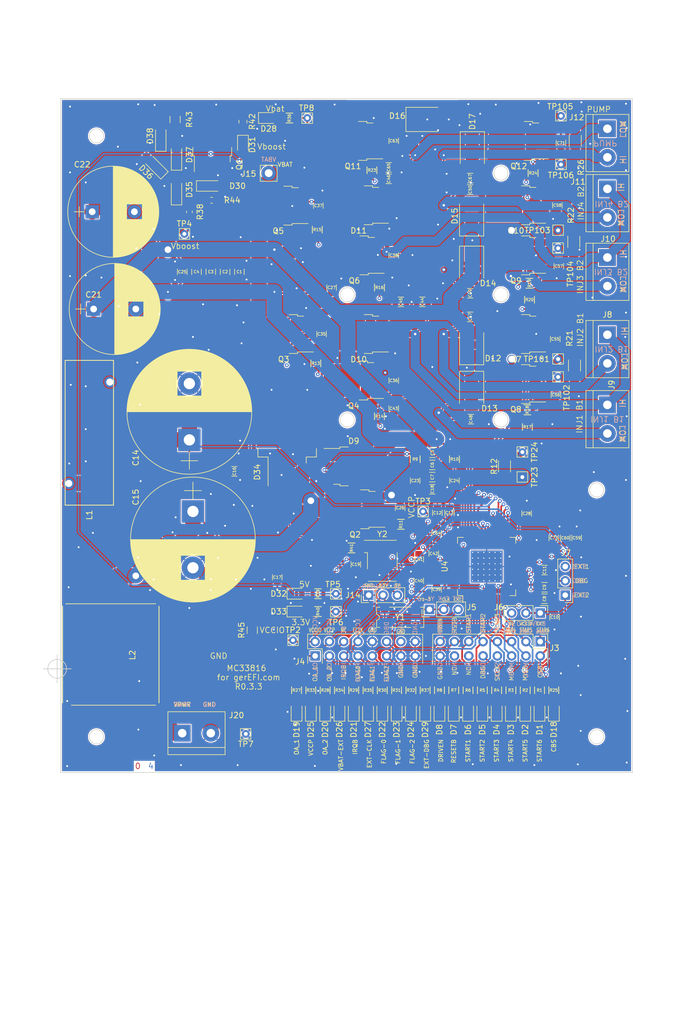
<source format=kicad_pcb>
(kicad_pcb (version 20171130) (host pcbnew "(5.1.6)-1")
  (title_block (title "Common Rail MC33816 board") (date 2020-11-26) (rev R0.3.3) (company http://gerefi.com/))
  (layers (0 F.Cu signal) (1 PWR_AN power) (2 GND power) (31 B.Cu signal) (34 B.Paste user) (35 F.Paste user) (36 B.SilkS user) (37 F.SilkS user) (38 B.Mask user) (39 F.Mask user) (44 Edge.Cuts user))
  (net 0 "")
  (net 1 GND)
  (net 2 /5V)
  (net 3 /3.3V)
  (net 4 /VCCIO)
  (net 5 /VCCP)
  (net 6 /Vbat)
  (net 7 /Vpwr)
  (net 8 /Vboost)
  (net 9 "Net-(C23-Pad1)")
  (net 10 "Net-(C24-Pad1)")
  (net 11 "Net-(C26-Pad2)")
  (net 12 "Net-(C35-Pad1)")
  (net 13 "Net-(C36-Pad1)")
  (net 14 "Net-(C37-Pad1)")
  (net 15 "Net-(C38-Pad1)")
  (net 16 "Net-(C39-Pad1)")
  (net 17 "Net-(C40-Pad1)")
  (net 18 "Net-(C41-Pad1)")
  (net 19 "Net-(C42-Pad1)")
  (net 20 "Net-(C55-Pad2)")
  (net 21 "Net-(C56-Pad2)")
  (net 22 "Net-(C57-Pad2)")
  (net 23 "Net-(C58-Pad2)")
  (net 24 "Net-(C63-Pad1)")
  (net 25 "Net-(C64-Pad2)")
  (net 26 "Net-(C71-Pad2)")
  (net 27 /START6)
  (net 28 /CSB)
  (net 29 /START5)
  (net 30 /MISO)
  (net 31 /START4)
  (net 32 /MOSI)
  (net 33 /START3)
  (net 34 /SCLK)
  (net 35 /START2)
  (net 36 /DBG_EXT2)
  (net 37 /START1)
  (net 38 /RESETB)
  (net 39 /DRVEN)
  (net 40 /OA_1)
  (net 41 /OA_2)
  (net 42 /IRQB)
  (net 43 /FLAG_0)
  (net 44 /EXT_CLK)
  (net 45 /FLAG_1)
  (net 46 /FLAG_2)
  (net 47 /DBG_EXT1)
  (net 48 /VCC2P5)
  (net 49 /BANK1_BAT)
  (net 50 /INJ_B1_HIGH)
  (net 51 /BANK2_BAT)
  (net 52 /INJ_B2_HIGH)
  (net 53 /INJ1_LOW)
  (net 54 /INJ2_LOW)
  (net 55 /INJ3_LOW)
  (net 56 /INJ4_LOW)
  (net 57 /PUMP_HIGH)
  (net 58 /PUMP_LOW)
  (net 59 /CLK)
  (net 60 /DBG)
  (net 61 /G_LS6)
  (net 62 /P_SENSE_BOOST)
  (net 63 /P_B1_SENSE)
  (net 64 /P_B2_SENSE)
  (net 65 /P_SENSE_PUMP)
  (net 66 /G_L_BOOST)
  (net 67 /G_HB1_BAT)
  (net 68 /G_HB1_BST)
  (net 69 /G_HB2_BAT)
  (net 70 /G_HB2_BST)
  (net 71 /G_L_INJ1)
  (net 72 /G_L_INJ2)
  (net 73 /G_L_INJ3)
  (net 74 /G_L_INJ4)
  (net 75 /G_PUMP)
  (net 76 /Vbuck)
  (net 77 "Net-(D1-Pad2)")
  (net 78 "Net-(D2-Pad2)")
  (net 79 "Net-(D3-Pad2)")
  (net 80 "Net-(D4-Pad2)")
  (net 81 "Net-(D5-Pad2)")
  (net 82 "Net-(D6-Pad2)")
  (net 83 "Net-(D7-Pad2)")
  (net 84 "Net-(D8-Pad2)")
  (net 85 "Net-(D18-Pad2)")
  (net 86 "Net-(D19-Pad2)")
  (net 87 "Net-(D20-Pad2)")
  (net 88 "Net-(D21-Pad2)")
  (net 89 "Net-(D22-Pad2)")
  (net 90 "Net-(D23-Pad2)")
  (net 91 "Net-(D24-Pad2)")
  (net 92 "Net-(D25-Pad2)")
  (net 93 "Net-(D26-Pad2)")
  (net 94 "Net-(D27-Pad2)")
  (net 95 "Net-(D29-Pad2)")
  (net 96 /VBAT_EXT)
  (net 97 "Net-(D28-Pad2)")
  (net 98 "Net-(D32-Pad2)")
  (net 99 "Net-(D33-Pad2)")
  (net 100 "Net-(R41-Pad2)")
  (net 101 "Net-(D30-Pad1)")
  (net 102 "Net-(D35-Pad2)")
  (net 103 "Net-(D36-Pad2)")
  (net 104 "Net-(D37-Pad2)")
  (net 105 "Net-(D38-Pad2)")
  (net 106 "Net-(D31-Pad1)")
  (net 107 "Net-(D35-Pad1)")
  (net 108 "Net-(Q1-Pad2)")
  (module Resistor_SMD:R_1206_3216Metric_Pad1.42x1.75mm_HandSolder (layer F.Cu) (at 108.331 132.207 270)
    (fp_text reference R45 (at 0 1.905 90) (layer F.SilkS))
    (fp_text value 0R010)
    (pad 2 smd roundrect (at 1.4875 0 270) (size 1.425 1.75) (layers F.Cu F.Paste F.Mask) (roundrect_rratio 0.175439) (net 4 /VCCIO))
    (pad 1 smd roundrect (at -1.4875 0 270) (size 1.425 1.75) (layers F.Cu F.Paste F.Mask) (roundrect_rratio 0.175439) (net 3 /3.3V))
  )
  (module Resistor_SMD:R_0603_1608Metric (layer F.Cu) (at 101.1175 55.88 180)
    (fp_text reference R44 (at -3.6575 0) (layer F.SilkS))
    (fp_text value 10k)
    (pad 2 smd roundrect (at 0.7875 0 180) (size 0.875 0.95) (layers F.Cu F.Paste F.Mask) (net 101 "Net-(D30-Pad1)"))
    (pad 1 smd roundrect (at -0.7875 0 180) (size 0.875 0.95) (layers F.Cu F.Paste F.Mask) (net 1 GND))
  )
  (module Resistor_SMD:R_1206_3216Metric_Pad1.42x1.75mm_HandSolder (layer F.Cu) (at 94.615 41.533 90)
    (fp_text reference R43 (at 0 2.54 90) (layer F.SilkS))
    (fp_text value 0R010)
    (pad 2 smd roundrect (at 1.4875 0 90) (size 1.425 1.75) (layers F.Cu F.Paste F.Mask) (roundrect_rratio 0.175439) (net 101 "Net-(D30-Pad1)"))
    (pad 1 smd roundrect (at -1.4875 0 90) (size 1.425 1.75) (layers F.Cu F.Paste F.Mask) (roundrect_rratio 0.175439) (net 105 "Net-(D38-Pad2)"))
  )
  (module Resistor_SMD:R_0805_2012Metric (layer F.Cu) (at 106.68 41.91 270)
    (fp_text reference R42 (at 0 -1.65 90) (layer F.SilkS))
    (fp_text value 1k)
    (pad 2 smd roundrect (at 0.9375 0 270) (size 0.975 1.4) (layers F.Cu F.Paste F.Mask) (net 106 "Net-(D31-Pad1)"))
    (pad 1 smd roundrect (at -0.9375 0 270) (size 0.975 1.4) (layers F.Cu F.Paste F.Mask) (net 108 "Net-(Q1-Pad2)"))
  )
  (module Resistor_SMD:R_0603_1608Metric (layer F.Cu) (at 97.155 57.9375 270)
    (fp_text reference R38 (at 0 -1.905 90) (layer F.SilkS))
    (fp_text value 10k)
    (pad 2 smd roundrect (at 0.7875 0 270) (size 0.875 0.95) (layers F.Cu F.Paste F.Mask) (net 8 /Vboost))
    (pad 1 smd roundrect (at -0.7875 0 270) (size 0.875 0.95) (layers F.Cu F.Paste F.Mask) (net 107 "Net-(D35-Pad1)"))
  )
  (module Package_TO_SOT_SMD:TO-252-2 (layer F.Cu) (at 101.22 45.51 90)
    (fp_text reference Q1 (at -4.02 4.825 90) (layer F.SilkS))
    (fp_text value BUK9230-100B)
    (pad 2 smd rect (at 2.1 0 90) (size 6.4 5.8) (layers F.Cu F.Mask) (net 108 "Net-(Q1-Pad2)"))
    (pad 3 smd rect (at -4.2 2.28 90) (size 2.2 1.2) (layers F.Cu F.Paste F.Mask) (net 1 GND))
    (pad 1 smd rect (at -4.2 -2.28 90) (size 2.2 1.2) (layers F.Cu F.Paste F.Mask) (net 101 "Net-(D30-Pad1)"))
  )
  (module Diode_SMD:D_MicroMELF_Handsoldering (layer F.Cu) (at 92.075 44.45 90)
    (fp_text reference D38 (at 0 -1.905 90) (layer F.SilkS))
    (fp_text value 5.7V)
    (pad 2 smd rect (at 1.45 0 90) (size 2.2 1.5) (layers F.Cu F.Paste F.Mask) (net 105 "Net-(D38-Pad2)"))
    (pad 1 smd rect (at -1.45 0 90) (size 2.2 1.5) (layers F.Cu F.Paste F.Mask) (net 104 "Net-(D37-Pad2)"))
  )
  (module Diode_SMD:D_MicroMELF_Handsoldering (layer F.Cu) (at 94.869 47.805 90)
    (fp_text reference D37 (at 0 2.286 90) (layer F.SilkS))
    (fp_text value 5.7V)
    (pad 2 smd rect (at 1.45 0 90) (size 2.2 1.5) (layers F.Cu F.Paste F.Mask) (net 104 "Net-(D37-Pad2)"))
    (pad 1 smd rect (at -1.45 0 90) (size 2.2 1.5) (layers F.Cu F.Paste F.Mask) (net 103 "Net-(D36-Pad2)"))
  )
  (module Diode_SMD:D_MicroMELF_Handsoldering (layer F.Cu) (at 90.805 49.53 135)
    (fp_text reference D36 (at 0 -1.905 135) (layer F.SilkS))
    (fp_text value 5.7V)
    (pad 2 smd rect (at 1.45 0 135) (size 2.2 1.5) (layers F.Cu F.Paste F.Mask) (net 103 "Net-(D36-Pad2)"))
    (pad 1 smd rect (at -1.45 0 135) (size 2.2 1.5) (layers F.Cu F.Paste F.Mask) (net 102 "Net-(D35-Pad2)"))
  )
  (module Diode_SMD:D_MicroMELF_Handsoldering (layer F.Cu) (at 94.869 53.975 90)
    (fp_text reference D35 (at 0 2.286 90) (layer F.SilkS))
    (fp_text value 5.7V)
    (pad 2 smd rect (at 1.45 0 90) (size 2.2 1.5) (layers F.Cu F.Paste F.Mask) (net 102 "Net-(D35-Pad2)"))
    (pad 1 smd rect (at -1.45 0 90) (size 2.2 1.5) (layers F.Cu F.Paste F.Mask) (net 107 "Net-(D35-Pad1)"))
  )
  (module Diode_SMD:D_MicroMELF_Handsoldering (layer F.Cu) (at 101.145 53.34)
    (fp_text reference D30 (at 4.572 0) (layer F.SilkS))
    (fp_text value 5.7V)
    (pad 2 smd rect (at 1.45 0) (size 2.2 1.5) (layers F.Cu F.Paste F.Mask) (net 1 GND))
    (pad 1 smd rect (at -1.45 0) (size 2.2 1.5) (layers F.Cu F.Paste F.Mask) (net 101 "Net-(D30-Pad1)"))
  )
  (module gerefi_lib:C_0805 (layer F.Cu) (at 126.746 120.523 270)
    (fp_text reference C19 (at 0 0) (layer F.SilkS) (effects (font (size 0.508 0.508) (thickness 0.1016))))
    (fp_text value 1000pF hide)
    (pad 2 smd rect (at 1 0 270) (size 1 1.25) (layers F.Cu F.Paste F.Mask) (net 1 GND))
    (pad 1 smd rect (at -1 0 270) (size 1 1.25) (layers F.Cu F.Paste F.Mask) (net 3 /3.3V))
  )
  (module gerefi_lib:R_0805 (layer F.Cu) (at 125.984 117.602)
    (fp_text reference R41 (at 0 0 90) (layer F.SilkS) (effects (font (size 0.508 0.508) (thickness 0.1016))))
    (fp_text value 10R hide)
    (pad 2 smd rect (at 0.95 0) (size 0.7 1.3) (layers F.Cu F.Paste F.Mask) (net 100 "Net-(R41-Pad2)"))
    (pad 1 smd rect (at -0.95 0) (size 0.7 1.3) (layers F.Cu F.Paste F.Mask) (net 1 GND))
  )
  (module Oscillator:Oscillator_SMD_Diodes_FN-4Pin_7.0x5.0mm (layer F.Cu) (at 131.445 119.888)
    (fp_text reference Y2 (at 0 -4.725) (layer F.SilkS))
    (fp_text value 1MHz)
    (pad 3 smd rect (at 2.2 2.54) (size 2 1.8) (layers F.Cu F.Paste F.Mask) (net 59 /CLK))
    (pad 2 smd rect (at -2.2 2.54) (size 2 1.8) (layers F.Cu F.Paste F.Mask) (net 1 GND))
    (pad 4 smd rect (at 2.2 -2.54) (size 2 1.8) (layers F.Cu F.Paste F.Mask) (net 3 /3.3V))
    (pad 1 smd rect (at -2.2 -2.54) (size 2 1.8) (layers F.Cu F.Paste F.Mask) (net 100 "Net-(R41-Pad2)"))
  )
  (module gerefi_lib:R_0805 (layer F.Cu) (at 144.272 101.854 270)
    (fp_text reference R10 (at 0 0) (layer F.SilkS) (effects (font (size 0.508 0.508) (thickness 0.1016))))
    (fp_text value 5.1R hide)
    (pad 2 smd rect (at 0.95 0 270) (size 0.7 1.3) (layers F.Cu F.Paste F.Mask) (net 10 "Net-(C24-Pad1)"))
    (pad 1 smd rect (at -0.95 0 270) (size 0.7 1.3) (layers F.Cu F.Paste F.Mask) (net 8 /Vboost))
  )
  (module gerefi_lib:R_0805 (layer F.Cu) (at 137.287 101.854 270)
    (fp_text reference R9 (at 0 0) (layer F.SilkS) (effects (font (size 0.508 0.508) (thickness 0.1016))))
    (fp_text value 5.1R hide)
    (pad 2 smd rect (at 0.95 0 270) (size 0.7 1.3) (layers F.Cu F.Paste F.Mask) (net 9 "Net-(C23-Pad1)"))
    (pad 1 smd rect (at -0.95 0 270) (size 0.7 1.3) (layers F.Cu F.Paste F.Mask) (net 76 /Vbuck))
  )
  (module gerefi_lib:C_0805 (layer F.Cu) (at 140.335 107.188 180)
    (fp_text reference C18 (at 0 0 90) (layer F.SilkS) (effects (font (size 0.508 0.508) (thickness 0.1016))))
    (fp_text value 10nF hide)
    (pad 2 smd rect (at 1 0 180) (size 1 1.25) (layers F.Cu F.Paste F.Mask) (net 62 /P_SENSE_BOOST))
    (pad 1 smd rect (at -1 0 180) (size 1 1.25) (layers F.Cu F.Paste F.Mask) (net 8 /Vboost))
  )
  (module gerefi_lib:C_0805 (layer F.Cu) (at 140.335 105.029 180)
    (fp_text reference C7 (at 0 0 90) (layer F.SilkS) (effects (font (size 0.508 0.508) (thickness 0.1016))))
    (fp_text value 100nF hide)
    (pad 2 smd rect (at 1 0 180) (size 1 1.25) (layers F.Cu F.Paste F.Mask) (net 62 /P_SENSE_BOOST))
    (pad 1 smd rect (at -1 0 180) (size 1 1.25) (layers F.Cu F.Paste F.Mask) (net 8 /Vboost))
  )
  (module gerefi_lib:C_0805 (layer F.Cu) (at 140.335 102.87 180)
    (fp_text reference C6 (at 0 0 90) (layer F.SilkS) (effects (font (size 0.508 0.508) (thickness 0.1016))))
    (fp_text value 10nF hide)
    (pad 2 smd rect (at 1 0 180) (size 1 1.25) (layers F.Cu F.Paste F.Mask) (net 62 /P_SENSE_BOOST))
    (pad 1 smd rect (at -1 0 180) (size 1 1.25) (layers F.Cu F.Paste F.Mask) (net 8 /Vboost))
  )
  (module gerefi_lib:C_0805 (layer F.Cu) (at 140.335 100.711 180)
    (fp_text reference C5 (at 0 0 90) (layer F.SilkS) (effects (font (size 0.508 0.508) (thickness 0.1016))))
    (fp_text value 100nF hide)
    (pad 2 smd rect (at 1 0 180) (size 1 1.25) (layers F.Cu F.Paste F.Mask) (net 62 /P_SENSE_BOOST))
    (pad 1 smd rect (at -1 0 180) (size 1 1.25) (layers F.Cu F.Paste F.Mask) (net 8 /Vboost))
  )
  (module Package_TO_SOT_SMD:TO-263-2 (layer F.Cu) (at 114.535 98.51 90)
    (fp_text reference D34 (at -5.63 -5.315 90) (layer F.SilkS))
    (fp_text value STTH802G-TR)
    (pad 2 smd rect (at 3.375 0 90) (size 9.4 10.8) (layers F.Cu F.Mask) (net 8 /Vboost))
    (pad 3 smd rect (at -5.775 2.54 90) (size 4.6 1.1) (layers F.Cu F.Paste F.Mask) (net 76 /Vbuck))
    (pad 1 smd rect (at -5.775 -2.54 90) (size 4.6 1.1) (layers F.Cu F.Paste F.Mask))
  )
  (module gerefi_lib:C_0805 (layer F.Cu) (at 98.425 68.58 270)
    (fp_text reference C4 (at 0 0) (layer F.SilkS) (effects (font (size 0.508 0.508) (thickness 0.1016))))
    (fp_text value 10nF hide)
    (pad 2 smd rect (at 1 0 270) (size 1 1.25) (layers F.Cu F.Paste F.Mask) (net 62 /P_SENSE_BOOST))
    (pad 1 smd rect (at -1 0 270) (size 1 1.25) (layers F.Cu F.Paste F.Mask) (net 8 /Vboost))
  )
  (module gerefi_lib:C_0805 (layer F.Cu) (at 100.965 68.58 270)
    (fp_text reference C3 (at 0 0) (layer F.SilkS) (effects (font (size 0.508 0.508) (thickness 0.1016))))
    (fp_text value 100nF hide)
    (pad 2 smd rect (at 1 0 270) (size 1 1.25) (layers F.Cu F.Paste F.Mask) (net 62 /P_SENSE_BOOST))
    (pad 1 smd rect (at -1 0 270) (size 1 1.25) (layers F.Cu F.Paste F.Mask) (net 8 /Vboost))
  )
  (module gerefi_lib:C_0805 (layer F.Cu) (at 103.505 68.58 270)
    (fp_text reference C2 (at 0 0) (layer F.SilkS) (effects (font (size 0.508 0.508) (thickness 0.1016))))
    (fp_text value 10nF hide)
    (pad 2 smd rect (at 1 0 270) (size 1 1.25) (layers F.Cu F.Paste F.Mask) (net 62 /P_SENSE_BOOST))
    (pad 1 smd rect (at -1 0 270) (size 1 1.25) (layers F.Cu F.Paste F.Mask) (net 8 /Vboost))
  )
  (module gerefi_lib:C_0805 (layer F.Cu) (at 106.045 68.58 270)
    (fp_text reference C1 (at 0 0) (layer F.SilkS) (effects (font (size 0.508 0.508) (thickness 0.1016))))
    (fp_text value 100nF hide)
    (pad 2 smd rect (at 1 0 270) (size 1 1.25) (layers F.Cu F.Paste F.Mask) (net 62 /P_SENSE_BOOST))
    (pad 1 smd rect (at -1 0 270) (size 1 1.25) (layers F.Cu F.Paste F.Mask) (net 8 /Vboost))
  )
  (module Package_TO_SOT_SMD:TO-252-2 (layer F.Cu) (at 155.695 45.339 180)
    (fp_text reference Q12 (at 0 -4.5) (layer F.SilkS))
    (fp_text value BUK9230-100B)
    (pad 2 smd rect (at 2.1 0 180) (size 6.4 5.8) (layers F.Cu F.Mask) (net 58 /PUMP_LOW))
    (pad 3 smd rect (at -4.2 2.28 180) (size 2.2 1.2) (layers F.Cu F.Paste F.Mask) (net 65 /P_SENSE_PUMP))
    (pad 1 smd rect (at -4.2 -2.28 180) (size 2.2 1.2) (layers F.Cu F.Paste F.Mask) (net 26 "Net-(C71-Pad2)"))
  )
  (module Package_TO_SOT_SMD:TO-252-2 (layer F.Cu) (at 126.231 45.339 180)
    (fp_text reference Q11 (at 0 -4.5) (layer F.SilkS))
    (fp_text value BUK9230-100B)
    (pad 2 smd rect (at 2.1 0 180) (size 6.4 5.8) (layers F.Cu F.Mask) (net 6 /Vbat))
    (pad 3 smd rect (at -4.2 2.28 180) (size 2.2 1.2) (layers F.Cu F.Paste F.Mask) (net 57 /PUMP_HIGH))
    (pad 1 smd rect (at -4.2 -2.28 180) (size 2.2 1.2) (layers F.Cu F.Paste F.Mask) (net 24 "Net-(C63-Pad1)"))
  )
  (module Package_TO_SOT_SMD:TO-252-2 (layer F.Cu) (at 155.187 56.769 180)
    (fp_text reference Q10 (at 0 -4.5) (layer F.SilkS))
    (fp_text value BUK9230-100B)
    (pad 2 smd rect (at 2.1 0 180) (size 6.4 5.8) (layers F.Cu F.Mask) (net 56 /INJ4_LOW))
    (pad 3 smd rect (at -4.2 2.28 180) (size 2.2 1.2) (layers F.Cu F.Paste F.Mask) (net 64 /P_B2_SENSE))
    (pad 1 smd rect (at -4.2 -2.28 180) (size 2.2 1.2) (layers F.Cu F.Paste F.Mask) (net 23 "Net-(C58-Pad2)"))
  )
  (module Package_TO_SOT_SMD:TO-252-2 (layer F.Cu) (at 155.187 65.659 180)
    (fp_text reference Q9 (at 0 -4.5) (layer F.SilkS))
    (fp_text value BUK9230-100B)
    (pad 2 smd rect (at 2.1 0 180) (size 6.4 5.8) (layers F.Cu F.Mask) (net 55 /INJ3_LOW))
    (pad 3 smd rect (at -4.2 2.28 180) (size 2.2 1.2) (layers F.Cu F.Paste F.Mask) (net 64 /P_B2_SENSE))
    (pad 1 smd rect (at -4.2 -2.28 180) (size 2.2 1.2) (layers F.Cu F.Paste F.Mask) (net 22 "Net-(C57-Pad2)"))
  )
  (module Package_TO_SOT_SMD:TO-252-2 (layer F.Cu) (at 155.187 88.519 180)
    (fp_text reference Q8 (at 0 -4.5) (layer F.SilkS))
    (fp_text value BUK9230-100B)
    (pad 2 smd rect (at 2.1 0 180) (size 6.4 5.8) (layers F.Cu F.Mask) (net 53 /INJ1_LOW))
    (pad 3 smd rect (at -4.2 2.28 180) (size 2.2 1.2) (layers F.Cu F.Paste F.Mask) (net 63 /P_B1_SENSE))
    (pad 1 smd rect (at -4.2 -2.28 180) (size 2.2 1.2) (layers F.Cu F.Paste F.Mask) (net 21 "Net-(C56-Pad2)"))
  )
  (module Package_TO_SOT_SMD:TO-252-2 (layer F.Cu) (at 155.187 79.629 180)
    (fp_text reference Q7 (at 0 -4.5) (layer F.SilkS))
    (fp_text value BUK9230-100B)
    (pad 2 smd rect (at 2.1 0 180) (size 6.4 5.8) (layers F.Cu F.Mask) (net 54 /INJ2_LOW))
    (pad 3 smd rect (at -4.2 2.28 180) (size 2.2 1.2) (layers F.Cu F.Paste F.Mask) (net 63 /P_B1_SENSE))
    (pad 1 smd rect (at -4.2 -2.28 180) (size 2.2 1.2) (layers F.Cu F.Paste F.Mask) (net 20 "Net-(C55-Pad2)"))
  )
  (module Package_TO_SOT_SMD:TO-252-2 (layer F.Cu) (at 126.485 65.659 180)
    (fp_text reference Q6 (at 0 -4.5) (layer F.SilkS))
    (fp_text value BUK9230-100B)
    (pad 2 smd rect (at 2.1 0 180) (size 6.4 5.8) (layers F.Cu F.Mask) (net 8 /Vboost))
    (pad 3 smd rect (at -4.2 2.28 180) (size 2.2 1.2) (layers F.Cu F.Paste F.Mask) (net 52 /INJ_B2_HIGH))
    (pad 1 smd rect (at -4.2 -2.28 180) (size 2.2 1.2) (layers F.Cu F.Paste F.Mask) (net 15 "Net-(C38-Pad1)"))
  )
  (module Package_TO_SOT_SMD:TO-252-2 (layer F.Cu) (at 112.9595 56.8325 180)
    (fp_text reference Q5 (at 0 -4.5) (layer F.SilkS))
    (fp_text value BUK9230-100B)
    (pad 2 smd rect (at 2.1 0 180) (size 6.4 5.8) (layers F.Cu F.Mask) (net 6 /Vbat))
    (pad 3 smd rect (at -4.2 2.28 180) (size 2.2 1.2) (layers F.Cu F.Paste F.Mask) (net 51 /BANK2_BAT))
    (pad 1 smd rect (at -4.2 -2.28 180) (size 2.2 1.2) (layers F.Cu F.Paste F.Mask) (net 14 "Net-(C37-Pad1)"))
  )
  (module Package_TO_SOT_SMD:TO-252-2 (layer F.Cu) (at 126.358 87.884 180)
    (fp_text reference Q4 (at 0 -4.5) (layer F.SilkS))
    (fp_text value BUK9230-100B)
    (pad 2 smd rect (at 2.1 0 180) (size 6.4 5.8) (layers F.Cu F.Mask) (net 8 /Vboost))
    (pad 3 smd rect (at -4.2 2.28 180) (size 2.2 1.2) (layers F.Cu F.Paste F.Mask) (net 50 /INJ_B1_HIGH))
    (pad 1 smd rect (at -4.2 -2.28 180) (size 2.2 1.2) (layers F.Cu F.Paste F.Mask) (net 13 "Net-(C36-Pad1)"))
  )
  (module Package_TO_SOT_SMD:TO-252-2 (layer F.Cu) (at 113.912 79.629 180)
    (fp_text reference Q3 (at 0 -4.5) (layer F.SilkS))
    (fp_text value BUK9230-100B)
    (pad 2 smd rect (at 2.1 0 180) (size 6.4 5.8) (layers F.Cu F.Mask) (net 6 /Vbat))
    (pad 3 smd rect (at -4.2 2.28 180) (size 2.2 1.2) (layers F.Cu F.Paste F.Mask) (net 49 /BANK1_BAT))
    (pad 1 smd rect (at -4.2 -2.28 180) (size 2.2 1.2) (layers F.Cu F.Paste F.Mask) (net 12 "Net-(C35-Pad1)"))
  )
  (module Package_TO_SOT_SMD:TO-252-2 (layer F.Cu) (at 126.612 110.744 180)
    (fp_text reference Q2 (at 0 -4.5) (layer F.SilkS))
    (fp_text value BUK9230-100B)
    (pad 2 smd rect (at 2.1 0 180) (size 6.4 5.8) (layers F.Cu F.Mask) (net 76 /Vbuck))
    (pad 3 smd rect (at -4.2 2.28 180) (size 2.2 1.2) (layers F.Cu F.Paste F.Mask) (net 62 /P_SENSE_BOOST))
    (pad 1 smd rect (at -4.2 -2.28 180) (size 2.2 1.2) (layers F.Cu F.Paste F.Mask) (net 11 "Net-(C26-Pad2)"))
  )
  (module Package_TO_SOT_SMD:TO-252-2 (layer F.Cu) (at 127.247 56.769 180)
    (fp_text reference D11 (at 0 -4.5) (layer F.SilkS))
    (fp_text value SBR10200CTL)
    (pad 2 smd rect (at 2.1 0 180) (size 6.4 5.8) (layers F.Cu F.Mask) (net 52 /INJ_B2_HIGH))
    (pad 3 smd rect (at -4.2 2.28 180) (size 2.2 1.2) (layers F.Cu F.Paste F.Mask) (net 51 /BANK2_BAT))
    (pad 1 smd rect (at -4.2 -2.28 180) (size 2.2 1.2) (layers F.Cu F.Paste F.Mask) (net 1 GND))
  )
  (module Package_TO_SOT_SMD:TO-252-2 (layer F.Cu) (at 127.247 79.629 180)
    (fp_text reference D10 (at 0 -4.5) (layer F.SilkS))
    (fp_text value SBR10200CTL)
    (pad 2 smd rect (at 2.1 0 180) (size 6.4 5.8) (layers F.Cu F.Mask) (net 50 /INJ_B1_HIGH))
    (pad 3 smd rect (at -4.2 2.28 180) (size 2.2 1.2) (layers F.Cu F.Paste F.Mask) (net 49 /BANK1_BAT))
    (pad 1 smd rect (at -4.2 -2.28 180) (size 2.2 1.2) (layers F.Cu F.Paste F.Mask) (net 1 GND))
  )
  (module Package_TO_SOT_SMD:TO-252-2 (layer F.Cu) (at 126.375 103.124)
    (fp_text reference D9 (at 0 -4.5) (layer F.SilkS))
    (fp_text value FFD10UP20S)
    (pad 2 smd rect (at 2.1 0) (size 6.4 5.8) (layers F.Cu F.Mask) (net 8 /Vboost))
    (pad 3 smd rect (at -4.2 2.28) (size 2.2 1.2) (layers F.Cu F.Paste F.Mask) (net 76 /Vbuck))
    (pad 1 smd rect (at -4.2 -2.28) (size 2.2 1.2) (layers F.Cu F.Paste F.Mask) (net 8 /Vboost))
  )
  (module Connector_Pin:Pin_D0.7mm_L6.5mm_W1.8mm_FlatFork (layer F.Cu) (at 118.11 41.275 90)
    (fp_text reference TP8 (at 1.778 -0.127 180) (layer F.SilkS))
    (fp_text value CONN_01X01)
    (pad 1 thru_hole circle (at 0 0 90) (size 1.4 1.4) (drill 0.7) (layers *.Cu *.Mask) (net 6 /Vbat))
  )
  (module Connector_Pin:Pin_D0.7mm_L6.5mm_W1.8mm_FlatFork (layer F.Cu) (at 163.195 49.53 270)
    (fp_text reference TP106 (at 1.905 0 180) (layer F.SilkS))
    (fp_text value CONN_01X01)
    (pad 1 thru_hole circle (at 0 0 270) (size 1.4 1.4) (drill 0.7) (layers *.Cu *.Mask) (net 1 GND))
  )
  (module Connector_Pin:Pin_D0.7mm_L6.5mm_W1.8mm_FlatFork (layer F.Cu) (at 163.195 40.894 270)
    (fp_text reference TP105 (at -1.651 0.127 180) (layer F.SilkS))
    (fp_text value CONN_01X01)
    (pad 1 thru_hole circle (at 0 0 270) (size 1.4 1.4) (drill 0.7) (layers *.Cu *.Mask) (net 65 /P_SENSE_PUMP))
  )
  (module Connector_Pin:Pin_D0.7mm_L6.5mm_W1.8mm_FlatFork (layer F.Cu) (at 162.687 64.389 270)
    (fp_text reference TP104 (at 4.572 -2.159 90) (layer F.SilkS))
    (fp_text value CONN_01X01)
    (pad 1 thru_hole circle (at 0 0 270) (size 1.4 1.4) (drill 0.7) (layers *.Cu *.Mask) (net 1 GND))
  )
  (module Connector_Pin:Pin_D0.7mm_L6.5mm_W1.8mm_FlatFork (layer F.Cu) (at 162.687 61.214 270)
    (fp_text reference TP103 (at 0 3.683 180) (layer F.SilkS))
    (fp_text value CONN_01X01)
    (pad 1 thru_hole circle (at 0 0 270) (size 1.4 1.4) (drill 0.7) (layers *.Cu *.Mask) (net 64 /P_B2_SENSE))
  )
  (module Connector_Pin:Pin_D0.7mm_L6.5mm_W1.8mm_FlatFork (layer F.Cu) (at 162.687 87.249 270)
    (fp_text reference TP102 (at 3.683 -1.524 270) (layer F.SilkS))
    (fp_text value CONN_01X01)
    (pad 1 thru_hole circle (at 0 0 270) (size 1.4 1.4) (drill 0.7) (layers *.Cu *.Mask) (net 1 GND))
  )
  (module Connector_Pin:Pin_D0.7mm_L6.5mm_W1.8mm_FlatFork (layer F.Cu) (at 162.687 84.074 270)
    (fp_text reference TP101 (at 0 3.81 180) (layer F.SilkS))
    (fp_text value CONN_01X01)
    (pad 1 thru_hole circle (at 0 0 270) (size 1.4 1.4) (drill 0.7) (layers *.Cu *.Mask) (net 63 /P_B1_SENSE))
  )
  (module Connector_Pin:Pin_D0.7mm_L6.5mm_W1.8mm_FlatFork (layer F.Cu) (at 156.337 100.584 270)
    (fp_text reference TP24 (at 0 -2.159 90) (layer F.SilkS))
    (fp_text value CONN_01X01)
    (pad 1 thru_hole circle (at 0 0 270) (size 1.4 1.4) (drill 0.7) (layers *.Cu *.Mask) (net 1 GND))
  )
  (module Connector_Pin:Pin_D0.7mm_L6.5mm_W1.8mm_FlatFork (layer F.Cu) (at 156.337 105.029 270)
    (fp_text reference TP23 (at 0 -2.159 90) (layer F.SilkS))
    (fp_text value CONN_01X01)
    (pad 1 thru_hole circle (at 0 0 270) (size 1.4 1.4) (drill 0.7) (layers *.Cu *.Mask) (net 62 /P_SENSE_BOOST))
  )
  (module Connector_Pin:Pin_D0.7mm_L6.5mm_W1.8mm_FlatFork (layer F.Cu) (at 107.188 150.622)
    (fp_text reference TP7 (at 0 1.8) (layer F.SilkS))
    (fp_text value CONN_01X01)
    (pad 1 thru_hole circle (at 0 0) (size 1.4 1.4) (drill 0.7) (layers *.Cu *.Mask) (net 1 GND))
  )
  (module Connector_Pin:Pin_D0.7mm_L6.5mm_W1.8mm_FlatFork (layer F.Cu) (at 123.19 128.905 90)
    (fp_text reference TP6 (at -1.905 0 180) (layer F.SilkS))
    (fp_text value CONN_01X01)
    (pad 1 thru_hole circle (at 0 0 90) (size 1.4 1.4) (drill 0.7) (layers *.Cu *.Mask) (net 3 /3.3V))
  )
  (module Connector_Pin:Pin_D0.7mm_L6.5mm_W1.8mm_FlatFork (layer F.Cu) (at 123.19 125.73 90)
    (fp_text reference TP5 (at 1.651 -0.508 180) (layer F.SilkS))
    (fp_text value CONN_01X01)
    (pad 1 thru_hole circle (at 0 0 90) (size 1.4 1.4) (drill 0.7) (layers *.Cu *.Mask) (net 2 /5V))
  )
  (module Connector_Pin:Pin_D0.7mm_L6.5mm_W1.8mm_FlatFork (layer F.Cu) (at 96.266 61.849 180)
    (fp_text reference TP4 (at 0 1.8) (layer F.SilkS))
    (fp_text value CONN_01X01)
    (pad 1 thru_hole circle (at 0 0 180) (size 1.4 1.4) (drill 0.7) (layers *.Cu *.Mask) (net 8 /Vboost))
  )
  (module Connector_Pin:Pin_D0.7mm_L6.5mm_W1.8mm_FlatFork (layer F.Cu) (at 138.684 111.125 180)
    (fp_text reference TP3 (at 0 1.8) (layer F.SilkS))
    (fp_text value CONN_01X01)
    (pad 1 thru_hole circle (at 0 0 180) (size 1.4 1.4) (drill 0.7) (layers *.Cu *.Mask) (net 5 /VCCP))
  )
  (module Connector_Pin:Pin_D0.7mm_L6.5mm_W1.8mm_FlatFork (layer F.Cu) (at 115.57 133.985 180)
    (fp_text reference TP2 (at 0 1.8) (layer F.SilkS))
    (fp_text value CONN_01X01)
    (pad 1 thru_hole circle (at 0 0 180) (size 1.4 1.4) (drill 0.7) (layers *.Cu *.Mask) (net 4 /VCCIO))
  )
  (module gerefi_lib:R_0805 (layer F.Cu) (at 120.015 128.905)
    (fp_text reference R40 (at 0 0 90) (layer F.SilkS) (effects (font (size 0.508 0.508) (thickness 0.1016))))
    (fp_text value 1k hide)
    (pad 2 smd rect (at 0.95 0) (size 0.7 1.3) (layers F.Cu F.Paste F.Mask) (net 3 /3.3V))
    (pad 1 smd rect (at -0.95 0) (size 0.7 1.3) (layers F.Cu F.Paste F.Mask) (net 99 "Net-(D33-Pad2)"))
  )
  (module gerefi_lib:R_0805 (layer F.Cu) (at 120.015 125.73)
    (fp_text reference R39 (at 0 0 90) (layer F.SilkS) (effects (font (size 0.508 0.508) (thickness 0.1016))))
    (fp_text value 1k hide)
    (pad 2 smd rect (at 0.95 0) (size 0.7 1.3) (layers F.Cu F.Paste F.Mask) (net 2 /5V))
    (pad 1 smd rect (at -0.95 0) (size 0.7 1.3) (layers F.Cu F.Paste F.Mask) (net 98 "Net-(D32-Pad2)"))
  )
  (module gerefi_lib:R_0805 (layer F.Cu) (at 114.935 41.275)
    (fp_text reference R36 (at 0 0 90) (layer F.SilkS) (effects (font (size 0.508 0.508) (thickness 0.1016))))
    (fp_text value 1k hide)
    (pad 2 smd rect (at 0.95 0) (size 0.7 1.3) (layers F.Cu F.Paste F.Mask) (net 6 /Vbat))
    (pad 1 smd rect (at -0.95 0) (size 0.7 1.3) (layers F.Cu F.Paste F.Mask) (net 97 "Net-(D28-Pad2)"))
  )
  (module LED_SMD:LED_0805_2012Metric (layer F.Cu) (at 116.205 128.905)
    (fp_text reference D33 (at -3.175 0) (layer F.SilkS))
    (fp_text value LED_Small)
    (pad 2 smd roundrect (at 0.9375 0) (size 0.975 1.4) (layers F.Cu F.Paste F.Mask) (net 99 "Net-(D33-Pad2)"))
    (pad 1 smd roundrect (at -0.9375 0) (size 0.975 1.4) (layers F.Cu F.Paste F.Mask) (net 1 GND))
  )
  (module LED_SMD:LED_0805_2012Metric (layer F.Cu) (at 116.205 125.73)
    (fp_text reference D32 (at -3.175 0) (layer F.SilkS))
    (fp_text value LED_Small)
    (pad 2 smd roundrect (at 0.9375 0) (size 0.975 1.4) (layers F.Cu F.Paste F.Mask) (net 98 "Net-(D32-Pad2)"))
    (pad 1 smd roundrect (at -0.9375 0) (size 0.975 1.4) (layers F.Cu F.Paste F.Mask) (net 1 GND))
  )
  (module LED_SMD:LED_0805_2012Metric (layer F.Cu) (at 111.125 41.275)
    (fp_text reference D28 (at 0.127 1.905) (layer F.SilkS))
    (fp_text value LED_Small)
    (pad 2 smd roundrect (at 0.9375 0) (size 0.975 1.4) (layers F.Cu F.Paste F.Mask) (net 97 "Net-(D28-Pad2)"))
    (pad 1 smd roundrect (at -0.9375 0) (size 0.975 1.4) (layers F.Cu F.Paste F.Mask) (net 1 GND))
  )
  (module gerefi_lib:R_0805 (layer F.Cu) (at 139.065 142.875 90)
    (fp_text reference R37 (at 0 0) (layer F.SilkS) (effects (font (size 0.508 0.508) (thickness 0.1016))))
    (fp_text value 1k hide)
    (pad 2 smd rect (at 0.95 0 90) (size 0.7 1.3) (layers F.Cu F.Paste F.Mask) (net 47 /DBG_EXT1))
    (pad 1 smd rect (at -0.95 0 90) (size 0.7 1.3) (layers F.Cu F.Paste F.Mask) (net 95 "Net-(D29-Pad2)"))
  )
  (module gerefi_lib:R_0805 (layer F.Cu) (at 128.905 142.875 90)
    (fp_text reference R35 (at 0 0) (layer F.SilkS) (effects (font (size 0.508 0.508) (thickness 0.1016))))
    (fp_text value 1k hide)
    (pad 2 smd rect (at 0.95 0 90) (size 0.7 1.3) (layers F.Cu F.Paste F.Mask) (net 44 /EXT_CLK))
    (pad 1 smd rect (at -0.95 0 90) (size 0.7 1.3) (layers F.Cu F.Paste F.Mask) (net 94 "Net-(D27-Pad2)"))
  )
  (module gerefi_lib:R_0805 (layer F.Cu) (at 123.825 142.875 90)
    (fp_text reference R34 (at 0 0) (layer F.SilkS) (effects (font (size 0.508 0.508) (thickness 0.1016))))
    (fp_text value 1k hide)
    (pad 2 smd rect (at 0.95 0 90) (size 0.7 1.3) (layers F.Cu F.Paste F.Mask) (net 96 /VBAT_EXT))
    (pad 1 smd rect (at -0.95 0 90) (size 0.7 1.3) (layers F.Cu F.Paste F.Mask) (net 93 "Net-(D26-Pad2)"))
  )
  (module gerefi_lib:R_0805 (layer F.Cu) (at 118.745 142.875 90)
    (fp_text reference R33 (at 0 0) (layer F.SilkS) (effects (font (size 0.508 0.508) (thickness 0.1016))))
    (fp_text value 1k hide)
    (pad 2 smd rect (at 0.95 0 90) (size 0.7 1.3) (layers F.Cu F.Paste F.Mask) (net 5 /VCCP))
    (pad 1 smd rect (at -0.95 0 90) (size 0.7 1.3) (layers F.Cu F.Paste F.Mask) (net 92 "Net-(D25-Pad2)"))
  )
  (module gerefi_lib:R_0805 (layer F.Cu) (at 136.525 142.875 90)
    (fp_text reference R32 (at 0 0) (layer F.SilkS) (effects (font (size 0.508 0.508) (thickness 0.1016))))
    (fp_text value 1k hide)
    (pad 2 smd rect (at 0.95 0 90) (size 0.7 1.3) (layers F.Cu F.Paste F.Mask) (net 46 /FLAG_2))
    (pad 1 smd rect (at -0.95 0 90) (size 0.7 1.3) (layers F.Cu F.Paste F.Mask) (net 91 "Net-(D24-Pad2)"))
  )
  (module gerefi_lib:R_0805 (layer F.Cu) (at 133.985 142.875 90)
    (fp_text reference R31 (at 0 0) (layer F.SilkS) (effects (font (size 0.508 0.508) (thickness 0.1016))))
    (fp_text value 1k hide)
    (pad 2 smd rect (at 0.95 0 90) (size 0.7 1.3) (layers F.Cu F.Paste F.Mask) (net 45 /FLAG_1))
    (pad 1 smd rect (at -0.95 0 90) (size 0.7 1.3) (layers F.Cu F.Paste F.Mask) (net 90 "Net-(D23-Pad2)"))
  )
  (module gerefi_lib:R_0805 (layer F.Cu) (at 131.445 142.875 90)
    (fp_text reference R30 (at 0 0) (layer F.SilkS) (effects (font (size 0.508 0.508) (thickness 0.1016))))
    (fp_text value 1k hide)
    (pad 2 smd rect (at 0.95 0 90) (size 0.7 1.3) (layers F.Cu F.Paste F.Mask) (net 43 /FLAG_0))
    (pad 1 smd rect (at -0.95 0 90) (size 0.7 1.3) (layers F.Cu F.Paste F.Mask) (net 89 "Net-(D22-Pad2)"))
  )
  (module gerefi_lib:R_0805 (layer F.Cu) (at 126.365 142.875 90)
    (fp_text reference R29 (at 0 0) (layer F.SilkS) (effects (font (size 0.508 0.508) (thickness 0.1016))))
    (fp_text value 1k hide)
    (pad 2 smd rect (at 0.95 0 90) (size 0.7 1.3) (layers F.Cu F.Paste F.Mask) (net 42 /IRQB))
    (pad 1 smd rect (at -0.95 0 90) (size 0.7 1.3) (layers F.Cu F.Paste F.Mask) (net 88 "Net-(D21-Pad2)"))
  )
  (module gerefi_lib:R_0805 (layer F.Cu) (at 121.285 142.875 90)
    (fp_text reference R28 (at 0 0) (layer F.SilkS) (effects (font (size 0.508 0.508) (thickness 0.1016))))
    (fp_text value 1k hide)
    (pad 2 smd rect (at 0.95 0 90) (size 0.7 1.3) (layers F.Cu F.Paste F.Mask) (net 41 /OA_2))
    (pad 1 smd rect (at -0.95 0 90) (size 0.7 1.3) (layers F.Cu F.Paste F.Mask) (net 87 "Net-(D20-Pad2)"))
  )
  (module gerefi_lib:R_0805 (layer F.Cu) (at 116.205 142.875 90)
    (fp_text reference R27 (at 0 0) (layer F.SilkS) (effects (font (size 0.508 0.508) (thickness 0.1016))))
    (fp_text value 1k hide)
    (pad 2 smd rect (at 0.95 0 90) (size 0.7 1.3) (layers F.Cu F.Paste F.Mask) (net 40 /OA_1))
    (pad 1 smd rect (at -0.95 0 90) (size 0.7 1.3) (layers F.Cu F.Paste F.Mask) (net 86 "Net-(D19-Pad2)"))
  )
  (module gerefi_lib:R_0805 (layer F.Cu) (at 161.925 142.875 90)
    (fp_text reference R25 (at 0 0) (layer F.SilkS) (effects (font (size 0.508 0.508) (thickness 0.1016))))
    (fp_text value 1k hide)
    (pad 2 smd rect (at 0.95 0 90) (size 0.7 1.3) (layers F.Cu F.Paste F.Mask) (net 28 /CSB))
    (pad 1 smd rect (at -0.95 0 90) (size 0.7 1.3) (layers F.Cu F.Paste F.Mask) (net 85 "Net-(D18-Pad2)"))
  )
  (module gerefi_lib:R_0805 (layer F.Cu) (at 158.242 51.054 270)
    (fp_text reference R24 (at 0 0) (layer F.SilkS) (effects (font (size 0.508 0.508) (thickness 0.1016))))
    (fp_text value 10R hide)
    (pad 2 smd rect (at 0.95 0 270) (size 0.7 1.3) (layers F.Cu F.Paste F.Mask) (net 75 /G_PUMP))
    (pad 1 smd rect (at -0.95 0 270) (size 0.7 1.3) (layers F.Cu F.Paste F.Mask) (net 26 "Net-(C71-Pad2)"))
  )
  (module gerefi_lib:R_0805 (layer F.Cu) (at 129.6035 50.546 270)
    (fp_text reference R23 (at 0 0) (layer F.SilkS) (effects (font (size 0.508 0.508) (thickness 0.1016))))
    (fp_text value 10R hide)
    (pad 2 smd rect (at 0.95 0 270) (size 0.7 1.3) (layers F.Cu F.Paste F.Mask) (net 61 /G_LS6))
    (pad 1 smd rect (at -0.95 0 270) (size 0.7 1.3) (layers F.Cu F.Paste F.Mask) (net 24 "Net-(C63-Pad1)"))
  )
  (module gerefi_lib:R_0805 (layer F.Cu) (at 157.607 73.533 270)
    (fp_text reference R20 (at 0 0) (layer F.SilkS) (effects (font (size 0.508 0.508) (thickness 0.1016))))
    (fp_text value 10R hide)
    (pad 2 smd rect (at 0.95 0 270) (size 0.7 1.3) (layers F.Cu F.Paste F.Mask) (net 74 /G_L_INJ4))
    (pad 1 smd rect (at -0.95 0 270) (size 0.7 1.3) (layers F.Cu F.Paste F.Mask) (net 23 "Net-(C58-Pad2)"))
  )
  (module gerefi_lib:R_0805 (layer F.Cu) (at 157.607 70.612 180)
    (fp_text reference R19 (at 0 0 90) (layer F.SilkS) (effects (font (size 0.508 0.508) (thickness 0.1016))))
    (fp_text value 10R hide)
    (pad 2 smd rect (at 0.95 0 180) (size 0.7 1.3) (layers F.Cu F.Paste F.Mask) (net 73 /G_L_INJ3))
    (pad 1 smd rect (at -0.95 0 180) (size 0.7 1.3) (layers F.Cu F.Paste F.Mask) (net 22 "Net-(C57-Pad2)"))
  )
  (module gerefi_lib:R_0805 (layer F.Cu) (at 157.226 93.091 180)
    (fp_text reference R18 (at 0 0 90) (layer F.SilkS) (effects (font (size 0.508 0.508) (thickness 0.1016))))
    (fp_text value 10R hide)
    (pad 2 smd rect (at 0.95 0 180) (size 0.7 1.3) (layers F.Cu F.Paste F.Mask) (net 71 /G_L_INJ1))
    (pad 1 smd rect (at -0.95 0 180) (size 0.7 1.3) (layers F.Cu F.Paste F.Mask) (net 21 "Net-(C56-Pad2)"))
  )
  (module gerefi_lib:R_0805 (layer F.Cu) (at 157.226 96.139 270)
    (fp_text reference R17 (at 0 0) (layer F.SilkS) (effects (font (size 0.508 0.508) (thickness 0.1016))))
    (fp_text value 10R hide)
    (pad 2 smd rect (at 0.95 0 270) (size 0.7 1.3) (layers F.Cu F.Paste F.Mask) (net 72 /G_L_INJ2))
    (pad 1 smd rect (at -0.95 0 270) (size 0.7 1.3) (layers F.Cu F.Paste F.Mask) (net 20 "Net-(C55-Pad2)"))
  )
  (module gerefi_lib:R_0805 (layer F.Cu) (at 130.937 71.374 270)
    (fp_text reference R16 (at 0 0) (layer F.SilkS) (effects (font (size 0.508 0.508) (thickness 0.1016))))
    (fp_text value 10R hide)
    (pad 2 smd rect (at 0.95 0 270) (size 0.7 1.3) (layers F.Cu F.Paste F.Mask) (net 70 /G_HB2_BST))
    (pad 1 smd rect (at -0.95 0 270) (size 0.7 1.3) (layers F.Cu F.Paste F.Mask) (net 15 "Net-(C38-Pad1)"))
  )
  (module gerefi_lib:R_0805 (layer F.Cu) (at 119.888 61.087 270)
    (fp_text reference R15 (at 0 0) (layer F.SilkS) (effects (font (size 0.508 0.508) (thickness 0.1016))))
    (fp_text value 10R hide)
    (pad 2 smd rect (at 0.95 0 270) (size 0.7 1.3) (layers F.Cu F.Paste F.Mask) (net 69 /G_HB2_BAT))
    (pad 1 smd rect (at -0.95 0 270) (size 0.7 1.3) (layers F.Cu F.Paste F.Mask) (net 14 "Net-(C37-Pad1)"))
  )
  (module gerefi_lib:R_0805 (layer F.Cu) (at 130.937 94.234 270)
    (fp_text reference R14 (at 0 0) (layer F.SilkS) (effects (font (size 0.508 0.508) (thickness 0.1016))))
    (fp_text value 10R hide)
    (pad 2 smd rect (at 0.95 0 270) (size 0.7 1.3) (layers F.Cu F.Paste F.Mask) (net 68 /G_HB1_BST))
    (pad 1 smd rect (at -0.95 0 270) (size 0.7 1.3) (layers F.Cu F.Paste F.Mask) (net 13 "Net-(C36-Pad1)"))
  )
  (module gerefi_lib:R_0805 (layer F.Cu) (at 119.634 84.836 270)
    (fp_text reference R13 (at 0 0) (layer F.SilkS) (effects (font (size 0.508 0.508) (thickness 0.1016))))
    (fp_text value 10R hide)
    (pad 2 smd rect (at 0.95 0 270) (size 0.7 1.3) (layers F.Cu F.Paste F.Mask) (net 67 /G_HB1_BAT))
    (pad 1 smd rect (at -0.95 0 270) (size 0.7 1.3) (layers F.Cu F.Paste F.Mask) (net 12 "Net-(C35-Pad1)"))
  )
  (module gerefi_lib:R_0805 (layer F.Cu) (at 134.747 113.411)
    (fp_text reference R11 (at 0 0 90) (layer F.SilkS) (effects (font (size 0.508 0.508) (thickness 0.1016))))
    (fp_text value 10R hide)
    (pad 2 smd rect (at 0.95 0) (size 0.7 1.3) (layers F.Cu F.Paste F.Mask) (net 66 /G_L_BOOST))
    (pad 1 smd rect (at -0.95 0) (size 0.7 1.3) (layers F.Cu F.Paste F.Mask) (net 11 "Net-(C26-Pad2)"))
  )
  (module gerefi_lib:R_0805 (layer F.Cu) (at 141.605 142.875 90)
    (fp_text reference R8 (at 0 0) (layer F.SilkS) (effects (font (size 0.508 0.508) (thickness 0.1016))))
    (fp_text value 1k hide)
    (pad 2 smd rect (at 0.95 0 90) (size 0.7 1.3) (layers F.Cu F.Paste F.Mask) (net 39 /DRVEN))
    (pad 1 smd rect (at -0.95 0 90) (size 0.7 1.3) (layers F.Cu F.Paste F.Mask) (net 84 "Net-(D8-Pad2)"))
  )
  (module gerefi_lib:R_0805 (layer F.Cu) (at 144.145 142.875 90)
    (fp_text reference R7 (at 0 0) (layer F.SilkS) (effects (font (size 0.508 0.508) (thickness 0.1016))))
    (fp_text value 1k hide)
    (pad 2 smd rect (at 0.95 0 90) (size 0.7 1.3) (layers F.Cu F.Paste F.Mask) (net 38 /RESETB))
    (pad 1 smd rect (at -0.95 0 90) (size 0.7 1.3) (layers F.Cu F.Paste F.Mask) (net 83 "Net-(D7-Pad2)"))
  )
  (module gerefi_lib:R_0805 (layer F.Cu) (at 146.685 142.875 90)
    (fp_text reference R6 (at 0 0) (layer F.SilkS) (effects (font (size 0.508 0.508) (thickness 0.1016))))
    (fp_text value 1k hide)
    (pad 2 smd rect (at 0.95 0 90) (size 0.7 1.3) (layers F.Cu F.Paste F.Mask) (net 37 /START1))
    (pad 1 smd rect (at -0.95 0 90) (size 0.7 1.3) (layers F.Cu F.Paste F.Mask) (net 82 "Net-(D6-Pad2)"))
  )
  (module gerefi_lib:R_0805 (layer F.Cu) (at 149.225 142.875 90)
    (fp_text reference R5 (at 0 0) (layer F.SilkS) (effects (font (size 0.508 0.508) (thickness 0.1016))))
    (fp_text value 1k hide)
    (pad 2 smd rect (at 0.95 0 90) (size 0.7 1.3) (layers F.Cu F.Paste F.Mask) (net 35 /START2))
    (pad 1 smd rect (at -0.95 0 90) (size 0.7 1.3) (layers F.Cu F.Paste F.Mask) (net 81 "Net-(D5-Pad2)"))
  )
  (module gerefi_lib:R_0805 (layer F.Cu) (at 151.765 142.875 90)
    (fp_text reference R4 (at 0 0) (layer F.SilkS) (effects (font (size 0.508 0.508) (thickness 0.1016))))
    (fp_text value 1k hide)
    (pad 2 smd rect (at 0.95 0 90) (size 0.7 1.3) (layers F.Cu F.Paste F.Mask) (net 33 /START3))
    (pad 1 smd rect (at -0.95 0 90) (size 0.7 1.3) (layers F.Cu F.Paste F.Mask) (net 80 "Net-(D4-Pad2)"))
  )
  (module gerefi_lib:R_0805 (layer F.Cu) (at 154.305 142.875 90)
    (fp_text reference R3 (at 0 0) (layer F.SilkS) (effects (font (size 0.508 0.508) (thickness 0.1016))))
    (fp_text value 1k hide)
    (pad 2 smd rect (at 0.95 0 90) (size 0.7 1.3) (layers F.Cu F.Paste F.Mask) (net 31 /START4))
    (pad 1 smd rect (at -0.95 0 90) (size 0.7 1.3) (layers F.Cu F.Paste F.Mask) (net 79 "Net-(D3-Pad2)"))
  )
  (module gerefi_lib:R_0805 (layer F.Cu) (at 156.845 142.875 90)
    (fp_text reference R2 (at 0 0) (layer F.SilkS) (effects (font (size 0.508 0.508) (thickness 0.1016))))
    (fp_text value 1k hide)
    (pad 2 smd rect (at 0.95 0 90) (size 0.7 1.3) (layers F.Cu F.Paste F.Mask) (net 29 /START5))
    (pad 1 smd rect (at -0.95 0 90) (size 0.7 1.3) (layers F.Cu F.Paste F.Mask) (net 78 "Net-(D2-Pad2)"))
  )
  (module gerefi_lib:R_0805 (layer F.Cu) (at 159.385 142.875 90)
    (fp_text reference R1 (at 0 0) (layer F.SilkS) (effects (font (size 0.508 0.508) (thickness 0.1016))))
    (fp_text value 1k hide)
    (pad 2 smd rect (at 0.95 0 90) (size 0.7 1.3) (layers F.Cu F.Paste F.Mask) (net 27 /START6))
    (pad 1 smd rect (at -0.95 0 90) (size 0.7 1.3) (layers F.Cu F.Paste F.Mask) (net 77 "Net-(D1-Pad2)"))
  )
  (module gerefi_lib:IHLP6767GZER100M01 (layer F.Cu) (at 83.185 136.525 270)
    (fp_text reference L2 (at 0.09906 -3.85064 270) (layer F.SilkS))
    (fp_text value 10uH hide)
    (pad 1 smd rect (at -8.1225 0 270) (size 3.825 12.32) (layers F.Cu F.Paste F.Mask) (net 76 /Vbuck))
    (pad 2 smd rect (at 8.1225 0 270) (size 3.825 12.32) (layers F.Cu F.Paste F.Mask) (net 7 /Vpwr))
  )
  (module gerefi_lib:744710610-Inductor (layer F.Cu) (at 79.375 97.155 90)
    (fp_text reference L1 (at -14.605 0 270) (layer F.SilkS))
    (fp_text value 6uH hide)
    (pad 2 thru_hole circle (at 9 3.65 90) (size 2.032 2.032) (drill 1.27) (layers *.Cu *.Mask) (net 6 /Vbat))
    (pad 1 thru_hole circle (at -9 -3.65 90) (size 2.032 2.032) (drill 1.27) (layers *.Cu *.Mask) (net 7 /Vpwr))
  )
  (module LED_SMD:LED_0805_2012Metric (layer F.Cu) (at 106.68 46.0225 270)
    (fp_text reference D31 (at 0 -1.65 90) (layer F.SilkS))
    (fp_text value LED_Small)
    (pad 2 smd roundrect (at 0.9375 0 270) (size 0.975 1.4) (layers F.Cu F.Paste F.Mask) (net 2 /5V))
    (pad 1 smd roundrect (at -0.9375 0 270) (size 0.975 1.4) (layers F.Cu F.Paste F.Mask) (net 106 "Net-(D31-Pad1)"))
  )
  (module LED_SMD:LED_0805_2012Metric (layer F.Cu) (at 139.065 146.685 90)
    (fp_text reference D29 (at -3.175 0 90) (layer F.SilkS))
    (fp_text value LED_Small)
    (pad 2 smd roundrect (at 0.9375 0 90) (size 0.975 1.4) (layers F.Cu F.Paste F.Mask) (net 95 "Net-(D29-Pad2)"))
    (pad 1 smd roundrect (at -0.9375 0 90) (size 0.975 1.4) (layers F.Cu F.Paste F.Mask) (net 1 GND))
  )
  (module LED_SMD:LED_0805_2012Metric (layer F.Cu) (at 128.905 146.685 90)
    (fp_text reference D27 (at -3.175 0 90) (layer F.SilkS))
    (fp_text value LED_Small)
    (pad 2 smd roundrect (at 0.9375 0 90) (size 0.975 1.4) (layers F.Cu F.Paste F.Mask) (net 94 "Net-(D27-Pad2)"))
    (pad 1 smd roundrect (at -0.9375 0 90) (size 0.975 1.4) (layers F.Cu F.Paste F.Mask) (net 1 GND))
  )
  (module LED_SMD:LED_0805_2012Metric (layer F.Cu) (at 123.825 146.685 90)
    (fp_text reference D26 (at -3.175 0 90) (layer F.SilkS))
    (fp_text value LED_Small)
    (pad 2 smd roundrect (at 0.9375 0 90) (size 0.975 1.4) (layers F.Cu F.Paste F.Mask) (net 93 "Net-(D26-Pad2)"))
    (pad 1 smd roundrect (at -0.9375 0 90) (size 0.975 1.4) (layers F.Cu F.Paste F.Mask) (net 1 GND))
  )
  (module LED_SMD:LED_0805_2012Metric (layer F.Cu) (at 118.745 146.685 90)
    (fp_text reference D25 (at -3.175 0 90) (layer F.SilkS))
    (fp_text value LED_Small)
    (pad 2 smd roundrect (at 0.9375 0 90) (size 0.975 1.4) (layers F.Cu F.Paste F.Mask) (net 92 "Net-(D25-Pad2)"))
    (pad 1 smd roundrect (at -0.9375 0 90) (size 0.975 1.4) (layers F.Cu F.Paste F.Mask) (net 1 GND))
  )
  (module LED_SMD:LED_0805_2012Metric (layer F.Cu) (at 136.525 146.685 90)
    (fp_text reference D24 (at -3.175 0 90) (layer F.SilkS))
    (fp_text value LED_Small)
    (pad 2 smd roundrect (at 0.9375 0 90) (size 0.975 1.4) (layers F.Cu F.Paste F.Mask) (net 91 "Net-(D24-Pad2)"))
    (pad 1 smd roundrect (at -0.9375 0 90) (size 0.975 1.4) (layers F.Cu F.Paste F.Mask) (net 1 GND))
  )
  (module LED_SMD:LED_0805_2012Metric (layer F.Cu) (at 133.985 146.685 90)
    (fp_text reference D23 (at -3.175 0 90) (layer F.SilkS))
    (fp_text value LED_Small)
    (pad 2 smd roundrect (at 0.9375 0 90) (size 0.975 1.4) (layers F.Cu F.Paste F.Mask) (net 90 "Net-(D23-Pad2)"))
    (pad 1 smd roundrect (at -0.9375 0 90) (size 0.975 1.4) (layers F.Cu F.Paste F.Mask) (net 1 GND))
  )
  (module LED_SMD:LED_0805_2012Metric (layer F.Cu) (at 131.445 146.685 90)
    (fp_text reference D22 (at -3.175 0 90) (layer F.SilkS))
    (fp_text value LED_Small)
    (pad 2 smd roundrect (at 0.9375 0 90) (size 0.975 1.4) (layers F.Cu F.Paste F.Mask) (net 89 "Net-(D22-Pad2)"))
    (pad 1 smd roundrect (at -0.9375 0 90) (size 0.975 1.4) (layers F.Cu F.Paste F.Mask) (net 1 GND))
  )
  (module LED_SMD:LED_0805_2012Metric (layer F.Cu) (at 126.365 146.685 90)
    (fp_text reference D21 (at -3.175 0 90) (layer F.SilkS))
    (fp_text value LED_Small)
    (pad 2 smd roundrect (at 0.9375 0 90) (size 0.975 1.4) (layers F.Cu F.Paste F.Mask) (net 88 "Net-(D21-Pad2)"))
    (pad 1 smd roundrect (at -0.9375 0 90) (size 0.975 1.4) (layers F.Cu F.Paste F.Mask) (net 1 GND))
  )
  (module LED_SMD:LED_0805_2012Metric (layer F.Cu) (at 121.285 146.685 90)
    (fp_text reference D20 (at -3.175 0 90) (layer F.SilkS))
    (fp_text value LED_Small)
    (pad 2 smd roundrect (at 0.9375 0 90) (size 0.975 1.4) (layers F.Cu F.Paste F.Mask) (net 87 "Net-(D20-Pad2)"))
    (pad 1 smd roundrect (at -0.9375 0 90) (size 0.975 1.4) (layers F.Cu F.Paste F.Mask) (net 1 GND))
  )
  (module LED_SMD:LED_0805_2012Metric (layer F.Cu) (at 116.205 146.685 90)
    (fp_text reference D19 (at -3.175 0 90) (layer F.SilkS))
    (fp_text value LED_Small)
    (pad 2 smd roundrect (at 0.9375 0 90) (size 0.975 1.4) (layers F.Cu F.Paste F.Mask) (net 86 "Net-(D19-Pad2)"))
    (pad 1 smd roundrect (at -0.9375 0 90) (size 0.975 1.4) (layers F.Cu F.Paste F.Mask) (net 1 GND))
  )
  (module LED_SMD:LED_0805_2012Metric (layer F.Cu) (at 161.925 146.685 90)
    (fp_text reference D18 (at -3.175 0 90) (layer F.SilkS))
    (fp_text value LED_Small)
    (pad 2 smd roundrect (at 0.9375 0 90) (size 0.975 1.4) (layers F.Cu F.Paste F.Mask) (net 85 "Net-(D18-Pad2)"))
    (pad 1 smd roundrect (at -0.9375 0 90) (size 0.975 1.4) (layers F.Cu F.Paste F.Mask) (net 1 GND))
  )
  (module LED_SMD:LED_0805_2012Metric (layer F.Cu) (at 141.605 146.685 90)
    (fp_text reference D8 (at -3.175 0 90) (layer F.SilkS))
    (fp_text value LED_Small)
    (pad 2 smd roundrect (at 0.9375 0 90) (size 0.975 1.4) (layers F.Cu F.Paste F.Mask) (net 84 "Net-(D8-Pad2)"))
    (pad 1 smd roundrect (at -0.9375 0 90) (size 0.975 1.4) (layers F.Cu F.Paste F.Mask) (net 1 GND))
  )
  (module LED_SMD:LED_0805_2012Metric (layer F.Cu) (at 144.145 146.685 90)
    (fp_text reference D7 (at -3.175 0 90) (layer F.SilkS))
    (fp_text value LED_Small)
    (pad 2 smd roundrect (at 0.9375 0 90) (size 0.975 1.4) (layers F.Cu F.Paste F.Mask) (net 83 "Net-(D7-Pad2)"))
    (pad 1 smd roundrect (at -0.9375 0 90) (size 0.975 1.4) (layers F.Cu F.Paste F.Mask) (net 1 GND))
  )
  (module LED_SMD:LED_0805_2012Metric (layer F.Cu) (at 146.685 146.685 90)
    (fp_text reference D6 (at -3.175 0 90) (layer F.SilkS))
    (fp_text value LED_Small)
    (pad 2 smd roundrect (at 0.9375 0 90) (size 0.975 1.4) (layers F.Cu F.Paste F.Mask) (net 82 "Net-(D6-Pad2)"))
    (pad 1 smd roundrect (at -0.9375 0 90) (size 0.975 1.4) (layers F.Cu F.Paste F.Mask) (net 1 GND))
  )
  (module LED_SMD:LED_0805_2012Metric (layer F.Cu) (at 149.225 146.685 90)
    (fp_text reference D5 (at -3.175 0 90) (layer F.SilkS))
    (fp_text value LED_Small)
    (pad 2 smd roundrect (at 0.9375 0 90) (size 0.975 1.4) (layers F.Cu F.Paste F.Mask) (net 81 "Net-(D5-Pad2)"))
    (pad 1 smd roundrect (at -0.9375 0 90) (size 0.975 1.4) (layers F.Cu F.Paste F.Mask) (net 1 GND))
  )
  (module LED_SMD:LED_0805_2012Metric (layer F.Cu) (at 151.765 146.685 90)
    (fp_text reference D4 (at -3.175 0 90) (layer F.SilkS))
    (fp_text value LED_Small)
    (pad 2 smd roundrect (at 0.9375 0 90) (size 0.975 1.4) (layers F.Cu F.Paste F.Mask) (net 80 "Net-(D4-Pad2)"))
    (pad 1 smd roundrect (at -0.9375 0 90) (size 0.975 1.4) (layers F.Cu F.Paste F.Mask) (net 1 GND))
  )
  (module LED_SMD:LED_0805_2012Metric (layer F.Cu) (at 154.305 146.685 90)
    (fp_text reference D3 (at -3.175 0 90) (layer F.SilkS))
    (fp_text value LED_Small)
    (pad 2 smd roundrect (at 0.9375 0 90) (size 0.975 1.4) (layers F.Cu F.Paste F.Mask) (net 79 "Net-(D3-Pad2)"))
    (pad 1 smd roundrect (at -0.9375 0 90) (size 0.975 1.4) (layers F.Cu F.Paste F.Mask) (net 1 GND))
  )
  (module LED_SMD:LED_0805_2012Metric (layer F.Cu) (at 156.845 146.685 90)
    (fp_text reference D2 (at -3.175 0 90) (layer F.SilkS))
    (fp_text value LED_Small)
    (pad 2 smd roundrect (at 0.9375 0 90) (size 0.975 1.4) (layers F.Cu F.Paste F.Mask) (net 78 "Net-(D2-Pad2)"))
    (pad 1 smd roundrect (at -0.9375 0 90) (size 0.975 1.4) (layers F.Cu F.Paste F.Mask) (net 1 GND))
  )
  (module LED_SMD:LED_0805_2012Metric (layer F.Cu) (at 159.385 146.685 90)
    (fp_text reference D1 (at -3.175 0 90) (layer F.SilkS))
    (fp_text value LED_Small)
    (pad 2 smd roundrect (at 0.9375 0 90) (size 0.975 1.4) (layers F.Cu F.Paste F.Mask) (net 77 "Net-(D1-Pad2)"))
    (pad 1 smd roundrect (at -0.9375 0 90) (size 0.975 1.4) (layers F.Cu F.Paste F.Mask) (net 1 GND))
  )
  (module gerefi_lib:C_0805 (layer F.Cu) (at 161.925 115.824 90)
    (fp_text reference C73 (at 0 0) (layer F.SilkS) (effects (font (size 0.508 0.508) (thickness 0.1016))))
    (fp_text value 330pF hide)
    (pad 2 smd rect (at 1 0 90) (size 1 1.25) (layers F.Cu F.Paste F.Mask) (net 1 GND))
    (pad 1 smd rect (at -1 0 90) (size 1 1.25) (layers F.Cu F.Paste F.Mask) (net 65 /P_SENSE_PUMP))
  )
  (module gerefi_lib:C_0805 (layer F.Cu) (at 163.195 45.72 270)
    (fp_text reference C71 (at 0 0) (layer F.SilkS) (effects (font (size 0.508 0.508) (thickness 0.1016))))
    (fp_text value 1000pF hide)
    (pad 2 smd rect (at 1 0 270) (size 1 1.25) (layers F.Cu F.Paste F.Mask) (net 26 "Net-(C71-Pad2)"))
    (pad 1 smd rect (at -1 0 270) (size 1 1.25) (layers F.Cu F.Paste F.Mask) (net 65 /P_SENSE_PUMP))
  )
  (module gerefi_lib:C_0805 (layer F.Cu) (at 147.066 51.943)
    (fp_text reference C67 (at 0 0 90) (layer F.SilkS) (effects (font (size 0.508 0.508) (thickness 0.1016))))
    (fp_text value 4700pF hide)
    (pad 2 smd rect (at 1 0) (size 1 1.25) (layers F.Cu F.Paste F.Mask) (net 1 GND))
    (pad 1 smd rect (at -1 0) (size 1 1.25) (layers F.Cu F.Paste F.Mask) (net 58 /PUMP_LOW))
  )
  (module gerefi_lib:C_0805 (layer F.Cu) (at 132.588 50.038 180)
    (fp_text reference C65 (at 0 0 90) (layer F.SilkS) (effects (font (size 0.508 0.508) (thickness 0.1016))))
    (fp_text value 4700pF hide)
    (pad 2 smd rect (at 1 0 180) (size 1 1.25) (layers F.Cu F.Paste F.Mask) (net 1 GND))
    (pad 1 smd rect (at -1 0 180) (size 1 1.25) (layers F.Cu F.Paste F.Mask) (net 57 /PUMP_HIGH))
  )
  (module gerefi_lib:C_0805 (layer F.Cu) (at 141.097 114.9858 90)
    (fp_text reference C64 (at 0 0) (layer F.SilkS) (effects (font (size 0.508 0.508) (thickness 0.1016))))
    (fp_text value 0.33uF hide)
    (pad 2 smd rect (at 1 0 90) (size 1 1.25) (layers F.Cu F.Paste F.Mask) (net 25 "Net-(C64-Pad2)"))
    (pad 1 smd rect (at -1 0 90) (size 1 1.25) (layers F.Cu F.Paste F.Mask) (net 57 /PUMP_HIGH))
  )
  (module gerefi_lib:C_0805 (layer F.Cu) (at 133.477 45.339 90)
    (fp_text reference C63 (at 0 0) (layer F.SilkS) (effects (font (size 0.508 0.508) (thickness 0.1016))))
    (fp_text value 1000pF hide)
    (pad 2 smd rect (at 1 0 90) (size 1 1.25) (layers F.Cu F.Paste F.Mask) (net 57 /PUMP_HIGH))
    (pad 1 smd rect (at -1 0 90) (size 1 1.25) (layers F.Cu F.Paste F.Mask) (net 24 "Net-(C63-Pad1)"))
  )
  (module gerefi_lib:C_0805 (layer F.Cu) (at 163.957 115.824 90)
    (fp_text reference C60 (at 0 0) (layer F.SilkS) (effects (font (size 0.508 0.508) (thickness 0.1016))))
    (fp_text value 330pF hide)
    (pad 2 smd rect (at 1 0 90) (size 1 1.25) (layers F.Cu F.Paste F.Mask) (net 1 GND))
    (pad 1 smd rect (at -1 0 90) (size 1 1.25) (layers F.Cu F.Paste F.Mask) (net 64 /P_B2_SENSE))
  )
  (module gerefi_lib:C_0805 (layer F.Cu) (at 165.989 115.824 90)
    (fp_text reference C59 (at 0 0) (layer F.SilkS) (effects (font (size 0.508 0.508) (thickness 0.1016))))
    (fp_text value 330pF hide)
    (pad 2 smd rect (at 1 0 90) (size 1 1.25) (layers F.Cu F.Paste F.Mask) (net 1 GND))
    (pad 1 smd rect (at -1 0 90) (size 1 1.25) (layers F.Cu F.Paste F.Mask) (net 63 /P_B1_SENSE))
  )
  (module gerefi_lib:C_0805 (layer F.Cu) (at 162.56 56.769 270)
    (fp_text reference C58 (at 0 0) (layer F.SilkS) (effects (font (size 0.508 0.508) (thickness 0.1016))))
    (fp_text value 1000pF hide)
    (pad 2 smd rect (at 1 0 270) (size 1 1.25) (layers F.Cu F.Paste F.Mask) (net 23 "Net-(C58-Pad2)"))
    (pad 1 smd rect (at -1 0 270) (size 1 1.25) (layers F.Cu F.Paste F.Mask) (net 64 /P_B2_SENSE))
  )
  (module gerefi_lib:C_0805 (layer F.Cu) (at 162.814 67.58 270)
    (fp_text reference C57 (at 0 0) (layer F.SilkS) (effects (font (size 0.508 0.508) (thickness 0.1016))))
    (fp_text value 1000pF hide)
    (pad 2 smd rect (at 1 0 270) (size 1 1.25) (layers F.Cu F.Paste F.Mask) (net 22 "Net-(C57-Pad2)"))
    (pad 1 smd rect (at -1 0 270) (size 1 1.25) (layers F.Cu F.Paste F.Mask) (net 64 /P_B2_SENSE))
  )
  (module gerefi_lib:C_0805 (layer F.Cu) (at 162.306 90.424 270)
    (fp_text reference C56 (at 0 0) (layer F.SilkS) (effects (font (size 0.508 0.508) (thickness 0.1016))))
    (fp_text value 1000pF hide)
    (pad 2 smd rect (at 1 0 270) (size 1 1.25) (layers F.Cu F.Paste F.Mask) (net 21 "Net-(C56-Pad2)"))
    (pad 1 smd rect (at -1 0 270) (size 1 1.25) (layers F.Cu F.Paste F.Mask) (net 63 /P_B1_SENSE))
  )
  (module gerefi_lib:C_0805 (layer F.Cu) (at 162.179 80.518 270)
    (fp_text reference C55 (at 0 0) (layer F.SilkS) (effects (font (size 0.508 0.508) (thickness 0.1016))))
    (fp_text value 1000pF hide)
    (pad 2 smd rect (at 1 0 270) (size 1 1.25) (layers F.Cu F.Paste F.Mask) (net 20 "Net-(C55-Pad2)"))
    (pad 1 smd rect (at -1 0 270) (size 1 1.25) (layers F.Cu F.Paste F.Mask) (net 63 /P_B1_SENSE))
  )
  (module gerefi_lib:C_0805 (layer F.Cu) (at 147.066 53.975)
    (fp_text reference C50 (at 0 0 90) (layer F.SilkS) (effects (font (size 0.508 0.508) (thickness 0.1016))))
    (fp_text value 4700pF hide)
    (pad 2 smd rect (at 1 0) (size 1 1.25) (layers F.Cu F.Paste F.Mask) (net 1 GND))
    (pad 1 smd rect (at -1 0) (size 1 1.25) (layers F.Cu F.Paste F.Mask) (net 56 /INJ4_LOW))
  )
  (module gerefi_lib:C_0805 (layer F.Cu) (at 147.066 72.39)
    (fp_text reference C49 (at 0 0 90) (layer F.SilkS) (effects (font (size 0.508 0.508) (thickness 0.1016))))
    (fp_text value 4700pF hide)
    (pad 2 smd rect (at 1 0) (size 1 1.25) (layers F.Cu F.Paste F.Mask) (net 1 GND))
    (pad 1 smd rect (at -1 0) (size 1 1.25) (layers F.Cu F.Paste F.Mask) (net 55 /INJ3_LOW))
  )
  (module gerefi_lib:C_0805 (layer F.Cu) (at 147.193 94.742)
    (fp_text reference C48 (at 0 0 90) (layer F.SilkS) (effects (font (size 0.508 0.508) (thickness 0.1016))))
    (fp_text value 4700pF hide)
    (pad 2 smd rect (at 1 0) (size 1 1.25) (layers F.Cu F.Paste F.Mask) (net 1 GND))
    (pad 1 smd rect (at -1 0) (size 1 1.25) (layers F.Cu F.Paste F.Mask) (net 53 /INJ1_LOW))
  )
  (module gerefi_lib:C_0805 (layer F.Cu) (at 147.066 76.581)
    (fp_text reference C47 (at 0 0 90) (layer F.SilkS) (effects (font (size 0.508 0.508) (thickness 0.1016))))
    (fp_text value 4700pF hide)
    (pad 2 smd rect (at 1 0) (size 1 1.25) (layers F.Cu F.Paste F.Mask) (net 1 GND))
    (pad 1 smd rect (at -1 0) (size 1 1.25) (layers F.Cu F.Paste F.Mask) (net 54 /INJ2_LOW))
  )
  (module gerefi_lib:C_0805 (layer F.Cu) (at 132.588 52.07 180)
    (fp_text reference C46 (at 0 0 90) (layer F.SilkS) (effects (font (size 0.508 0.508) (thickness 0.1016))))
    (fp_text value 4700pF hide)
    (pad 2 smd rect (at 1 0 180) (size 1 1.25) (layers F.Cu F.Paste F.Mask) (net 1 GND))
    (pad 1 smd rect (at -1 0 180) (size 1 1.25) (layers F.Cu F.Paste F.Mask) (net 52 /INJ_B2_HIGH))
  )
  (module gerefi_lib:C_0805 (layer F.Cu) (at 134.747 73.914)
    (fp_text reference C45 (at 0 0 90) (layer F.SilkS) (effects (font (size 0.508 0.508) (thickness 0.1016))))
    (fp_text value 4700pF hide)
    (pad 2 smd rect (at 1 0) (size 1 1.25) (layers F.Cu F.Paste F.Mask) (net 1 GND))
    (pad 1 smd rect (at -1 0) (size 1 1.25) (layers F.Cu F.Paste F.Mask) (net 52 /INJ_B2_HIGH))
  )
  (module gerefi_lib:C_0805 (layer F.Cu) (at 138.557 73.914 180)
    (fp_text reference C44 (at 0 0 90) (layer F.SilkS) (effects (font (size 0.508 0.508) (thickness 0.1016))))
    (fp_text value 4700pF hide)
    (pad 2 smd rect (at 1 0 180) (size 1 1.25) (layers F.Cu F.Paste F.Mask) (net 1 GND))
    (pad 1 smd rect (at -1 0 180) (size 1 1.25) (layers F.Cu F.Paste F.Mask) (net 50 /INJ_B1_HIGH))
  )
  (module gerefi_lib:C_0805 (layer F.Cu) (at 133.477 92.837 270)
    (fp_text reference C43 (at 0 0) (layer F.SilkS) (effects (font (size 0.508 0.508) (thickness 0.1016))))
    (fp_text value 4700pF hide)
    (pad 2 smd rect (at 1 0 270) (size 1 1.25) (layers F.Cu F.Paste F.Mask) (net 1 GND))
    (pad 1 smd rect (at -1 0 270) (size 1 1.25) (layers F.Cu F.Paste F.Mask) (net 50 /INJ_B1_HIGH))
  )
  (module gerefi_lib:C_0805 (layer F.Cu) (at 140.589 118.618 270)
    (fp_text reference C42 (at 0 0) (layer F.SilkS) (effects (font (size 0.508 0.508) (thickness 0.1016))))
    (fp_text value 0.33uF hide)
    (pad 2 smd rect (at 1 0 270) (size 1 1.25) (layers F.Cu F.Paste F.Mask) (net 52 /INJ_B2_HIGH))
    (pad 1 smd rect (at -1 0 270) (size 1 1.25) (layers F.Cu F.Paste F.Mask) (net 19 "Net-(C42-Pad1)"))
  )
  (module gerefi_lib:C_0805 (layer F.Cu) (at 137.922 119.634 270)
    (fp_text reference C41 (at 0 0) (layer F.SilkS) (effects (font (size 0.508 0.508) (thickness 0.1016))))
    (fp_text value 0.33uF hide)
    (pad 2 smd rect (at 1 0 270) (size 1 1.25) (layers F.Cu F.Paste F.Mask) (net 51 /BANK2_BAT))
    (pad 1 smd rect (at -1 0 270) (size 1 1.25) (layers F.Cu F.Paste F.Mask) (net 18 "Net-(C41-Pad1)"))
  )
  (module gerefi_lib:C_0805 (layer F.Cu) (at 137.922 123.444 270)
    (fp_text reference C40 (at 0 0) (layer F.SilkS) (effects (font (size 0.508 0.508) (thickness 0.1016))))
    (fp_text value 0.33uF hide)
    (pad 2 smd rect (at 1 0 270) (size 1 1.25) (layers F.Cu F.Paste F.Mask) (net 50 /INJ_B1_HIGH))
    (pad 1 smd rect (at -1 0 270) (size 1 1.25) (layers F.Cu F.Paste F.Mask) (net 17 "Net-(C40-Pad1)"))
  )
  (module gerefi_lib:C_0805 (layer F.Cu) (at 141.097 124.968 270)
    (fp_text reference C39 (at 0 0) (layer F.SilkS) (effects (font (size 0.508 0.508) (thickness 0.1016))))
    (fp_text value 0.33uF hide)
    (pad 2 smd rect (at 1 0 270) (size 1 1.25) (layers F.Cu F.Paste F.Mask) (net 49 /BANK1_BAT))
    (pad 1 smd rect (at -1 0 270) (size 1 1.25) (layers F.Cu F.Paste F.Mask) (net 16 "Net-(C39-Pad1)"))
  )
  (module gerefi_lib:C_0805 (layer F.Cu) (at 133.477 65.659 90)
    (fp_text reference C38 (at 0 0) (layer F.SilkS) (effects (font (size 0.508 0.508) (thickness 0.1016))))
    (fp_text value 1000pF hide)
    (pad 2 smd rect (at 1 0 90) (size 1 1.25) (layers F.Cu F.Paste F.Mask) (net 52 /INJ_B2_HIGH))
    (pad 1 smd rect (at -1 0 90) (size 1 1.25) (layers F.Cu F.Paste F.Mask) (net 15 "Net-(C38-Pad1)"))
  )
  (module gerefi_lib:C_0805 (layer F.Cu) (at 120.0785 56.8325 90)
    (fp_text reference C37 (at 0 0) (layer F.SilkS) (effects (font (size 0.508 0.508) (thickness 0.1016))))
    (fp_text value 1000pF hide)
    (pad 2 smd rect (at 1 0 90) (size 1 1.25) (layers F.Cu F.Paste F.Mask) (net 51 /BANK2_BAT))
    (pad 1 smd rect (at -1 0 90) (size 1 1.25) (layers F.Cu F.Paste F.Mask) (net 14 "Net-(C37-Pad1)"))
  )
  (module gerefi_lib:C_0805 (layer F.Cu) (at 133.477 87.884 90)
    (fp_text reference C36 (at 0 0) (layer F.SilkS) (effects (font (size 0.508 0.508) (thickness 0.1016))))
    (fp_text value 1000pF hide)
    (pad 2 smd rect (at 1 0 90) (size 1 1.25) (layers F.Cu F.Paste F.Mask) (net 50 /INJ_B1_HIGH))
    (pad 1 smd rect (at -1 0 90) (size 1 1.25) (layers F.Cu F.Paste F.Mask) (net 13 "Net-(C36-Pad1)"))
  )
  (module gerefi_lib:C_0805 (layer F.Cu) (at 120.65 79.629 90)
    (fp_text reference C35 (at 0 0) (layer F.SilkS) (effects (font (size 0.508 0.508) (thickness 0.1016))))
    (fp_text value 1000pF hide)
    (pad 2 smd rect (at 1 0 90) (size 1 1.25) (layers F.Cu F.Paste F.Mask) (net 49 /BANK1_BAT))
    (pad 1 smd rect (at -1 0 90) (size 1 1.25) (layers F.Cu F.Paste F.Mask) (net 12 "Net-(C35-Pad1)"))
  )
  (module gerefi_lib:C_0805 (layer F.Cu) (at 157.099 111.49 90)
    (fp_text reference C28 (at 0 0) (layer F.SilkS) (effects (font (size 0.508 0.508) (thickness 0.1016))))
    (fp_text value 330pF hide)
    (pad 2 smd rect (at 1 0 90) (size 1 1.25) (layers F.Cu F.Paste F.Mask) (net 1 GND))
    (pad 1 smd rect (at -1 0 90) (size 1 1.25) (layers F.Cu F.Paste F.Mask) (net 62 /P_SENSE_BOOST))
  )
  (module gerefi_lib:C_0805 (layer F.Cu) (at 122.428 71.374 270)
    (fp_text reference C27 (at 0 0) (layer F.SilkS) (effects (font (size 0.508 0.508) (thickness 0.1016))))
    (fp_text value 0.22uF hide)
    (pad 2 smd rect (at 1 0 270) (size 1 1.25) (layers F.Cu F.Paste F.Mask) (net 62 /P_SENSE_BOOST))
    (pad 1 smd rect (at -1 0 270) (size 1 1.25) (layers F.Cu F.Paste F.Mask) (net 8 /Vboost))
  )
  (module gerefi_lib:C_0805 (layer F.Cu) (at 134.62 110.49 270)
    (fp_text reference C26 (at 0 0) (layer F.SilkS) (effects (font (size 0.508 0.508) (thickness 0.1016))))
    (fp_text value 470pF hide)
    (pad 2 smd rect (at 1 0 270) (size 1 1.25) (layers F.Cu F.Paste F.Mask) (net 11 "Net-(C26-Pad2)"))
    (pad 1 smd rect (at -1 0 270) (size 1 1.25) (layers F.Cu F.Paste F.Mask) (net 62 /P_SENSE_BOOST))
  )
  (module gerefi_lib:C_0805 (layer F.Cu) (at 95.885 68.58 270)
    (fp_text reference C25 (at 0 0) (layer F.SilkS) (effects (font (size 0.508 0.508) (thickness 0.1016))))
    (fp_text value 0.22uF hide)
    (pad 2 smd rect (at 1 0 270) (size 1 1.25) (layers F.Cu F.Paste F.Mask) (net 62 /P_SENSE_BOOST))
    (pad 1 smd rect (at -1 0 270) (size 1 1.25) (layers F.Cu F.Paste F.Mask) (net 8 /Vboost))
  )
  (module gerefi_lib:C_0805 (layer F.Cu) (at 144.272 105.664 270)
    (fp_text reference C24 (at 0 0) (layer F.SilkS) (effects (font (size 0.508 0.508) (thickness 0.1016))))
    (fp_text value 330pF hide)
    (pad 2 smd rect (at 1 0 270) (size 1 1.25) (layers F.Cu F.Paste F.Mask) (net 62 /P_SENSE_BOOST))
    (pad 1 smd rect (at -1 0 270) (size 1 1.25) (layers F.Cu F.Paste F.Mask) (net 10 "Net-(C24-Pad1)"))
  )
  (module gerefi_lib:C_0805 (layer F.Cu) (at 137.287 105.664 270)
    (fp_text reference C23 (at 0 0) (layer F.SilkS) (effects (font (size 0.508 0.508) (thickness 0.1016))))
    (fp_text value 330pF hide)
    (pad 2 smd rect (at 1 0 270) (size 1 1.25) (layers F.Cu F.Paste F.Mask) (net 62 /P_SENSE_BOOST))
    (pad 1 smd rect (at -1 0 270) (size 1 1.25) (layers F.Cu F.Paste F.Mask) (net 9 "Net-(C23-Pad1)"))
  )
  (module gerefi_lib:C_0805 (layer F.Cu) (at 112.776 122.809 270)
    (fp_text reference C17 (at 0 0) (layer F.SilkS) (effects (font (size 0.508 0.508) (thickness 0.1016))))
    (fp_text value 220nF hide)
    (pad 2 smd rect (at 1 0 270) (size 1 1.25) (layers F.Cu F.Paste F.Mask) (net 1 GND))
    (pad 1 smd rect (at -1 0 270) (size 1 1.25) (layers F.Cu F.Paste F.Mask) (net 7 /Vpwr))
  )
  (module gerefi_lib:C_0805 (layer F.Cu) (at 105.156 104.013)
    (fp_text reference C16 (at 0 0 90) (layer F.SilkS) (effects (font (size 0.508 0.508) (thickness 0.1016))))
    (fp_text value 220nF hide)
    (pad 2 smd rect (at 1 0) (size 1 1.25) (layers F.Cu F.Paste F.Mask) (net 1 GND))
    (pad 1 smd rect (at -1 0) (size 1 1.25) (layers F.Cu F.Paste F.Mask) (net 6 /Vbat))
  )
  (module gerefi_lib:C_0805 (layer F.Cu) (at 143.383 111.363 90)
    (fp_text reference C13 (at 0 0) (layer F.SilkS) (effects (font (size 0.508 0.508) (thickness 0.1016))))
    (fp_text value 0.1uF hide)
    (pad 2 smd rect (at 1 0 90) (size 1 1.25) (layers F.Cu F.Paste F.Mask) (net 1 GND))
    (pad 1 smd rect (at -1 0 90) (size 1 1.25) (layers F.Cu F.Paste F.Mask) (net 5 /VCCP))
  )
  (module gerefi_lib:C_0805 (layer F.Cu) (at 141.224 111.379 90)
    (fp_text reference C12 (at 0 0) (layer F.SilkS) (effects (font (size 0.508 0.508) (thickness 0.1016))))
    (fp_text value 4.7uF hide)
    (pad 2 smd rect (at 1 0 90) (size 1 1.25) (layers F.Cu F.Paste F.Mask) (net 1 GND))
    (pad 1 smd rect (at -1 0 90) (size 1 1.25) (layers F.Cu F.Paste F.Mask) (net 5 /VCCP))
  )
  (module gerefi_lib:C_0805 (layer F.Cu) (at 160.274 121.539)
    (fp_text reference C11 (at 0 0 90) (layer F.SilkS) (effects (font (size 0.508 0.508) (thickness 0.1016))))
    (fp_text value 0.1uF hide)
    (pad 2 smd rect (at 1 0) (size 1 1.25) (layers F.Cu F.Paste F.Mask) (net 1 GND))
    (pad 1 smd rect (at -1 0) (size 1 1.25) (layers F.Cu F.Paste F.Mask) (net 2 /5V))
  )
  (module gerefi_lib:C_0805 (layer F.Cu) (at 162.052 129.921 270)
    (fp_text reference C10 (at 0 0) (layer F.SilkS) (effects (font (size 0.508 0.508) (thickness 0.1016))))
    (fp_text value 0.1uF hide)
    (pad 2 smd rect (at 1 0 270) (size 1 1.25) (layers F.Cu F.Paste F.Mask) (net 1 GND))
    (pad 1 smd rect (at -1 0 270) (size 1 1.25) (layers F.Cu F.Paste F.Mask) (net 4 /VCCIO))
  )
  (module gerefi_lib:C_0805 (layer F.Cu) (at 160.274 124.587)
    (fp_text reference C9 (at 0 0 90) (layer F.SilkS) (effects (font (size 0.508 0.508) (thickness 0.1016))))
    (fp_text value 1uF hide)
    (pad 2 smd rect (at 1 0) (size 1 1.25) (layers F.Cu F.Paste F.Mask) (net 1 GND))
    (pad 1 smd rect (at -1 0) (size 1 1.25) (layers F.Cu F.Paste F.Mask) (net 48 /VCC2P5))
  )
  (module gerefi_lib:C_0805 (layer F.Cu) (at 160.274 126.619)
    (fp_text reference C8 (at 0 0 90) (layer F.SilkS) (effects (font (size 0.508 0.508) (thickness 0.1016))))
    (fp_text value 0.1uF hide)
    (pad 2 smd rect (at 1 0) (size 1 1.25) (layers F.Cu F.Paste F.Mask) (net 1 GND))
    (pad 1 smd rect (at -1 0) (size 1 1.25) (layers F.Cu F.Paste F.Mask) (net 48 /VCC2P5))
  )
  (module Resistors_SMD:R_1206_HandSoldering (layer F.Cu) (at 165.608 85.217 270)
    (fp_text reference R21 (at -4.826 0.889 90) (layer F.SilkS))
    (fp_text value 0R010)
    (pad 1 smd rect (at -2 0 270) (size 2 1.7) (layers F.Cu F.Paste F.Mask) (net 63 /P_B1_SENSE))
    (pad 2 smd rect (at 2 0 270) (size 2 1.7) (layers F.Cu F.Paste F.Mask) (net 1 GND))
  )
  (module Capacitors_ThroughHole:CP_Radial_D16.0mm_P7.50mm (layer F.Cu) (at 80.137 75.184)
    (fp_text reference C21 (at 0 -2.54 180) (layer F.SilkS))
    (fp_text value 390uF)
    (pad 1 thru_hole rect (at 0 0) (size 2.4 2.4) (drill 1.2) (layers *.Cu *.Mask) (net 8 /Vboost))
    (pad 2 thru_hole circle (at 7.5 0) (size 2.4 2.4) (drill 1.2) (layers *.Cu *.Mask) (net 62 /P_SENSE_BOOST))
  )
  (module TerminalBlock:TerminalBlock_bornier-2_P5.08mm (layer F.Cu) (at 171.45 53.848 270)
    (fp_text reference J11 (at -1.27 5.207 180) (layer F.SilkS))
    (fp_text value INJ_Term)
    (pad 2 thru_hole circle (at 5.08 0 270) (size 3 3) (drill 1.52) (layers *.Cu *.Mask) (net 56 /INJ4_LOW))
    (pad 1 thru_hole rect (at 0 0 270) (size 3 3) (drill 1.52) (layers *.Cu *.Mask) (net 52 /INJ_B2_HIGH))
  )
  (module TerminalBlock:TerminalBlock_bornier-2_P5.08mm (layer F.Cu) (at 171.45 66.04 270)
    (fp_text reference J10 (at -3.302 -0.127) (layer F.SilkS))
    (fp_text value INJ_Term)
    (pad 2 thru_hole circle (at 5.08 0 270) (size 3 3) (drill 1.52) (layers *.Cu *.Mask) (net 55 /INJ3_LOW))
    (pad 1 thru_hole rect (at 0 0 270) (size 3 3) (drill 1.52) (layers *.Cu *.Mask) (net 52 /INJ_B2_HIGH))
  )
  (module TerminalBlock:TerminalBlock_bornier-2_P5.08mm (layer F.Cu) (at 171.45 92.202 270)
    (fp_text reference J9 (at -3.556 -0.762 270) (layer F.SilkS))
    (fp_text value INJ_Term)
    (pad 2 thru_hole circle (at 5.08 0 270) (size 3 3) (drill 1.52) (layers *.Cu *.Mask) (net 53 /INJ1_LOW))
    (pad 1 thru_hole rect (at 0 0 270) (size 3 3) (drill 1.52) (layers *.Cu *.Mask) (net 50 /INJ_B1_HIGH))
  )
  (module TerminalBlock:TerminalBlock_bornier-2_P5.08mm (layer F.Cu) (at 95.885 150.495)
    (fp_text reference J20 (at 9.652 -3.175) (layer F.SilkS))
    (fp_text value Conn_01x02)
    (pad 2 thru_hole circle (at 5.08 0) (size 3 3) (drill 1.52) (layers *.Cu *.Mask) (net 1 GND))
    (pad 1 thru_hole rect (at 0 0) (size 3 3) (drill 1.52) (layers *.Cu *.Mask) (net 7 /Vpwr))
  )
  (module Connector_Pin:Pin_D1.4mm_L8.5mm_W2.8mm_FlatFork (layer F.Cu) (at 111.252 51.054)
    (fp_text reference J15 (at -3.556 0.127) (layer F.SilkS))
    (fp_text value CONN_01X01)
    (pad 1 thru_hole circle (at 0 0) (size 2.6 2.6) (drill 1.4) (layers *.Cu *.Mask) (net 6 /Vbat))
  )
  (module Capacitors_ThroughHole:CP_Radial_D16.0mm_P7.50mm (layer F.Cu) (at 79.883 57.912)
    (fp_text reference C22 (at -1.778 -8.382) (layer F.SilkS))
    (fp_text value 390uF)
    (pad 1 thru_hole rect (at 0 0) (size 2.4 2.4) (drill 1.2) (layers *.Cu *.Mask) (net 8 /Vboost))
    (pad 2 thru_hole circle (at 7.5 0) (size 2.4 2.4) (drill 1.2) (layers *.Cu *.Mask) (net 62 /P_SENSE_BOOST))
  )
  (module Capacitors_ThroughHole:CP_Radial_D22.0mm_P10.00mm_SnapIn (layer F.Cu) (at 97.79 111.125 270)
    (fp_text reference C15 (at -2.54 10.16 90) (layer F.SilkS))
    (fp_text value 1000uF)
    (pad 1 thru_hole rect (at 0 0 270) (size 4 4) (drill 2) (layers *.Cu *.Mask) (net 7 /Vpwr))
    (pad 2 thru_hole circle (at 10 0 270) (size 4 4) (drill 2) (layers *.Cu *.Mask) (net 1 GND))
  )
  (module Pin_Headers:Pin_Header_Straight_1x03_Pitch2.54mm (layer F.Cu) (at 129.032 125.984 90)
    (fp_text reference J14 (at 0 -2.794) (layer F.SilkS))
    (fp_text value CONN_01X03)
    (pad 1 thru_hole rect (at 0 0 90) (size 1.7 1.7) (drill 1) (layers *.Cu *.Mask) (net 1 GND))
    (pad 2 thru_hole oval (at 0 2.54 90) (size 1.7 1.7) (drill 1) (layers *.Cu *.Mask) (net 3 /3.3V))
    (pad 3 thru_hole oval (at 0 5.08 90) (size 1.7 1.7) (drill 1) (layers *.Cu *.Mask) (net 2 /5V))
  )
  (module Capacitors_ThroughHole:CP_Radial_D22.0mm_P10.00mm_SnapIn (layer F.Cu) (at 97.155 98.425 90)
    (fp_text reference C14 (at -3.175 -9.525 90) (layer F.SilkS))
    (fp_text value 1000uF)
    (pad 1 thru_hole rect (at 0 0 90) (size 4 4) (drill 2) (layers *.Cu *.Mask) (net 6 /Vbat))
    (pad 2 thru_hole circle (at 10 0 90) (size 4 4) (drill 2) (layers *.Cu *.Mask) (net 1 GND))
  )
  (module Pin_Headers:Pin_Header_Straight_2x08_Pitch2.54mm (layer F.Cu) (at 119.507 136.779 90)
    (fp_text reference J4 (at -1.016 -2.667) (layer F.SilkS))
    (fp_text value CONN_02X08)
    (pad 1 thru_hole rect (at 0 0 90) (size 1.7 1.7) (drill 1) (layers *.Cu *.Mask) (net 40 /OA_1))
    (pad 2 thru_hole oval (at 2.54 0 90) (size 1.7 1.7) (drill 1) (layers *.Cu *.Mask) (net 4 /VCCIO))
    (pad 3 thru_hole oval (at 0 2.54 90) (size 1.7 1.7) (drill 1) (layers *.Cu *.Mask) (net 41 /OA_2))
    (pad 4 thru_hole oval (at 2.54 2.54 90) (size 1.7 1.7) (drill 1) (layers *.Cu *.Mask) (net 5 /VCCP))
    (pad 5 thru_hole oval (at 0 5.08 90) (size 1.7 1.7) (drill 1) (layers *.Cu *.Mask) (net 42 /IRQB))
    (pad 6 thru_hole oval (at 2.54 5.08 90) (size 1.7 1.7) (drill 1) (layers *.Cu *.Mask) (net 96 /VBAT_EXT))
    (pad 7 thru_hole oval (at 0 7.62 90) (size 1.7 1.7) (drill 1) (layers *.Cu *.Mask) (net 43 /FLAG_0))
    (pad 8 thru_hole oval (at 2.54 7.62 90) (size 1.7 1.7) (drill 1) (layers *.Cu *.Mask) (net 44 /EXT_CLK))
    (pad 9 thru_hole oval (at 0 10.16 90) (size 1.7 1.7) (drill 1) (layers *.Cu *.Mask) (net 45 /FLAG_1))
    (pad 10 thru_hole oval (at 2.54 10.16 90) (size 1.7 1.7) (drill 1) (layers *.Cu *.Mask) (net 1 GND))
    (pad 11 thru_hole oval (at 0 12.7 90) (size 1.7 1.7) (drill 1) (layers *.Cu *.Mask) (net 46 /FLAG_2))
    (pad 12 thru_hole oval (at 2.54 12.7 90) (size 1.7 1.7) (drill 1) (layers *.Cu *.Mask) (net 47 /DBG_EXT1))
    (pad 13 thru_hole oval (at 0 15.24 90) (size 1.7 1.7) (drill 1) (layers *.Cu *.Mask) (net 1 GND))
    (pad 14 thru_hole oval (at 2.54 15.24 90) (size 1.7 1.7) (drill 1) (layers *.Cu *.Mask))
    (pad 15 thru_hole oval (at 0 17.78 90) (size 1.7 1.7) (drill 1) (layers *.Cu *.Mask) (net 1 GND))
    (pad 16 thru_hole oval (at 2.54 17.78 90) (size 1.7 1.7) (drill 1) (layers *.Cu *.Mask) (net 1 GND))
  )
  (module Pin_Headers:Pin_Header_Straight_1x03_Pitch2.54mm (layer F.Cu) (at 159.512 129.159 270)
    (fp_text reference J6 (at -1.016 7.366) (layer F.SilkS))
    (fp_text value CONN_01X03)
    (pad 1 thru_hole rect (at 0 0 270) (size 1.7 1.7) (drill 1) (layers *.Cu *.Mask) (net 4 /VCCIO))
    (pad 2 thru_hole oval (at 0 2.54 270) (size 1.7 1.7) (drill 1) (layers *.Cu *.Mask) (net 4 /VCCIO))
    (pad 3 thru_hole oval (at 0 5.08 270) (size 1.7 1.7) (drill 1) (layers *.Cu *.Mask) (net 2 /5V))
  )
  (module Pin_Headers:Pin_Header_Straight_1x03_Pitch2.54mm (layer F.Cu) (at 139.827 128.524 90)
    (fp_text reference J5 (at 0.381 7.493) (layer F.SilkS))
    (fp_text value CONN_01X03)
    (pad 1 thru_hole rect (at 0 0 90) (size 1.7 1.7) (drill 1) (layers *.Cu *.Mask) (net 59 /CLK))
    (pad 2 thru_hole oval (at 0 2.54 90) (size 1.7 1.7) (drill 1) (layers *.Cu *.Mask) (net 59 /CLK))
    (pad 3 thru_hole oval (at 0 5.08 90) (size 1.7 1.7) (drill 1) (layers *.Cu *.Mask) (net 44 /EXT_CLK))
  )
  (module gerefi_lib:HTQFP-64-1EP_10x10mm_Pitch0.5mm_ThermalPad_for_MC33816 (layer F.Cu) (at 149.987 120.904 90)
    (fp_text reference U4 (at 0 -7.45 90) (layer F.SilkS))
    (fp_text value MC33816)
    (pad 65 smd rect (at 0 0 270) (size 5.7 5.7) (layers B.Cu) (net 1 GND))
    (pad 65 thru_hole circle (at 2.5 0.5 180) (size 0.3 0.3) (drill 0.2) (layers *.Cu F.Adhes) (net 1 GND))
    (pad 65 thru_hole circle (at 2.5 1.5 180) (size 0.3 0.3) (drill 0.2) (layers *.Cu F.Adhes) (net 1 GND))
    (pad 65 thru_hole circle (at 2.5 2.5 180) (size 0.3 0.3) (drill 0.2) (layers *.Cu F.Adhes) (net 1 GND))
    (pad 65 thru_hole circle (at 1.5 2.5 180) (size 0.3 0.3) (drill 0.2) (layers *.Cu F.Adhes) (net 1 GND))
    (pad 65 thru_hole circle (at 1.5 1.5 180) (size 0.3 0.3) (drill 0.2) (layers *.Cu F.Adhes) (net 1 GND))
    (pad 65 thru_hole circle (at 1.5 0.5 180) (size 0.3 0.3) (drill 0.2) (layers *.Cu F.Adhes) (net 1 GND))
    (pad 65 thru_hole circle (at 0.5 0.5 180) (size 0.3 0.3) (drill 0.2) (layers *.Cu F.Adhes) (net 1 GND))
    (pad 65 thru_hole circle (at 0.5 1.5 180) (size 0.3 0.3) (drill 0.2) (layers *.Cu F.Adhes) (net 1 GND))
    (pad 65 thru_hole circle (at 0.5 2.5 180) (size 0.3 0.3) (drill 0.2) (layers *.Cu F.Adhes) (net 1 GND))
    (pad 65 thru_hole circle (at -0.5 2.5 180) (size 0.3 0.3) (drill 0.2) (layers *.Cu F.Adhes) (net 1 GND))
    (pad 65 thru_hole circle (at -0.5 1.5 180) (size 0.3 0.3) (drill 0.2) (layers *.Cu F.Adhes) (net 1 GND))
    (pad 65 thru_hole circle (at -0.5 0.5 180) (size 0.3 0.3) (drill 0.2) (layers *.Cu F.Adhes) (net 1 GND))
    (pad 65 thru_hole circle (at -1.5 0.5 180) (size 0.3 0.3) (drill 0.2) (layers *.Cu F.Adhes) (net 1 GND))
    (pad 65 thru_hole circle (at -1.5 1.5 180) (size 0.3 0.3) (drill 0.2) (layers *.Cu F.Adhes) (net 1 GND))
    (pad 65 thru_hole circle (at -1.5 2.5 180) (size 0.3 0.3) (drill 0.2) (layers *.Cu F.Adhes) (net 1 GND))
    (pad 65 thru_hole circle (at -2.5 2.5 180) (size 0.3 0.3) (drill 0.2) (layers *.Cu F.Adhes) (net 1 GND))
    (pad 65 thru_hole circle (at -2.5 1.5 180) (size 0.3 0.3) (drill 0.2) (layers *.Cu F.Adhes) (net 1 GND))
    (pad 65 thru_hole circle (at -2.5 0.5 180) (size 0.3 0.3) (drill 0.2) (layers *.Cu F.Adhes) (net 1 GND))
    (pad 65 thru_hole circle (at 2.5 -0.5 180) (size 0.3 0.3) (drill 0.2) (layers *.Cu F.Adhes) (net 1 GND))
    (pad 65 thru_hole circle (at 2.5 -1.5 180) (size 0.3 0.3) (drill 0.2) (layers *.Cu F.Adhes) (net 1 GND))
    (pad 65 thru_hole circle (at 1.5 -0.5 180) (size 0.3 0.3) (drill 0.2) (layers *.Cu F.Adhes) (net 1 GND))
    (pad 65 thru_hole circle (at 1.5 -1.5 180) (size 0.3 0.3) (drill 0.2) (layers *.Cu F.Adhes) (net 1 GND))
    (pad 65 thru_hole circle (at 0.5 -1.5 180) (size 0.3 0.3) (drill 0.2) (layers *.Cu F.Adhes) (net 1 GND))
    (pad 65 thru_hole circle (at 0.5 -0.5 180) (size 0.3 0.3) (drill 0.2) (layers *.Cu F.Adhes) (net 1 GND))
    (pad 65 thru_hole circle (at -0.5 -0.5 180) (size 0.3 0.3) (drill 0.2) (layers *.Cu F.Adhes) (net 1 GND))
    (pad 65 thru_hole circle (at -0.5 -1.5 180) (size 0.3 0.3) (drill 0.2) (layers *.Cu F.Adhes) (net 1 GND))
    (pad 65 thru_hole circle (at -1.5 -1.5 180) (size 0.3 0.3) (drill 0.2) (layers *.Cu F.Adhes) (net 1 GND))
    (pad 65 thru_hole circle (at -1.5 -0.5 180) (size 0.3 0.3) (drill 0.2) (layers *.Cu F.Adhes) (net 1 GND))
    (pad 65 thru_hole circle (at -2.5 -0.5 180) (size 0.3 0.3) (drill 0.2) (layers *.Cu F.Adhes) (net 1 GND))
    (pad 65 thru_hole circle (at -2.5 -1.5 180) (size 0.3 0.3) (drill 0.2) (layers *.Cu F.Adhes) (net 1 GND))
    (pad 65 thru_hole circle (at -2.5 -2.5 180) (size 0.3 0.3) (drill 0.2) (layers *.Cu F.Adhes) (net 1 GND))
    (pad 65 thru_hole circle (at -1.5 -2.5 180) (size 0.3 0.3) (drill 0.2) (layers *.Cu F.Adhes) (net 1 GND))
    (pad 65 thru_hole circle (at -0.5 -2.5 180) (size 0.3 0.3) (drill 0.2) (layers *.Cu F.Adhes) (net 1 GND))
    (pad 65 thru_hole circle (at 0.5 -2.5 180) (size 0.3 0.3) (drill 0.2) (layers *.Cu F.Adhes) (net 1 GND))
    (pad 65 thru_hole circle (at 1.5 -2.5 180) (size 0.3 0.3) (drill 0.2) (layers *.Cu F.Adhes) (net 1 GND))
    (pad 65 thru_hole circle (at 2.5 -2.5 180) (size 0.3 0.3) (drill 0.2) (layers *.Cu F.Adhes) (net 1 GND))
    (pad 65 smd rect (at 0 0 270) (size 5.7 5.7) (layers F.Cu F.Paste F.Mask) (net 1 GND))
    (pad 64 smd rect (at -3.75 -5.7 180) (size 1.5 0.3) (layers F.Cu F.Paste F.Mask) (net 42 /IRQB))
    (pad 63 smd rect (at -3.25 -5.7 180) (size 1.5 0.3) (layers F.Cu F.Paste F.Mask) (net 49 /BANK1_BAT))
    (pad 62 smd rect (at -2.75 -5.7 180) (size 1.5 0.3) (layers F.Cu F.Paste F.Mask) (net 67 /G_HB1_BAT))
    (pad 61 smd rect (at -2.25 -5.7 180) (size 1.5 0.3) (layers F.Cu F.Paste F.Mask) (net 16 "Net-(C39-Pad1)"))
    (pad 60 smd rect (at -1.75 -5.7 180) (size 1.5 0.3) (layers F.Cu F.Paste F.Mask) (net 50 /INJ_B1_HIGH))
    (pad 59 smd rect (at -1.25 -5.7 180) (size 1.5 0.3) (layers F.Cu F.Paste F.Mask) (net 68 /G_HB1_BST))
    (pad 58 smd rect (at -0.75 -5.7 180) (size 1.5 0.3) (layers F.Cu F.Paste F.Mask) (net 17 "Net-(C40-Pad1)"))
    (pad 57 smd rect (at -0.25 -5.7 180) (size 1.5 0.3) (layers F.Cu F.Paste F.Mask) (net 51 /BANK2_BAT))
    (pad 56 smd rect (at 0.25 -5.7 180) (size 1.5 0.3) (layers F.Cu F.Paste F.Mask) (net 69 /G_HB2_BAT))
    (pad 55 smd rect (at 0.75 -5.7 180) (size 1.5 0.3) (layers F.Cu F.Paste F.Mask) (net 18 "Net-(C41-Pad1)"))
    (pad 54 smd rect (at 1.25 -5.7 180) (size 1.5 0.3) (layers F.Cu F.Paste F.Mask) (net 52 /INJ_B2_HIGH))
    (pad 53 smd rect (at 1.75 -5.7 180) (size 1.5 0.3) (layers F.Cu F.Paste F.Mask) (net 70 /G_HB2_BST))
    (pad 52 smd rect (at 2.25 -5.7 180) (size 1.5 0.3) (layers F.Cu F.Paste F.Mask) (net 19 "Net-(C42-Pad1)"))
    (pad 51 smd rect (at 2.75 -5.7 180) (size 1.5 0.3) (layers F.Cu F.Paste F.Mask) (net 57 /PUMP_HIGH))
    (pad 50 smd rect (at 3.25 -5.7 180) (size 1.5 0.3) (layers F.Cu F.Paste F.Mask) (net 61 /G_LS6))
    (pad 49 smd rect (at 3.75 -5.7 180) (size 1.5 0.3) (layers F.Cu F.Paste F.Mask) (net 25 "Net-(C64-Pad2)"))
    (pad 48 smd rect (at 5.7 -3.75 90) (size 1.5 0.3) (layers F.Cu F.Paste F.Mask) (net 8 /Vboost))
    (pad 47 smd rect (at 5.7 -3.25 90) (size 1.5 0.3) (layers F.Cu F.Paste F.Mask) (net 71 /G_L_INJ1))
    (pad 46 smd rect (at 5.7 -2.75 90) (size 1.5 0.3) (layers F.Cu F.Paste F.Mask) (net 72 /G_L_INJ2))
    (pad 45 smd rect (at 5.7 -2.25 90) (size 1.5 0.3) (layers F.Cu F.Paste F.Mask) (net 73 /G_L_INJ3))
    (pad 44 smd rect (at 5.7 -1.75 90) (size 1.5 0.3) (layers F.Cu F.Paste F.Mask) (net 74 /G_L_INJ4))
    (pad 43 smd rect (at 5.7 -1.25 90) (size 1.5 0.3) (layers F.Cu F.Paste F.Mask))
    (pad 42 smd rect (at 5.7 -0.75 90) (size 1.5 0.3) (layers F.Cu F.Paste F.Mask) (net 75 /G_PUMP))
    (pad 41 smd rect (at 5.7 -0.25 90) (size 1.5 0.3) (layers F.Cu F.Paste F.Mask) (net 66 /G_L_BOOST))
    (pad 40 smd rect (at 5.7 0.25 90) (size 1.5 0.3) (layers F.Cu F.Paste F.Mask) (net 5 /VCCP))
    (pad 39 smd rect (at 5.7 0.75 90) (size 1.5 0.3) (layers F.Cu F.Paste F.Mask) (net 6 /Vbat))
    (pad 38 smd rect (at 5.7 1.25 90) (size 1.5 0.3) (layers F.Cu F.Paste F.Mask) (net 53 /INJ1_LOW))
    (pad 37 smd rect (at 5.7 1.75 90) (size 1.5 0.3) (layers F.Cu F.Paste F.Mask) (net 54 /INJ2_LOW))
    (pad 36 smd rect (at 5.7 2.25 90) (size 1.5 0.3) (layers F.Cu F.Paste F.Mask) (net 55 /INJ3_LOW))
    (pad 35 smd rect (at 5.7 2.75 90) (size 1.5 0.3) (layers F.Cu F.Paste F.Mask) (net 56 /INJ4_LOW))
    (pad 34 smd rect (at 5.7 3.25 90) (size 1.5 0.3) (layers F.Cu F.Paste F.Mask))
    (pad 33 smd rect (at 5.7 3.75 90) (size 1.5 0.3) (layers F.Cu F.Paste F.Mask) (net 58 /PUMP_LOW))
    (pad 32 smd rect (at 3.75 5.7 180) (size 1.5 0.3) (layers F.Cu F.Paste F.Mask) (net 62 /P_SENSE_BOOST))
    (pad 31 smd rect (at 3.25 5.7 180) (size 1.5 0.3) (layers F.Cu F.Paste F.Mask) (net 1 GND))
    (pad 30 smd rect (at 2.75 5.7 180) (size 1.5 0.3) (layers F.Cu F.Paste F.Mask) (net 65 /P_SENSE_PUMP))
    (pad 29 smd rect (at 2.25 5.7 180) (size 1.5 0.3) (layers F.Cu F.Paste F.Mask) (net 1 GND))
    (pad 28 smd rect (at 1.75 5.7 180) (size 1.5 0.3) (layers F.Cu F.Paste F.Mask) (net 64 /P_B2_SENSE))
    (pad 27 smd rect (at 1.25 5.7 180) (size 1.5 0.3) (layers F.Cu F.Paste F.Mask) (net 1 GND))
    (pad 26 smd rect (at 0.75 5.7 180) (size 1.5 0.3) (layers F.Cu F.Paste F.Mask) (net 63 /P_B1_SENSE))
    (pad 25 smd rect (at 0.25 5.7 180) (size 1.5 0.3) (layers F.Cu F.Paste F.Mask) (net 1 GND))
    (pad 24 smd rect (at -0.25 5.7 180) (size 1.5 0.3) (layers F.Cu F.Paste F.Mask) (net 1 GND))
    (pad 23 smd rect (at -0.75 5.7 180) (size 1.5 0.3) (layers F.Cu F.Paste F.Mask) (net 41 /OA_2))
    (pad 22 smd rect (at -1.25 5.7 180) (size 1.5 0.3) (layers F.Cu F.Paste F.Mask) (net 40 /OA_1))
    (pad 21 smd rect (at -1.75 5.7 180) (size 1.5 0.3) (layers F.Cu F.Paste F.Mask) (net 2 /5V))
    (pad 20 smd rect (at -2.25 5.7 180) (size 1.5 0.3) (layers F.Cu F.Paste F.Mask) (net 48 /VCC2P5))
    (pad 19 smd rect (at -2.75 5.7 180) (size 1.5 0.3) (layers F.Cu F.Paste F.Mask) (net 1 GND))
    (pad 18 smd rect (at -3.25 5.7 180) (size 1.5 0.3) (layers F.Cu F.Paste F.Mask) (net 60 /DBG))
    (pad 17 smd rect (at -3.75 5.7 180) (size 1.5 0.3) (layers F.Cu F.Paste F.Mask) (net 4 /VCCIO))
    (pad 16 smd rect (at -5.7 3.75 90) (size 1.5 0.3) (layers F.Cu F.Paste F.Mask) (net 34 /SCLK))
    (pad 15 smd rect (at -5.7 3.25 90) (size 1.5 0.3) (layers F.Cu F.Paste F.Mask) (net 30 /MISO))
    (pad 14 smd rect (at -5.7 2.75 90) (size 1.5 0.3) (layers F.Cu F.Paste F.Mask) (net 32 /MOSI))
    (pad 13 smd rect (at -5.7 2.25 90) (size 1.5 0.3) (layers F.Cu F.Paste F.Mask) (net 28 /CSB))
    (pad 12 smd rect (at -5.7 1.75 90) (size 1.5 0.3) (layers F.Cu F.Paste F.Mask) (net 46 /FLAG_2))
    (pad 11 smd rect (at -5.7 1.25 90) (size 1.5 0.3) (layers F.Cu F.Paste F.Mask) (net 45 /FLAG_1))
    (pad 10 smd rect (at -5.7 0.75 90) (size 1.5 0.3) (layers F.Cu F.Paste F.Mask) (net 43 /FLAG_0))
    (pad 9 smd rect (at -5.7 0.25 90) (size 1.5 0.3) (layers F.Cu F.Paste F.Mask) (net 27 /START6))
    (pad 8 smd rect (at -5.7 -0.25 90) (size 1.5 0.3) (layers F.Cu F.Paste F.Mask) (net 29 /START5))
    (pad 7 smd rect (at -5.7 -0.75 90) (size 1.5 0.3) (layers F.Cu F.Paste F.Mask) (net 31 /START4))
    (pad 6 smd rect (at -5.7 -1.25 90) (size 1.5 0.3) (layers F.Cu F.Paste F.Mask) (net 33 /START3))
    (pad 5 smd rect (at -5.7 -1.75 90) (size 1.5 0.3) (layers F.Cu F.Paste F.Mask) (net 35 /START2))
    (pad 4 smd rect (at -5.7 -2.25 90) (size 1.5 0.3) (layers F.Cu F.Paste F.Mask) (net 37 /START1))
    (pad 3 smd rect (at -5.7 -2.75 90) (size 1.5 0.3) (layers F.Cu F.Paste F.Mask) (net 38 /RESETB))
    (pad 2 smd rect (at -5.7 -3.25 90) (size 1.5 0.3) (layers F.Cu F.Paste F.Mask) (net 39 /DRVEN))
    (pad 1 smd rect (at -5.7 -3.75 90) (size 1.5 0.3) (layers F.Cu F.Paste F.Mask) (net 59 /CLK))
  )
  (module Pin_Headers:Pin_Header_Straight_2x08_Pitch2.54mm (layer F.Cu) (at 159.512 134.239 270)
    (fp_text reference J3 (at 1.143 -2.54) (layer F.SilkS))
    (fp_text value CONN_02X08)
    (pad 1 thru_hole rect (at 0 0 270) (size 1.7 1.7) (drill 1) (layers *.Cu *.Mask) (net 27 /START6))
    (pad 2 thru_hole oval (at 2.54 0 270) (size 1.7 1.7) (drill 1) (layers *.Cu *.Mask) (net 28 /CSB))
    (pad 3 thru_hole oval (at 0 2.54 270) (size 1.7 1.7) (drill 1) (layers *.Cu *.Mask) (net 29 /START5))
    (pad 4 thru_hole oval (at 2.54 2.54 270) (size 1.7 1.7) (drill 1) (layers *.Cu *.Mask) (net 30 /MISO))
    (pad 5 thru_hole oval (at 0 5.08 270) (size 1.7 1.7) (drill 1) (layers *.Cu *.Mask) (net 31 /START4))
    (pad 6 thru_hole oval (at 2.54 5.08 270) (size 1.7 1.7) (drill 1) (layers *.Cu *.Mask) (net 32 /MOSI))
    (pad 7 thru_hole oval (at 0 7.62 270) (size 1.7 1.7) (drill 1) (layers *.Cu *.Mask) (net 33 /START3))
    (pad 8 thru_hole oval (at 2.54 7.62 270) (size 1.7 1.7) (drill 1) (layers *.Cu *.Mask) (net 34 /SCLK))
    (pad 9 thru_hole oval (at 0 10.16 270) (size 1.7 1.7) (drill 1) (layers *.Cu *.Mask) (net 35 /START2))
    (pad 10 thru_hole oval (at 2.54 10.16 270) (size 1.7 1.7) (drill 1) (layers *.Cu *.Mask) (net 36 /DBG_EXT2))
    (pad 11 thru_hole oval (at 0 12.7 270) (size 1.7 1.7) (drill 1) (layers *.Cu *.Mask) (net 37 /START1))
    (pad 12 thru_hole oval (at 2.54 12.7 270) (size 1.7 1.7) (drill 1) (layers *.Cu *.Mask))
    (pad 13 thru_hole oval (at 0 15.24 270) (size 1.7 1.7) (drill 1) (layers *.Cu *.Mask) (net 38 /RESETB))
    (pad 14 thru_hole oval (at 2.54 15.24 270) (size 1.7 1.7) (drill 1) (layers *.Cu *.Mask))
    (pad 15 thru_hole oval (at 0 17.78 270) (size 1.7 1.7) (drill 1) (layers *.Cu *.Mask) (net 39 /DRVEN))
    (pad 16 thru_hole oval (at 2.54 17.78 270) (size 1.7 1.7) (drill 1) (layers *.Cu *.Mask) (net 1 GND))
  )
  (module Diodes_SMD:D_SMB (layer F.Cu) (at 147.32 81.534 90)
    (fp_text reference D12 (at -2.413 3.81) (layer F.SilkS))
    (fp_text value STPS2H100UY)
    (pad 1 smd rect (at -2.15 0 90) (size 2.5 2.3) (layers F.Cu F.Paste F.Mask) (net 8 /Vboost))
    (pad 2 smd rect (at 2.15 0 90) (size 2.5 2.3) (layers F.Cu F.Paste F.Mask) (net 54 /INJ2_LOW))
  )
  (module Diodes_SMD:D_SMB (layer F.Cu) (at 147.32 89.789 270)
    (fp_text reference D13 (at 3.048 -3.175 180) (layer F.SilkS))
    (fp_text value STPS2H100UY)
    (pad 1 smd rect (at -2.15 0 270) (size 2.5 2.3) (layers F.Cu F.Paste F.Mask) (net 8 /Vboost))
    (pad 2 smd rect (at 2.15 0 270) (size 2.5 2.3) (layers F.Cu F.Paste F.Mask) (net 53 /INJ1_LOW))
  )
  (module Diodes_SMD:D_SMB (layer F.Cu) (at 147.32 67.564 270)
    (fp_text reference D14 (at 3.048 -2.921 180) (layer F.SilkS))
    (fp_text value STPS2H100UY)
    (pad 1 smd rect (at -2.15 0 270) (size 2.5 2.3) (layers F.Cu F.Paste F.Mask) (net 8 /Vboost))
    (pad 2 smd rect (at 2.15 0 270) (size 2.5 2.3) (layers F.Cu F.Paste F.Mask) (net 55 /INJ3_LOW))
  )
  (module Diodes_SMD:D_SMB (layer F.Cu) (at 147.32 58.674 90)
    (fp_text reference D15 (at 0 -3 270) (layer F.SilkS))
    (fp_text value STPS2H100UY)
    (pad 1 smd rect (at -2.15 0 90) (size 2.5 2.3) (layers F.Cu F.Paste F.Mask) (net 8 /Vboost))
    (pad 2 smd rect (at 2.15 0 90) (size 2.5 2.3) (layers F.Cu F.Paste F.Mask) (net 56 /INJ4_LOW))
  )
  (module Diodes_SMD:D_SMB (layer F.Cu) (at 139.192 41.529)
    (fp_text reference D16 (at -5.08 -0.635) (layer F.SilkS))
    (fp_text value STPS2H100UY)
    (pad 1 smd rect (at -2.15 0) (size 2.5 2.3) (layers F.Cu F.Paste F.Mask) (net 57 /PUMP_HIGH))
    (pad 2 smd rect (at 2.15 0) (size 2.5 2.3) (layers F.Cu F.Paste F.Mask) (net 1 GND))
  )
  (module Diodes_SMD:D_SMB (layer F.Cu) (at 147.447 47.244 270)
    (fp_text reference D17 (at -5.334 0 90) (layer F.SilkS))
    (fp_text value STPS2H100UY)
    (pad 1 smd rect (at -2.15 0 270) (size 2.5 2.3) (layers F.Cu F.Paste F.Mask) (net 6 /Vbat))
    (pad 2 smd rect (at 2.15 0 270) (size 2.5 2.3) (layers F.Cu F.Paste F.Mask) (net 58 /PUMP_LOW))
  )
  (module Pin_Headers:Pin_Header_Straight_1x03_Pitch2.54mm (layer F.Cu) (at 163.957 125.984 180)
    (fp_text reference J7 (at -0.127 7.493 180) (layer F.SilkS))
    (fp_text value CONN_01X03)
    (pad 1 thru_hole rect (at 0 0 180) (size 1.7 1.7) (drill 1) (layers *.Cu *.Mask) (net 36 /DBG_EXT2))
    (pad 2 thru_hole oval (at 0 2.54 180) (size 1.7 1.7) (drill 1) (layers *.Cu *.Mask) (net 60 /DBG))
    (pad 3 thru_hole oval (at 0 5.08 180) (size 1.7 1.7) (drill 1) (layers *.Cu *.Mask) (net 47 /DBG_EXT1))
  )
  (module Terminal_Blocks:TerminalBlock_bornier-2_P5.08mm (layer F.Cu) (at 171.45 79.756 270)
    (fp_text reference J8 (at -3.556 0) (layer F.SilkS))
    (fp_text value INJ_Term)
    (pad 1 thru_hole rect (at 0 0 270) (size 3 3) (drill 1.52) (layers *.Cu *.Mask) (net 50 /INJ_B1_HIGH))
    (pad 2 thru_hole circle (at 5.08 0 270) (size 3 3) (drill 1.52) (layers *.Cu *.Mask) (net 54 /INJ2_LOW))
  )
  (module Terminal_Blocks:TerminalBlock_bornier-2_P5.08mm (layer F.Cu) (at 171.45 43.18 270)
    (fp_text reference J12 (at -2.032 5.461) (layer F.SilkS))
    (fp_text value INJ_Term)
    (pad 1 thru_hole rect (at 0 0 270) (size 3 3) (drill 1.52) (layers *.Cu *.Mask) (net 57 /PUMP_HIGH))
    (pad 2 thru_hole circle (at 5.08 0 270) (size 3 3) (drill 1.52) (layers *.Cu *.Mask) (net 58 /PUMP_LOW))
  )
  (module Resistors_SMD:R_1206_HandSoldering (layer F.Cu) (at 153.162 103.124 90)
    (fp_text reference R12 (at 0 -1.85 270) (layer F.SilkS))
    (fp_text value 0R010)
    (pad 1 smd rect (at -2 0 90) (size 2 1.7) (layers F.Cu F.Paste F.Mask) (net 62 /P_SENSE_BOOST))
    (pad 2 smd rect (at 2 0 90) (size 2 1.7) (layers F.Cu F.Paste F.Mask) (net 1 GND))
  )
  (module Resistors_SMD:R_1206_HandSoldering (layer F.Cu) (at 165.481 63.246 270)
    (fp_text reference R22 (at -4.699 0.508 90) (layer F.SilkS))
    (fp_text value 0R010)
    (pad 1 smd rect (at -2 0 270) (size 2 1.7) (layers F.Cu F.Paste F.Mask) (net 64 /P_B2_SENSE))
    (pad 2 smd rect (at 2 0 270) (size 2 1.7) (layers F.Cu F.Paste F.Mask) (net 1 GND))
  )
  (module Resistors_SMD:R_1206_HandSoldering (layer F.Cu) (at 165.735 45.339 270)
    (fp_text reference R26 (at 4.699 -1.016 90) (layer F.SilkS))
    (fp_text value 0R010)
    (pad 1 smd rect (at -2 0 270) (size 2 1.7) (layers F.Cu F.Paste F.Mask) (net 65 /P_SENSE_PUMP))
    (pad 2 smd rect (at 2 0 270) (size 2 1.7) (layers F.Cu F.Paste F.Mask) (net 1 GND))
  )
  (module Crystals:Crystal_SMD_SeikoEpson_MC306-4pin_8.0x3.2mm (layer F.Cu) (at 134.62 129.921)
    (fp_text reference Y1 (at 0 0) (layer F.SilkS))
    (fp_text value 1MHz)
    (pad 1 smd rect (at -2.75 1.6) (size 1.3 1.9) (layers F.Cu F.Paste F.Mask) (net 3 /3.3V))
    (pad 2 smd rect (at 2.75 1.6) (size 1.3 1.9) (layers F.Cu F.Paste F.Mask) (net 1 GND))
    (pad 3 smd rect (at 2.75 -1.6) (size 1.3 1.9) (layers F.Cu F.Paste F.Mask) (net 59 /CLK))
    (pad 4 smd rect (at -2.75 -1.6) (size 1.3 1.9) (layers F.Cu F.Paste F.Mask) (net 3 /3.3V))
  )
  (gr_text VCCP (at 136.652 110.363 90) (layer F.SilkS) (effects (font (size 1.016 1.016) (thickness 0.127))))
  (gr_text GND (at 102.362 136.779) (layer F.SilkS) (effects (font (size 1.016 1.016) (thickness 0.127))))
  (gr_text Vboost (at 111.76 46.355) (layer F.SilkS) (effects (font (size 1.016 1.016) (thickness 0.127))))
  (gr_text Vboost (at 96.393 64.008) (layer F.SilkS) (effects (font (size 1.016 1.016) (thickness 0.127))))
  (gr_text Vbat (at 112.395 39.624) (layer F.SilkS) (effects (font (size 1.016 1.016) (thickness 0.127))))
  (gr_text VCCIO (at 111.887 132.207) (layer F.SilkS) (effects (font (size 1.016 1.016) (thickness 0.127))))
  (gr_text 5V (at 117.602 124.079) (layer F.SilkS) (effects (font (size 1.016 1.016) (thickness 0.127))))
  (gr_text 3.3V (at 116.967 130.81) (layer F.SilkS) (effects (font (size 1.016 1.016) (thickness 0.127))))
  (gr_text VCCP (at 118.745 151.511 90) (layer F.SilkS) (effects (font (size 0.762 0.762) (thickness 0.127)) (justify right)))
  (gr_text OA_1 (at 116.205 151.511 90) (layer F.SilkS) (effects (font (size 0.762 0.762) (thickness 0.127)) (justify right)))
  (gr_text OA_2 (at 121.285 151.511 90) (layer F.SilkS) (effects (font (size 0.762 0.762) (thickness 0.127)) (justify right)))
  (gr_text FLAG-0 (at 131.699 151.511 90) (layer F.SilkS) (effects (font (size 0.762 0.762) (thickness 0.127)) (justify right)))
  (gr_text EXT-DBG (at 139.319 151.511 90) (layer F.SilkS) (effects (font (size 0.762 0.762) (thickness 0.127)) (justify right)))
  (gr_text EXT-CLK (at 129.159 151.511 90) (layer F.SilkS) (effects (font (size 0.762 0.762) (thickness 0.127)) (justify right)))
  (gr_text FLAG-1 (at 134.239 151.511 90) (layer F.SilkS) (effects (font (size 0.762 0.762) (thickness 0.127)) (justify right)))
  (gr_text DRIVEN (at 141.859 151.511 90) (layer F.SilkS) (effects (font (size 0.762 0.762) (thickness 0.127)) (justify right)))
  (gr_text VBAT-EXT (at 124.079 151.511 90) (layer F.SilkS) (effects (font (size 0.762 0.762) (thickness 0.127)) (justify right)))
  (gr_text IRQB (at 126.619 151.511 90) (layer F.SilkS) (effects (font (size 0.762 0.762) (thickness 0.127)) (justify right)))
  (gr_text FLAG-2 (at 136.779 151.511 90) (layer F.SilkS) (effects (font (size 0.762 0.762) (thickness 0.127)) (justify right)))
  (gr_text START2 (at 149.225 151.511 90) (layer F.SilkS) (effects (font (size 0.762 0.762) (thickness 0.127)) (justify right)))
  (gr_text RESETB (at 144.145 151.511 90) (layer F.SilkS) (effects (font (size 0.762 0.762) (thickness 0.127)) (justify right)))
  (gr_text START3 (at 151.765 151.511 90) (layer F.SilkS) (effects (font (size 0.762 0.762) (thickness 0.127)) (justify right)))
  (gr_text START1 (at 146.685 151.511 90) (layer F.SilkS) (effects (font (size 0.762 0.762) (thickness 0.127)) (justify right)))
  (gr_text START4 (at 154.305 151.511 90) (layer F.SilkS) (effects (font (size 0.762 0.762) (thickness 0.127)) (justify right)))
  (gr_text START5 (at 156.845 151.511 90) (layer F.SilkS) (effects (font (size 0.762 0.762) (thickness 0.127)) (justify right)))
  (gr_text START6 (at 159.385 151.511 90) (layer F.SilkS) (effects (font (size 0.762 0.762) (thickness 0.127)) (justify right)))
  (gr_text CBS (at 161.925 151.511 90) (layer F.SilkS) (effects (font (size 0.762 0.762) (thickness 0.127)) (justify right)))
  (gr_text VBAT (at 111.252 48.641) (layer B.SilkS) (effects (font (size 0.762 0.762) (thickness 0.127)) (justify mirror)))
  (gr_text VBAT (at 114.173 49.53) (layer F.SilkS) (effects (font (size 0.762 0.762) (thickness 0.127))))
  (gr_text GND (at 100.711 145.415) (layer B.SilkS) (effects (font (size 0.762 0.762) (thickness 0.127)) (justify mirror)))
  (gr_text VPWR (at 95.885 145.415) (layer B.SilkS) (effects (font (size 0.762 0.762) (thickness 0.127)) (justify mirror)))
  (gr_text GND (at 100.711 145.415) (layer F.SilkS) (effects (font (size 0.762 0.762) (thickness 0.127))))
  (gr_text VPWR (at 95.885 145.415) (layer F.SilkS) (effects (font (size 0.762 0.762) (thickness 0.127))))
  (target plus (at 73.66 139.065) (size 5) (width 0.127) (layer Edge.Cuts))
  (gr_text "MC33816 \nfor gerEFI.com\nR0.3.3" (at 107.696 140.589) (layer F.SilkS) (effects (font (size 1.016 1.016) (thickness 0.127))))
  (gr_text "INJ2 B1" (at 172.212 82.296 180) (layer B.SilkS) (effects (font (size 1.016 1.016) (thickness 0.127)) (justify mirror)))
  (gr_text "INJ1 B1" (at 171.45 94.742 180) (layer B.SilkS) (effects (font (size 1.016 1.016) (thickness 0.127)) (justify mirror)))
  (gr_text "INJ3 B2" (at 172.085 68.58 180) (layer B.SilkS) (effects (font (size 1.016 1.016) (thickness 0.127)) (justify mirror)))
  (gr_text "INJ4 B2" (at 172.212 56.515 180) (layer B.SilkS) (effects (font (size 1.016 1.016) (thickness 0.127)) (justify mirror)))
  (gr_text PUMP (at 171.069 45.72 180) (layer B.SilkS) (effects (font (size 1.016 1.016) (thickness 0.127)) (justify mirror)))
  (gr_text EXT1 (at 166.878 120.904) (layer F.SilkS) (effects (font (size 0.762 0.762) (thickness 0.1016))))
  (gr_text DBG (at 166.878 123.444) (layer F.SilkS) (effects (font (size 0.762 0.762) (thickness 0.1016))))
  (gr_text EXT2 (at 166.878 125.984) (layer F.SilkS) (effects (font (size 0.762 0.762) (thickness 0.1016))))
  (gr_text EXT (at 159.512 131.064) (layer F.SilkS) (effects (font (size 0.508 0.508) (thickness 0.1016))))
  (gr_text VCCIO (at 156.972 131.064) (layer F.SilkS) (effects (font (size 0.508 0.508) (thickness 0.1016))))
  (gr_text 5V (at 154.432 131.064) (layer F.SilkS) (effects (font (size 0.508 0.508) (thickness 0.1016))))
  (gr_text GND (at 129.032 124.206) (layer F.SilkS) (effects (font (size 0.508 0.508) (thickness 0.1016))))
  (gr_text 3.3V (at 131.572 124.206) (layer F.SilkS) (effects (font (size 0.508 0.508) (thickness 0.1016))))
  (gr_text 5V (at 134.112 124.206) (layer F.SilkS) (effects (font (size 0.508 0.508) (thickness 0.1016))))
  (gr_text EXT (at 144.78 126.746) (layer F.SilkS) (effects (font (size 0.508 0.508) (thickness 0.1016))))
  (gr_text CLK (at 142.748 126.746) (layer F.SilkS) (effects (font (size 0.508 0.508) (thickness 0.1016))))
  (gr_text Y1-3 (at 139.065 126.746) (layer F.SilkS) (effects (font (size 0.508 0.508) (thickness 0.1016))))
  (gr_text EXT1 (at 166.37 120.904) (layer B.SilkS) (effects (font (size 0.762 0.762) (thickness 0.1016)) (justify mirror)))
  (gr_text DBG (at 166.37 123.444) (layer B.SilkS) (effects (font (size 0.762 0.762) (thickness 0.1016)) (justify mirror)))
  (gr_text EXT2 (at 166.497 125.984) (layer B.SilkS) (effects (font (size 0.762 0.762) (thickness 0.1016)) (justify mirror)))
  (gr_text EXT (at 159.512 131.064) (layer B.SilkS) (effects (font (size 0.762 0.762) (thickness 0.1016)) (justify mirror)))
  (gr_text VCCIO (at 156.972 131.064) (layer B.SilkS) (effects (font (size 0.762 0.762) (thickness 0.1016)) (justify mirror)))
  (gr_text 5V (at 154.432 131.064) (layer B.SilkS) (effects (font (size 0.762 0.762) (thickness 0.1016)) (justify mirror)))
  (gr_text EXT (at 144.907 126.619) (layer B.SilkS) (effects (font (size 0.762 0.762) (thickness 0.1016)) (justify mirror)))
  (gr_text CLK (at 142.367 126.619) (layer B.SilkS) (effects (font (size 0.762 0.762) (thickness 0.1016)) (justify mirror)))
  (gr_text Y1-3 (at 139.192 126.619) (layer B.SilkS) (effects (font (size 0.762 0.762) (thickness 0.1016)) (justify mirror)))
  (gr_text 5V (at 134.112 124.46) (layer B.SilkS) (effects (font (size 0.762 0.762) (thickness 0.1016)) (justify mirror)))
  (gr_text 3.3V (at 131.572 124.46) (layer B.SilkS) (effects (font (size 0.762 0.762) (thickness 0.1016)) (justify mirror)))
  (gr_text GND (at 129.032 124.46) (layer B.SilkS) (effects (font (size 0.762 0.762) (thickness 0.1016)) (justify mirror)))
  (gr_text "INJ1 B1" (at 166.497 94.234 90) (layer F.SilkS) (effects (font (size 1.016 1.016) (thickness 0.127))))
  (gr_text "INJ2 B1" (at 166.624 78.867 90) (layer F.SilkS) (effects (font (size 1.016 1.016) (thickness 0.127))))
  (gr_text "INJ3 B2" (at 166.624 69.469 90) (layer F.SilkS) (effects (font (size 1.016 1.016) (thickness 0.127))))
  (gr_text "INJ4 B2" (at 166.751 56.388 90) (layer F.SilkS) (effects (font (size 1.016 1.016) (thickness 0.127))))
  (gr_text PUMP (at 169.926 39.751) (layer F.SilkS) (effects (font (size 1.016 1.016) (thickness 0.127))))
  (gr_text "HI    LOW" (at 174.498 82.169 90) (layer B.SilkS) (effects (font (size 1.016 1.016) (thickness 0.127)) (justify mirror)))
  (gr_text "HI    LOW" (at 174.117 94.996 90) (layer B.SilkS) (effects (font (size 1.016 1.016) (thickness 0.127)) (justify mirror)))
  (gr_text "HI    LOW" (at 174.244 68.453 90) (layer B.SilkS) (effects (font (size 1.016 1.016) (thickness 0.127)) (justify mirror)))
  (gr_text "HI    LOW" (at 173.863 56.642 90) (layer B.SilkS) (effects (font (size 1.016 1.016) (thickness 0.127)) (justify mirror)))
  (gr_text "HI    LOW" (at 174.244 45.593 270) (layer B.SilkS) (effects (font (size 1.016 1.016) (thickness 0.127)) (justify mirror)))
  (gr_text "HI    LOW" (at 174.244 45.593 90) (layer F.SilkS) (effects (font (size 1.016 1.016) (thickness 0.127))))
  (gr_text "HI    LOW" (at 173.863 56.642 270) (layer F.SilkS) (effects (font (size 1.016 1.016) (thickness 0.127))))
  (gr_text "HI    LOW" (at 174.244 68.453 270) (layer F.SilkS) (effects (font (size 1.016 1.016) (thickness 0.127))))
  (gr_text "HI    LOW" (at 174.117 94.996 270) (layer F.SilkS) (effects (font (size 1.016 1.016) (thickness 0.127))))
  (gr_text "HI    LOW" (at 174.498 82.169 270) (layer F.SilkS) (effects (font (size 1.016 1.016) (thickness 0.127))))
  (gr_text GND (at 137.287 131.826 90) (layer B.SilkS) (effects (font (size 0.762 0.762) (thickness 0.1016)) (justify mirror)))
  (gr_text DBG (at 132.207 131.826 90) (layer B.SilkS) (effects (font (size 0.762 0.762) (thickness 0.1016)) (justify mirror)))
  (gr_text OA_1 (at 119.507 139.319 90) (layer B.SilkS) (effects (font (size 0.762 0.762) (thickness 0.1016)) (justify mirror)))
  (gr_text OA_2 (at 122.047 139.319 90) (layer B.SilkS) (effects (font (size 0.762 0.762) (thickness 0.1016)) (justify mirror)))
  (gr_text IRQB (at 124.587 139.319 90) (layer B.SilkS) (effects (font (size 0.762 0.762) (thickness 0.1016)) (justify mirror)))
  (gr_text FLAG0 (at 127.127 139.7 90) (layer B.SilkS) (effects (font (size 0.762 0.762) (thickness 0.1016)) (justify mirror)))
  (gr_text FLAG1 (at 129.667 139.7 90) (layer B.SilkS) (effects (font (size 0.762 0.762) (thickness 0.1016)) (justify mirror)))
  (gr_text FLAG2 (at 132.207 139.7 90) (layer B.SilkS) (effects (font (size 0.762 0.762) (thickness 0.1016)) (justify mirror)))
  (gr_text GND (at 134.747 139.065 90) (layer B.SilkS) (effects (font (size 0.762 0.762) (thickness 0.1016)) (justify mirror)))
  (gr_text GND (at 137.287 139.065 90) (layer B.SilkS) (effects (font (size 0.762 0.762) (thickness 0.1016)) (justify mirror)))
  (gr_text GND (at 134.747 131.826 90) (layer B.SilkS) (effects (font (size 0.762 0.762) (thickness 0.1016)) (justify mirror)))
  (gr_text GND (at 129.667 131.826 90) (layer B.SilkS) (effects (font (size 0.762 0.762) (thickness 0.1016)) (justify mirror)))
  (gr_text ECLK (at 127.127 131.572 90) (layer B.SilkS) (effects (font (size 0.762 0.762) (thickness 0.1016)) (justify mirror)))
  (gr_text NC (at 124.587 132.207 90) (layer B.SilkS) (effects (font (size 0.762 0.762) (thickness 0.1016)) (justify mirror)))
  (gr_text VCCP (at 122.047 131.572 90) (layer B.SilkS) (effects (font (size 0.762 0.762) (thickness 0.1016)) (justify mirror)))
  (gr_text VCCIO (at 119.507 131.318 90) (layer B.SilkS) (effects (font (size 0.762 0.762) (thickness 0.1016)) (justify mirror)))
  (gr_text STAR6 (at 159.893 132.461) (layer B.SilkS) (effects (font (size 0.762 0.508) (thickness 0.1016)) (justify mirror)))
  (gr_text STAR5 (at 156.972 132.461) (layer B.SilkS) (effects (font (size 0.762 0.508) (thickness 0.1016)) (justify mirror)))
  (gr_text STAR4 (at 154.051 132.461) (layer B.SilkS) (effects (font (size 0.762 0.508) (thickness 0.1016)) (justify mirror)))
  (gr_text STAR3 (at 151.892 131.318 90) (layer B.SilkS) (effects (font (size 0.762 0.762) (thickness 0.1016)) (justify mirror)))
  (gr_text STAR2 (at 149.352 131.318 90) (layer B.SilkS) (effects (font (size 0.762 0.762) (thickness 0.1016)) (justify mirror)))
  (gr_text STAR1 (at 146.812 131.318 90) (layer B.SilkS) (effects (font (size 0.762 0.762) (thickness 0.1016)) (justify mirror)))
  (gr_text RSTB (at 144.272 131.699 90) (layer B.SilkS) (effects (font (size 0.762 0.762) (thickness 0.1016)) (justify mirror)))
  (gr_text DRVEN (at 141.732 131.826 90) (layer B.SilkS) (effects (font (size 0.762 0.508) (thickness 0.1016)) (justify mirror)))
  (gr_text GND (at 141.732 139.065 90) (layer B.SilkS) (effects (font (size 0.762 0.762) (thickness 0.1016)) (justify mirror)))
  (gr_text NC (at 144.272 138.684 90) (layer B.SilkS) (effects (font (size 0.762 0.762) (thickness 0.1016)) (justify mirror)))
  (gr_text NC (at 146.812 138.684 90) (layer B.SilkS) (effects (font (size 0.762 0.762) (thickness 0.1016)) (justify mirror)))
  (gr_text DBG (at 149.352 139.065 90) (layer B.SilkS) (effects (font (size 0.762 0.762) (thickness 0.1016)) (justify mirror)))
  (gr_text SCLK (at 151.892 139.319 90) (layer B.SilkS) (effects (font (size 0.762 0.762) (thickness 0.1016)) (justify mirror)))
  (gr_text MOSI (at 154.432 139.319 90) (layer B.SilkS) (effects (font (size 0.762 0.762) (thickness 0.1016)) (justify mirror)))
  (gr_text MISO (at 156.972 139.319 90) (layer B.SilkS) (effects (font (size 0.762 0.762) (thickness 0.1016)) (justify mirror)))
  (gr_text CSB (at 159.512 139.065 90) (layer B.SilkS) (effects (font (size 0.762 0.762) (thickness 0.1016)) (justify mirror)))
  (gr_text GND (at 141.732 139.827 90) (layer F.SilkS) (effects (font (size 0.762 0.762) (thickness 0.1016))))
  (gr_text NC (at 144.272 139.446 90) (layer F.SilkS) (effects (font (size 0.762 0.762) (thickness 0.1016))))
  (gr_text NC (at 146.812 139.446 90) (layer F.SilkS) (effects (font (size 0.762 0.762) (thickness 0.1016))))
  (gr_text DBG (at 149.352 139.7 90) (layer F.SilkS) (effects (font (size 0.762 0.762) (thickness 0.1016))))
  (gr_text SCLK (at 151.892 139.827 90) (layer F.SilkS) (effects (font (size 0.762 0.762) (thickness 0.1016))))
  (gr_text MOSI (at 154.432 139.827 90) (layer F.SilkS) (effects (font (size 0.762 0.762) (thickness 0.1016))))
  (gr_text MISO (at 156.845 139.827 90) (layer F.SilkS) (effects (font (size 0.762 0.762) (thickness 0.1016))))
  (gr_text CSB (at 159.512 139.573 90) (layer F.SilkS) (effects (font (size 0.762 0.762) (thickness 0.1016))))
  (gr_text STAR6 (at 160.02 132.207) (layer F.SilkS) (effects (font (size 0.762 0.508) (thickness 0.1016))))
  (gr_text STAR5 (at 156.972 132.207) (layer F.SilkS) (effects (font (size 0.762 0.508) (thickness 0.1016))))
  (gr_text STAR4 (at 154.051 132.207) (layer F.SilkS) (effects (font (size 0.762 0.508) (thickness 0.1016))))
  (gr_text STAR3 (at 151.892 130.937 90) (layer F.SilkS) (effects (font (size 0.762 0.762) (thickness 0.1016))))
  (gr_text STAR2 (at 149.352 130.937 90) (layer F.SilkS) (effects (font (size 0.762 0.762) (thickness 0.1016))))
  (gr_text STAR1 (at 146.812 130.937 90) (layer F.SilkS) (effects (font (size 0.762 0.762) (thickness 0.1016))))
  (gr_text RSTB (at 144.272 131.318 90) (layer F.SilkS) (effects (font (size 0.762 0.762) (thickness 0.1016))))
  (gr_text DRVEN (at 141.732 131.318 90) (layer F.SilkS) (effects (font (size 0.762 0.508) (thickness 0.1016))))
  (gr_text OA_1 (at 119.507 139.954 90) (layer F.SilkS) (effects (font (size 0.762 0.762) (thickness 0.1016))))
  (gr_text OA_2 (at 122.047 139.954 90) (layer F.SilkS) (effects (font (size 0.762 0.762) (thickness 0.1016))))
  (gr_text IRQB (at 124.587 139.7 90) (layer F.SilkS) (effects (font (size 0.762 0.762) (thickness 0.1016))))
  (gr_text FLAG0 (at 127.127 139.954 90) (layer F.SilkS) (effects (font (size 0.762 0.635) (thickness 0.1016))))
  (gr_text GND (at 137.287 139.573 90) (layer F.SilkS) (effects (font (size 0.762 0.762) (thickness 0.1016))))
  (gr_text FLAG1 (at 129.667 139.954 90) (layer F.SilkS) (effects (font (size 0.762 0.635) (thickness 0.1016))))
  (gr_text FLAG2 (at 132.207 139.954 90) (layer F.SilkS) (effects (font (size 0.762 0.635) (thickness 0.1016))))
  (gr_text GND (at 134.747 139.573 90) (layer F.SilkS) (effects (font (size 0.762 0.762) (thickness 0.1016))))
  (gr_text GND (at 134.747 132.461) (layer F.SilkS) (effects (font (size 0.762 0.508) (thickness 0.1016))))
  (gr_text GND (at 129.667 132.207) (layer F.SilkS) (effects (font (size 0.762 0.508) (thickness 0.1016))))
  (gr_text ECLK (at 127.127 132.207) (layer F.SilkS) (effects (font (size 0.762 0.508) (thickness 0.1016))))
  (gr_text NC (at 124.587 132.207) (layer F.SilkS) (effects (font (size 0.762 0.508) (thickness 0.1016))))
  (gr_text VCCP (at 122.047 132.207) (layer F.SilkS) (effects (font (size 0.762 0.508) (thickness 0.1016))))
  (gr_text VCCIO (at 119.507 132.207) (layer F.SilkS) (effects (font (size 0.762 0.508) (thickness 0.1016))))
  (gr_circle (center 169.545 151.13) (end 169.545 149.86) (layer Edge.Cuts) (width 0.127))
  (gr_text "   4" (at 89.154 156.337) (layer B.Cu) (effects (font (size 1.016 1.016) (thickness 0.127))))
  (gr_text "0   " (at 89.154 156.337) (layer F.Cu) (effects (font (size 1.016 1.016) (thickness 0.127))))
  (gr_circle (center 125.222 94.869) (end 125.222 93.599) (layer Edge.Cuts) (width 0.127))
  (gr_circle (center 152.527 94.869) (end 152.527 93.599) (layer Edge.Cuts) (width 0.127))
  (gr_circle (center 125.222 72.644) (end 125.222 71.374) (layer Edge.Cuts) (width 0.127))
  (gr_circle (center 152.527 72.644) (end 152.527 71.374) (layer Edge.Cuts) (width 0.127))
  (gr_circle (center 152.527 51.054) (end 152.527 49.784) (layer Edge.Cuts) (width 0.127))
  (gr_circle (center 80.645 151.13) (end 80.645 149.86) (layer Edge.Cuts) (width 0.127))
  (gr_circle (center 169.545 107.315) (end 169.545 106.045) (layer Edge.Cuts) (width 0.127))
  (gr_circle (center 80.645 44.45) (end 80.645 43.18) (layer Edge.Cuts) (width 0.127))
  (gr_line (start 74.295 157.48) (end 175.895 157.48) (angle 90) (layer Edge.Cuts) (width 0.127))
  (gr_line (start 74.295 37.846) (end 74.295 157.48) (angle 90) (layer Edge.Cuts) (width 0.127))
  (gr_line (start 175.895 37.846) (end 74.295 37.846) (angle 90) (layer Edge.Cuts) (width 0.127))
  (gr_line (start 175.895 157.48) (end 175.895 37.846) (angle 90) (layer Edge.Cuts) (width 0.127))
  (segment (start 131.572 59.055) (end 133.985 59.055) (width 1.0668) (layer F.Cu) (net 1))
  (via (at 133.985 59.055) (size 0.6858) (drill 0.3302) (layers F.Cu B.Cu) (net 1))
  (segment (start 131.572 81.915) (end 132.588 81.915) (width 1.0668) (layer F.Cu) (net 1))
  (segment (start 132.588 81.915) (end 133.731 83.058) (width 1.0668) (layer F.Cu) (net 1))
  (via (at 133.731 83.058) (size 0.6858) (drill 0.3302) (layers F.Cu B.Cu) (net 1))
  (segment (start 131.906138 96.439862) (end 132.207 96.139) (width 0.3048) (layer F.Cu) (net 1))
  (via (at 131.906138 96.439862) (size 0.6858) (drill 0.3302) (layers F.Cu B.Cu) (net 1))
  (via (at 135.563456 131.558635) (size 0.6858) (drill 0.3302) (layers F.Cu B.Cu) (net 1))
  (segment (start 137.37 131.521) (end 135.601091 131.521) (width 0.3048) (layer F.Cu) (net 1))
  (segment (start 135.601091 131.521) (end 135.563456 131.558635) (width 0.3048) (layer F.Cu) (net 1))
  (via (at 139.192 136.779) (size 0.6858) (drill 0.3302) (layers F.Cu B.Cu) (net 1))
  (segment (start 149.352 120.269) (end 149.987 120.904) (width 0.3048) (layer B.Cu) (net 1))
  (segment (start 151.257 119.634) (end 149.987 120.904) (width 0.3048) (layer B.Cu) (net 1))
  (via (at 154.432 61.214) (size 1.5418) (drill 1.18618) (layers F.Cu B.Cu) (net 1))
  (segment (start 131.572 59.055) (end 131.826 59.055) (width 1.0668) (layer F.Cu) (net 1))
  (via (at 147.193 76.581) (size 0.6858) (drill 0.3302) (layers F.Cu B.Cu) (net 1))
  (segment (start 148.066 76.581) (end 147.193 76.581) (width 0.3048) (layer F.Cu) (net 1))
  (via (at 147.193 72.39) (size 0.6858) (drill 0.3302) (layers F.Cu B.Cu) (net 1))
  (segment (start 148.066 72.39) (end 147.193 72.39) (width 0.3048) (layer F.Cu) (net 1))
  (via (at 132.461 51.054) (size 0.6858) (drill 0.3302) (layers F.Cu B.Cu) (net 1))
  (segment (start 131.588 50.038) (end 131.588 50.181) (width 0.3048) (layer F.Cu) (net 1))
  (segment (start 131.588 50.181) (end 132.461 51.054) (width 0.3048) (layer F.Cu) (net 1))
  (segment (start 131.588 51.927) (end 132.461 51.054) (width 0.3048) (layer F.Cu) (net 1))
  (segment (start 131.588 52.07) (end 131.588 51.927) (width 0.3048) (layer F.Cu) (net 1))
  (segment (start 163.544 49.53) (end 165.735 47.339) (width 1.0668) (layer F.Cu) (net 1))
  (segment (start 163.195 49.53) (end 163.544 49.53) (width 1.0668) (layer F.Cu) (net 1))
  (via (at 143.256 41.529) (size 0.6858) (drill 0.3302) (layers F.Cu B.Cu) (net 1))
  (segment (start 141.342 41.529) (end 143.256 41.529) (width 0.3048) (layer F.Cu) (net 1))
  (via (at 141.351 43.434) (size 0.6858) (drill 0.3302) (layers F.Cu B.Cu) (net 1))
  (segment (start 141.342 41.529) (end 141.342 43.425) (width 0.3048) (layer F.Cu) (net 1))
  (segment (start 141.342 43.425) (end 141.351 43.434) (width 0.3048) (layer F.Cu) (net 1))
  (via (at 139.446 41.529) (size 0.6858) (drill 0.3302) (layers F.Cu B.Cu) (net 1))
  (segment (start 141.342 41.529) (end 139.446 41.529) (width 0.3048) (layer F.Cu) (net 1))
  (segment (start 164.624 64.389) (end 165.481 65.246) (width 1.0668) (layer F.Cu) (net 1))
  (segment (start 162.687 64.389) (end 164.624 64.389) (width 1.0668) (layer F.Cu) (net 1))
  (segment (start 165.576 87.249) (end 165.608 87.217) (width 1.0668) (layer F.Cu) (net 1))
  (segment (start 162.687 87.249) (end 165.576 87.249) (width 1.0668) (layer F.Cu) (net 1))
  (segment (start 155.797 101.124) (end 156.337 100.584) (width 1.0668) (layer F.Cu) (net 1))
  (segment (start 153.162 101.124) (end 155.797 101.124) (width 1.0668) (layer F.Cu) (net 1))
  (segment (start 135.747 73.914) (end 136.652 73.914) (width 0.3048) (layer F.Cu) (net 1))
  (segment (start 136.652 73.914) (end 137.43 73.914) (width 0.3048) (layer F.Cu) (net 1))
  (via (at 136.652 73.914) (size 0.6858) (drill 0.3302) (layers F.Cu B.Cu) (net 1))
  (segment (start 137.557 73.914) (end 136.652 73.914) (width 0.3048) (layer F.Cu) (net 1))
  (via (at 144.907 113.953127) (size 0.6858) (drill 0.3302) (layers F.Cu B.Cu) (net 1))
  (segment (start 144.907 113.953127) (end 144.907 111.76) (width 0.3048) (layer F.Cu) (net 1))
  (via (at 144.399 108.839) (size 0.6858) (drill 0.3302) (layers F.Cu B.Cu) (net 1))
  (segment (start 144.907 109.347) (end 144.399 108.839) (width 0.3048) (layer F.Cu) (net 1))
  (segment (start 144.907 111.76) (end 144.907 109.347) (width 0.3048) (layer F.Cu) (net 1))
  (via (at 144.907 111.76) (size 0.6858) (drill 0.3302) (layers F.Cu B.Cu) (net 1))
  (via (at 158.877 116.205) (size 0.6858) (drill 0.3302) (layers F.Cu B.Cu) (net 1))
  (via (at 162.052 132.08) (size 0.6858) (drill 0.3302) (layers F.Cu B.Cu) (net 1))
  (segment (start 162.052 130.921) (end 162.052 132.08) (width 0.3048) (layer F.Cu) (net 1))
  (segment (start 155.687 123.654) (end 154.73 123.654) (width 0.3048) (layer F.Cu) (net 1))
  (via (at 154.305 124.079) (size 0.6858) (drill 0.3302) (layers F.Cu B.Cu) (net 1))
  (segment (start 154.73 123.654) (end 154.305 124.079) (width 0.3048) (layer F.Cu) (net 1))
  (via (at 162.052 125.603) (size 0.6858) (drill 0.3302) (layers F.Cu B.Cu) (net 1))
  (segment (start 161.274 126.619) (end 161.274 126.381) (width 0.3048) (layer F.Cu) (net 1))
  (segment (start 161.274 126.381) (end 162.052 125.603) (width 0.3048) (layer F.Cu) (net 1))
  (segment (start 161.274 124.825) (end 162.052 125.603) (width 0.3048) (layer F.Cu) (net 1))
  (segment (start 161.274 124.587) (end 161.274 124.825) (width 0.3048) (layer F.Cu) (net 1))
  (via (at 162.306 121.539) (size 0.6858) (drill 0.3302) (layers F.Cu B.Cu) (net 1))
  (segment (start 161.274 121.539) (end 162.306 121.539) (width 0.3048) (layer F.Cu) (net 1))
  (via (at 154.051 119.126) (size 0.6858) (drill 0.3302) (layers F.Cu B.Cu) (net 1))
  (segment (start 155.687 118.654) (end 154.523 118.654) (width 0.3048) (layer F.Cu) (net 1))
  (segment (start 154.523 118.654) (end 154.051 119.126) (width 0.3048) (layer F.Cu) (net 1))
  (via (at 162.941 113.792) (size 0.6858) (drill 0.3302) (layers F.Cu B.Cu) (net 1))
  (segment (start 161.925 114.824) (end 161.925 114.808) (width 0.3048) (layer F.Cu) (net 1))
  (segment (start 161.925 114.808) (end 162.941 113.792) (width 0.3048) (layer F.Cu) (net 1))
  (segment (start 163.957 114.808) (end 162.941 113.792) (width 0.3048) (layer F.Cu) (net 1))
  (segment (start 163.957 114.824) (end 163.957 114.808) (width 0.3048) (layer F.Cu) (net 1))
  (via (at 165.989 113.792) (size 0.6858) (drill 0.3302) (layers F.Cu B.Cu) (net 1))
  (segment (start 165.989 114.824) (end 165.989 113.792) (width 0.3048) (layer F.Cu) (net 1))
  (via (at 112.776 124.968) (size 0.6858) (drill 0.3302) (layers F.Cu B.Cu) (net 1))
  (segment (start 112.776 123.809) (end 112.776 124.968) (width 0.3048) (layer F.Cu) (net 1))
  (segment (start 106.156 105.521) (end 106.172 105.537) (width 0.3048) (layer F.Cu) (net 1))
  (via (at 106.172 105.537) (size 0.6858) (drill 0.3302) (layers F.Cu B.Cu) (net 1))
  (segment (start 106.156 104.013) (end 106.156 105.521) (width 0.3048) (layer F.Cu) (net 1))
  (segment (start 106.156 104.013) (end 106.172 105.537) (width 0.3048) (layer F.Cu) (net 1))
  (via (at 158.75 65.659) (size 0.6858) (drill 0.3302) (layers F.Cu B.Cu) (net 1))
  (via (at 161.798 59.182) (size 0.6858) (drill 0.3302) (layers F.Cu B.Cu) (net 1))
  (segment (start 161.925 147.6225) (end 160.7335 147.6225) (width 0.3048) (layer F.Cu) (net 1))
  (via (at 160.655 147.701) (size 0.6858) (drill 0.3302) (layers F.Cu B.Cu) (net 1))
  (segment (start 160.7335 147.6225) (end 160.655 147.701) (width 0.3048) (layer F.Cu) (net 1))
  (via (at 155.575 147.701) (size 0.6858) (drill 0.3302) (layers F.Cu B.Cu) (net 1))
  (segment (start 156.845 147.6225) (end 155.6535 147.6225) (width 0.3048) (layer F.Cu) (net 1))
  (segment (start 155.6535 147.6225) (end 155.575 147.701) (width 0.3048) (layer F.Cu) (net 1))
  (via (at 150.495 147.701) (size 0.6858) (drill 0.3302) (layers F.Cu B.Cu) (net 1))
  (segment (start 151.765 147.6225) (end 150.5735 147.6225) (width 0.3048) (layer F.Cu) (net 1))
  (segment (start 150.5735 147.6225) (end 150.495 147.701) (width 0.3048) (layer F.Cu) (net 1))
  (via (at 145.415 147.701) (size 0.6858) (drill 0.3302) (layers F.Cu B.Cu) (net 1))
  (segment (start 146.685 147.6225) (end 145.4935 147.6225) (width 0.3048) (layer F.Cu) (net 1))
  (segment (start 145.4935 147.6225) (end 145.415 147.701) (width 0.3048) (layer F.Cu) (net 1))
  (via (at 122.555 147.701) (size 0.6858) (drill 0.3302) (layers F.Cu B.Cu) (net 1))
  (segment (start 121.285 147.6225) (end 122.4765 147.6225) (width 0.3048) (layer F.Cu) (net 1))
  (segment (start 122.4765 147.6225) (end 122.555 147.701) (width 0.3048) (layer F.Cu) (net 1))
  (via (at 135.255 147.701) (size 0.6858) (drill 0.3302) (layers F.Cu B.Cu) (net 1))
  (segment (start 133.985 147.6225) (end 135.1765 147.6225) (width 0.3048) (layer F.Cu) (net 1))
  (segment (start 135.1765 147.6225) (end 135.255 147.701) (width 0.3048) (layer F.Cu) (net 1))
  (via (at 114.6048 146.7104) (size 0.6858) (drill 0.3302) (layers F.Cu B.Cu) (net 1))
  (via (at 115.9764 148.9456) (size 0.6858) (drill 0.3302) (layers F.Cu B.Cu) (net 1))
  (via (at 138.0744 139.5984) (size 0.6858) (drill 0.3302) (layers F.Cu B.Cu) (net 1))
  (via (at 134.0358 139.827) (size 0.6858) (drill 0.3302) (layers F.Cu B.Cu) (net 1))
  (via (at 131.3688 139.7762) (size 0.6858) (drill 0.3302) (layers F.Cu B.Cu) (net 1))
  (via (at 127.8128 140.5636) (size 0.6858) (drill 0.3302) (layers F.Cu B.Cu) (net 1))
  (via (at 124.9172 139.827) (size 0.6858) (drill 0.3302) (layers F.Cu B.Cu) (net 1))
  (via (at 122.5296 139.827) (size 0.6858) (drill 0.3302) (layers F.Cu B.Cu) (net 1))
  (via (at 120.0404 142.9766) (size 0.6858) (drill 0.3302) (layers F.Cu B.Cu) (net 1))
  (via (at 118.4402 139.9286) (size 0.6858) (drill 0.3302) (layers F.Cu B.Cu) (net 1))
  (via (at 115.824 137.2616) (size 0.6858) (drill 0.3302) (layers F.Cu B.Cu) (net 1))
  (via (at 141.8844 139.5476) (size 0.6858) (drill 0.3302) (layers F.Cu B.Cu) (net 1))
  (via (at 144.8054 139.8016) (size 0.6858) (drill 0.3302) (layers F.Cu B.Cu) (net 1))
  (via (at 150.1902 139.8778) (size 0.6858) (drill 0.3302) (layers F.Cu B.Cu) (net 1))
  (via (at 163.195 139.8778) (size 0.6858) (drill 0.3302) (layers F.Cu B.Cu) (net 1))
  (via (at 88.2396 141.2494) (size 0.6858) (drill 0.3302) (layers F.Cu B.Cu) (net 1))
  (via (at 88.0872 149.86) (size 0.6858) (drill 0.3302) (layers F.Cu B.Cu) (net 1))
  (via (at 90.9066 154.4574) (size 0.6858) (drill 0.3302) (layers F.Cu B.Cu) (net 1))
  (via (at 95.6564 156.1592) (size 0.6858) (drill 0.3302) (layers F.Cu B.Cu) (net 1))
  (via (at 105.7402 156.1592) (size 0.6858) (drill 0.3302) (layers F.Cu B.Cu) (net 1))
  (via (at 119.4562 156.3116) (size 0.6858) (drill 0.3302) (layers F.Cu B.Cu) (net 1))
  (via (at 133.9342 155.9306) (size 0.6858) (drill 0.3302) (layers F.Cu B.Cu) (net 1))
  (via (at 147.5232 156.0068) (size 0.6858) (drill 0.3302) (layers F.Cu B.Cu) (net 1))
  (via (at 158.4706 156.1592) (size 0.6858) (drill 0.3302) (layers F.Cu B.Cu) (net 1))
  (via (at 166.1922 156.0322) (size 0.6858) (drill 0.3302) (layers F.Cu B.Cu) (net 1))
  (via (at 166.7002 150.0886) (size 0.6858) (drill 0.3302) (layers F.Cu B.Cu) (net 1))
  (via (at 166.7002 143.7386) (size 0.6858) (drill 0.3302) (layers F.Cu B.Cu) (net 1))
  (via (at 166.2684 138.5316) (size 0.6858) (drill 0.3302) (layers F.Cu B.Cu) (net 1))
  (via (at 166.751 129.794) (size 0.6858) (drill 0.3302) (layers F.Cu B.Cu) (net 1))
  (via (at 166.8018 119.2784) (size 0.6858) (drill 0.3302) (layers F.Cu B.Cu) (net 1))
  (via (at 166.624 110.9472) (size 0.6858) (drill 0.3302) (layers F.Cu B.Cu) (net 1))
  (via (at 166.497 57.2262) (size 0.6858) (drill 0.3302) (layers F.Cu B.Cu) (net 1))
  (via (at 166.3192 50.1904) (size 0.6858) (drill 0.3302) (layers F.Cu B.Cu) (net 1))
  (via (at 166.878 40.132) (size 0.6858) (drill 0.3302) (layers F.Cu B.Cu) (net 1))
  (via (at 166.8272 38.481) (size 0.6858) (drill 0.3302) (layers F.Cu B.Cu) (net 1))
  (via (at 159.2072 38.608) (size 0.6858) (drill 0.3302) (layers F.Cu B.Cu) (net 1))
  (via (at 151.6126 38.8874) (size 0.6858) (drill 0.3302) (layers F.Cu B.Cu) (net 1))
  (via (at 146.7358 38.8112) (size 0.6858) (drill 0.3302) (layers F.Cu B.Cu) (net 1))
  (via (at 122.9614 38.8874) (size 0.6858) (drill 0.3302) (layers F.Cu B.Cu) (net 1))
  (via (at 112.4966 38.8366) (size 0.6858) (drill 0.3302) (layers F.Cu B.Cu) (net 1))
  (via (at 101.9302 38.8874) (size 0.6858) (drill 0.3302) (layers F.Cu B.Cu) (net 1))
  (via (at 90.9828 38.9636) (size 0.6858) (drill 0.3302) (layers F.Cu B.Cu) (net 1))
  (via (at 88.0618 38.8366) (size 0.6858) (drill 0.3302) (layers F.Cu B.Cu) (net 1))
  (via (at 87.8078 49.4538) (size 0.6858) (drill 0.3302) (layers F.Cu B.Cu) (net 1))
  (via (at 87.7316 64.4144) (size 0.6858) (drill 0.3302) (layers F.Cu B.Cu) (net 1))
  (via (at 87.9094 84.6836) (size 0.6858) (drill 0.3302) (layers F.Cu B.Cu) (net 1))
  (via (at 88.3412 92.1512) (size 0.6858) (drill 0.3302) (layers F.Cu B.Cu) (net 1))
  (via (at 88.4936 105.7402) (size 0.6858) (drill 0.3302) (layers F.Cu B.Cu) (net 1))
  (via (at 88.0364 119.3038) (size 0.6858) (drill 0.3302) (layers F.Cu B.Cu) (net 1))
  (via (at 97.155 128.27) (size 0.6858) (drill 0.3302) (layers F.Cu B.Cu) (net 1))
  (via (at 94.7166 112.1664) (size 0.6858) (drill 0.3302) (layers F.Cu B.Cu) (net 1))
  (via (at 100.965 108.0262) (size 0.6858) (drill 0.3302) (layers F.Cu B.Cu) (net 1))
  (via (at 109.2708 119.3546) (size 0.6858) (drill 0.3302) (layers F.Cu B.Cu) (net 1))
  (via (at 108.077 124.8664) (size 0.6858) (drill 0.3302) (layers F.Cu B.Cu) (net 1))
  (via (at 112.903 114.8588) (size 0.6858) (drill 0.3302) (layers F.Cu B.Cu) (net 1))
  (via (at 108.3564 110.1344) (size 0.6858) (drill 0.3302) (layers F.Cu B.Cu) (net 1))
  (via (at 105.0544 109.9566) (size 0.6858) (drill 0.3302) (layers F.Cu B.Cu) (net 1))
  (via (at 118.9482 116.1796) (size 0.6858) (drill 0.3302) (layers F.Cu B.Cu) (net 1))
  (via (at 118.745 120.777) (size 0.6858) (drill 0.3302) (layers F.Cu B.Cu) (net 1))
  (via (at 119.7102 105.7402) (size 0.6858) (drill 0.3302) (layers F.Cu B.Cu) (net 1))
  (via (at 117.9068 75.0062) (size 0.6858) (drill 0.3302) (layers F.Cu B.Cu) (net 1))
  (via (at 111.76 67.2338) (size 0.6858) (drill 0.3302) (layers F.Cu B.Cu) (net 1))
  (via (at 107.315 66.6242) (size 0.6858) (drill 0.3302) (layers F.Cu B.Cu) (net 1))
  (via (at 106.7816 77.5716) (size 0.6858) (drill 0.3302) (layers F.Cu B.Cu) (net 1))
  (via (at 106.426 81.28) (size 0.6858) (drill 0.3302) (layers F.Cu B.Cu) (net 1))
  (via (at 130.937 122.428) (size 0.6858) (drill 0.3302) (layers F.Cu B.Cu) (net 1))
  (via (at 134.1374 119.507) (size 0.6858) (drill 0.3302) (layers F.Cu B.Cu) (net 1))
  (via (at 94.1578 114.8334) (size 0.6858) (drill 0.3302) (layers F.Cu B.Cu) (net 1))
  (via (at 125.2982 97.7646) (size 0.6858) (drill 0.3302) (layers F.Cu B.Cu) (net 1))
  (via (at 114.173 45.3136) (size 0.6858) (drill 0.3302) (layers F.Cu B.Cu) (net 1))
  (via (at 117.602 50.0888) (size 0.6858) (drill 0.3302) (layers F.Cu B.Cu) (net 1))
  (via (at 120.8024 54.1528) (size 0.6858) (drill 0.3302) (layers F.Cu B.Cu) (net 1))
  (via (at 116.9924 64.389) (size 0.6858) (drill 0.3302) (layers F.Cu B.Cu) (net 1))
  (via (at 117.3226 66.8528) (size 0.6858) (drill 0.3302) (layers F.Cu B.Cu) (net 1))
  (via (at 136.8044 65.6082) (size 0.6858) (drill 0.3302) (layers F.Cu B.Cu) (net 1))
  (via (at 130.6576 65.5828) (size 0.6858) (drill 0.3302) (layers F.Cu B.Cu) (net 1))
  (via (at 159.7406 83.947) (size 0.6858) (drill 0.3302) (layers F.Cu B.Cu) (net 1))
  (via (at 158.8008 79.6036) (size 0.6858) (drill 0.3302) (layers F.Cu B.Cu) (net 1))
  (via (at 151.0284 84.0232) (size 0.6858) (drill 0.3302) (layers F.Cu B.Cu) (net 1))
  (via (at 132.6896 60.9092) (size 0.6858) (drill 0.3302) (layers F.Cu B.Cu) (net 1))
  (via (at 157.1244 109.22) (size 0.6858) (drill 0.3302) (layers F.Cu B.Cu) (net 1))
  (via (at 97.79 62.357) (size 0.6858) (drill 0.3302) (layers F.Cu B.Cu) (net 1))
  (via (at 106.2736 62.4332) (size 0.6858) (drill 0.3302) (layers F.Cu B.Cu) (net 1))
  (via (at 94.615 66.7512) (size 0.6858) (drill 0.3302) (layers F.Cu B.Cu) (net 1))
  (via (at 107.315 69.9516) (size 0.6858) (drill 0.3302) (layers F.Cu B.Cu) (net 1))
  (via (at 105.6132 74.5236) (size 0.6858) (drill 0.3302) (layers F.Cu B.Cu) (net 1))
  (via (at 94.615 70.0278) (size 0.6858) (drill 0.3302) (layers F.Cu B.Cu) (net 1))
  (via (at 99.5934 74.3458) (size 0.6858) (drill 0.3302) (layers F.Cu B.Cu) (net 1))
  (via (at 117.602 84.963) (size 0.6858) (drill 0.3302) (layers F.Cu B.Cu) (net 1))
  (via (at 125.2474 92.2782) (size 0.6858) (drill 0.3302) (layers F.Cu B.Cu) (net 1))
  (via (at 141.224 73.3298) (size 0.6858) (drill 0.3302) (layers F.Cu B.Cu) (net 1))
  (via (at 125.0188 129.667) (size 0.6858) (drill 0.3302) (layers F.Cu B.Cu) (net 1))
  (via (at 126.4412 130.6322) (size 0.6858) (drill 0.3302) (layers F.Cu B.Cu) (net 1))
  (via (at 135.8646 128.9304) (size 0.6858) (drill 0.3302) (layers F.Cu B.Cu) (net 1))
  (via (at 115.189 127.381) (size 0.6858) (drill 0.3302) (layers F.Cu B.Cu) (net 1))
  (via (at 121.158 127.381) (size 0.6858) (drill 0.3302) (layers F.Cu B.Cu) (net 1))
  (via (at 120.269 130.937) (size 0.6858) (drill 0.3302) (layers F.Cu B.Cu) (net 1))
  (via (at 125.349 124.841) (size 0.6858) (drill 0.3302) (layers F.Cu B.Cu) (net 1))
  (via (at 127.127 127.127) (size 0.6858) (drill 0.3302) (layers F.Cu B.Cu) (net 1))
  (via (at 122.555 132.461) (size 0.6858) (drill 0.3302) (layers F.Cu B.Cu) (net 1))
  (via (at 132.969 124.333) (size 0.6858) (drill 0.3302) (layers F.Cu B.Cu) (net 1))
  (via (at 133.477 127.508) (size 0.6858) (drill 0.3302) (layers F.Cu B.Cu) (net 1))
  (via (at 133.604 128.397) (size 0.6858) (drill 0.3302) (layers F.Cu B.Cu) (net 1))
  (via (at 115.697 111.506) (size 0.6858) (drill 0.3302) (layers F.Cu B.Cu) (net 1))
  (via (at 113.538 104.648) (size 0.6858) (drill 0.3302) (layers F.Cu B.Cu) (net 1))
  (via (at 106.172 98.552) (size 0.6858) (drill 0.3302) (layers F.Cu B.Cu) (net 1))
  (via (at 105.918 100.838) (size 0.6858) (drill 0.3302) (layers F.Cu B.Cu) (net 1))
  (via (at 111.506 100.838) (size 0.6858) (drill 0.3302) (layers F.Cu B.Cu) (net 1))
  (via (at 124.206 126.619) (size 0.6858) (drill 0.3302) (layers F.Cu B.Cu) (net 1))
  (segment (start 100.965 123.158) (end 100.139 122.332) (width 2.7178) (layer F.Cu) (net 1))
  (segment (start 100.965 150.495) (end 100.965 125.095) (width 2.7178) (layer F.Cu) (net 1))
  (segment (start 132.477 93.837) (end 132.08 94.234) (width 0.3048) (layer F.Cu) (net 1))
  (segment (start 133.477 93.837) (end 132.477 93.837) (width 0.3048) (layer F.Cu) (net 1))
  (via (at 132.08 94.234) (size 0.6858) (drill 0.3302) (layers F.Cu B.Cu) (net 1))
  (via (at 147.193 52.793879) (size 0.6858) (drill 0.3302) (layers F.Cu B.Cu) (net 1))
  (segment (start 148.066 51.943) (end 147.2612 51.943) (width 0.3048) (layer F.Cu) (net 1))
  (segment (start 147.193 52.0112) (end 147.193 52.793879) (width 0.3048) (layer F.Cu) (net 1))
  (segment (start 147.193 53.9068) (end 147.193 52.793879) (width 0.3048) (layer F.Cu) (net 1))
  (segment (start 148.066 53.975) (end 147.2612 53.975) (width 0.3048) (layer F.Cu) (net 1))
  (segment (start 147.2612 51.943) (end 147.193 52.0112) (width 0.3048) (layer F.Cu) (net 1))
  (segment (start 147.2612 53.975) (end 147.193 53.9068) (width 0.3048) (layer F.Cu) (net 1))
  (segment (start 149.479002 94.742) (end 150.368002 95.631) (width 0.3048) (layer F.Cu) (net 1))
  (via (at 150.368002 95.631) (size 0.6858) (drill 0.3302) (layers F.Cu B.Cu) (net 1))
  (segment (start 148.193 94.742) (end 149.479002 94.742) (width 0.3048) (layer F.Cu) (net 1))
  (via (at 97.79 80.137) (size 0.6858) (drill 0.3302) (layers F.Cu B.Cu) (net 1))
  (via (at 100.584 82.423) (size 0.6858) (drill 0.3302) (layers F.Cu B.Cu) (net 1))
  (via (at 116.205 71.501) (size 0.6858) (drill 0.3302) (layers F.Cu B.Cu) (net 1))
  (via (at 127.254 61.087) (size 0.6858) (drill 0.3302) (layers F.Cu B.Cu) (net 1))
  (via (at 142.875 54.483) (size 0.6858) (drill 0.3302) (layers F.Cu B.Cu) (net 1))
  (via (at 143.891 66.548) (size 0.6858) (drill 0.3302) (layers F.Cu B.Cu) (net 1))
  (via (at 142.875 51.181) (size 0.6858) (drill 0.3302) (layers F.Cu B.Cu) (net 1))
  (via (at 134.874 50.927) (size 0.6858) (drill 0.3302) (layers F.Cu B.Cu) (net 1))
  (via (at 135.001 48.006) (size 0.6858) (drill 0.3302) (layers F.Cu B.Cu) (net 1))
  (via (at 135.763 44.45) (size 0.6858) (drill 0.3302) (layers F.Cu B.Cu) (net 1))
  (via (at 138.557 44.45) (size 0.6858) (drill 0.3302) (layers F.Cu B.Cu) (net 1))
  (via (at 145.161 42.545) (size 0.6858) (drill 0.3302) (layers F.Cu B.Cu) (net 1))
  (via (at 148.844 40.513) (size 0.6858) (drill 0.3302) (layers F.Cu B.Cu) (net 1))
  (via (at 129.921 41.275) (size 0.6858) (drill 0.3302) (layers F.Cu B.Cu) (net 1))
  (via (at 151.892 75.565) (size 0.6858) (drill 0.3302) (layers F.Cu B.Cu) (net 1))
  (via (at 174.752 75.819) (size 0.6858) (drill 0.3302) (layers F.Cu B.Cu) (net 1))
  (via (at 174.752 65.913) (size 0.6858) (drill 0.3302) (layers F.Cu B.Cu) (net 1))
  (via (at 174.752 50.546) (size 0.6858) (drill 0.3302) (layers F.Cu B.Cu) (net 1))
  (via (at 174.879 43.053) (size 0.6858) (drill 0.3302) (layers F.Cu B.Cu) (net 1))
  (via (at 174.752 38.735) (size 0.6858) (drill 0.3302) (layers F.Cu B.Cu) (net 1))
  (via (at 174.879 94.234) (size 0.6858) (drill 0.3302) (layers F.Cu B.Cu) (net 1))
  (via (at 174.625 80.137) (size 0.6858) (drill 0.3302) (layers F.Cu B.Cu) (net 1))
  (via (at 174.752 105.537) (size 0.6858) (drill 0.3302) (layers F.Cu B.Cu) (net 1))
  (via (at 174.752 122.555) (size 0.6858) (drill 0.3302) (layers F.Cu B.Cu) (net 1))
  (via (at 174.625 137.287) (size 0.6858) (drill 0.3302) (layers F.Cu B.Cu) (net 1))
  (via (at 174.879 155.702) (size 0.6858) (drill 0.3302) (layers F.Cu B.Cu) (net 1))
  (via (at 175.006 146.558) (size 0.6858) (drill 0.3302) (layers F.Cu B.Cu) (net 1))
  (via (at 159.766 99.06) (size 0.6858) (drill 0.3302) (layers F.Cu B.Cu) (net 1))
  (via (at 161.671 95.631) (size 0.6858) (drill 0.3302) (layers F.Cu B.Cu) (net 1))
  (via (at 166.37 90.678) (size 0.6858) (drill 0.3302) (layers F.Cu B.Cu) (net 1))
  (via (at 143.51 98.298) (size 0.6858) (drill 0.3302) (layers F.Cu B.Cu) (net 1))
  (via (at 140.335 85.471) (size 0.6858) (drill 0.3302) (layers F.Cu B.Cu) (net 1))
  (via (at 168.783 73.152) (size 0.6858) (drill 0.3302) (layers F.Cu B.Cu) (net 1))
  (via (at 162.433 69.723) (size 0.6858) (drill 0.3302) (layers F.Cu B.Cu) (net 1))
  (via (at 166.497 64.643) (size 0.6858) (drill 0.3302) (layers F.Cu B.Cu) (net 1))
  (via (at 155.321 49.276) (size 0.6858) (drill 0.3302) (layers F.Cu B.Cu) (net 1))
  (via (at 168.402 45.847) (size 0.6858) (drill 0.3302) (layers F.Cu B.Cu) (net 1))
  (via (at 140.843 46.863) (size 0.6858) (drill 0.3302) (layers F.Cu B.Cu) (net 1))
  (via (at 144.145 62.738) (size 0.6858) (drill 0.3302) (layers F.Cu B.Cu) (net 1))
  (via (at 141.351 60.198) (size 0.6858) (drill 0.3302) (layers F.Cu B.Cu) (net 1))
  (via (at 81.534 69.596) (size 0.6858) (drill 0.3302) (layers F.Cu B.Cu) (net 1))
  (via (at 84.582 74.676) (size 0.6858) (drill 0.3302) (layers F.Cu B.Cu) (net 1))
  (via (at 91.821 76.073) (size 0.6858) (drill 0.3302) (layers F.Cu B.Cu) (net 1))
  (via (at 106.426 51.308) (size 0.6858) (drill 0.3302) (layers F.Cu B.Cu) (net 1))
  (via (at 112.649 61.214) (size 0.6858) (drill 0.3302) (layers F.Cu B.Cu) (net 1))
  (via (at 115.443 56.896) (size 0.6858) (drill 0.3302) (layers F.Cu B.Cu) (net 1))
  (via (at 169.037 104.14) (size 0.6858) (drill 0.3302) (layers F.Cu B.Cu) (net 1))
  (via (at 125.095 116.332) (size 0.6858) (drill 0.3302) (layers F.Cu B.Cu) (net 1))
  (via (at 75.438 156.337) (size 0.6858) (drill 0.3302) (layers F.Cu B.Cu) (net 1))
  (via (at 75.438 144.78) (size 0.6858) (drill 0.3302) (layers F.Cu B.Cu) (net 1))
  (via (at 75.692 124.587) (size 0.6858) (drill 0.3302) (layers F.Cu B.Cu) (net 1))
  (via (at 75.819 102.616) (size 0.6858) (drill 0.3302) (layers F.Cu B.Cu) (net 1))
  (via (at 76.073 88.646) (size 0.6858) (drill 0.3302) (layers F.Cu B.Cu) (net 1))
  (via (at 75.946 69.342) (size 0.6858) (drill 0.3302) (layers F.Cu B.Cu) (net 1))
  (via (at 75.946 50.927) (size 0.6858) (drill 0.3302) (layers F.Cu B.Cu) (net 1))
  (via (at 75.946 39.243) (size 0.6858) (drill 0.3302) (layers F.Cu B.Cu) (net 1))
  (via (at 136.144 70.993) (size 0.6858) (drill 0.3302) (layers F.Cu B.Cu) (net 1))
  (via (at 133.223 69.596) (size 0.6858) (drill 0.3302) (layers F.Cu B.Cu) (net 1))
  (via (at 142.24 70.612) (size 0.6858) (drill 0.3302) (layers F.Cu B.Cu) (net 1))
  (via (at 90.805 60.96) (size 0.6858) (drill 0.3302) (layers F.Cu B.Cu) (net 1))
  (via (at 137.287 116.713) (size 0.6858) (drill 0.3302) (layers F.Cu B.Cu) (net 1))
  (via (at 136.525 121.793) (size 0.6858) (drill 0.3302) (layers F.Cu B.Cu) (net 1))
  (via (at 154.94 130.556) (size 0.6858) (drill 0.3302) (layers F.Cu B.Cu) (net 1))
  (via (at 129.667 131.91489) (size 0.6858) (drill 0.3302) (layers F.Cu B.Cu) (net 1))
  (via (at 145.542 131.91489) (size 0.6858) (drill 0.3302) (layers F.Cu B.Cu) (net 1))
  (via (at 123.4694 83.8708) (size 0.6858) (drill 0.3302) (layers F.Cu B.Cu) (net 1))
  (via (at 124.1552 69.7738) (size 0.6858) (drill 0.3302) (layers F.Cu B.Cu) (net 1))
  (via (at 157.734 42.418) (size 0.6858) (drill 0.3302) (layers F.Cu B.Cu) (net 1))
  (via (at 103.505 113.665) (size 0.6858) (drill 0.3302) (layers F.Cu B.Cu) (net 1))
  (via (at 100.33 114.935) (size 0.6858) (drill 0.3302) (layers F.Cu B.Cu) (net 1))
  (via (at 102.235 119.38) (size 0.6858) (drill 0.3302) (layers F.Cu B.Cu) (net 1))
  (via (at 115.57 100.965) (size 0.6858) (drill 0.3302) (layers F.Cu B.Cu) (net 1))
  (via (at 111.76 89.535) (size 0.6858) (drill 0.3302) (layers F.Cu B.Cu) (net 1))
  (via (at 118.11 89.535) (size 0.6858) (drill 0.3302) (layers F.Cu B.Cu) (net 1))
  (via (at 126.746 122.809) (size 0.6858) (drill 0.3302) (layers F.Cu B.Cu) (net 1))
  (via (at 103.505 55.245) (size 0.6858) (drill 0.3302) (layers F.Cu B.Cu) (net 1))
  (segment (start 101.905 55.88) (end 102.87 55.88) (width 0.3048) (layer F.Cu) (net 1))
  (segment (start 102.87 55.88) (end 103.505 55.245) (width 0.3048) (layer F.Cu) (net 1))
  (segment (start 102.595 54.335) (end 103.505 55.245) (width 0.3048) (layer F.Cu) (net 1))
  (segment (start 102.595 53.34) (end 102.595 54.335) (width 0.3048) (layer F.Cu) (net 1))
  (via (at 109.22 43.18) (size 0.6858) (drill 0.3302) (layers F.Cu B.Cu) (net 1))
  (segment (start 110.1875 41.275) (end 110.1875 42.2125) (width 0.3048) (layer F.Cu) (net 1))
  (segment (start 110.1875 42.2125) (end 109.22 43.18) (width 0.3048) (layer F.Cu) (net 1))
  (via (at 105.41 123.19) (size 0.6858) (drill 0.3302) (layers F.Cu B.Cu) (net 1))
  (via (at 90.17 125.095) (size 0.6858) (drill 0.3302) (layers F.Cu B.Cu) (net 1))
  (via (at 90.805 123.19) (size 0.6858) (drill 0.3302) (layers F.Cu B.Cu) (net 1))
  (via (at 80.01 114.935) (size 0.6858) (drill 0.3302) (layers F.Cu B.Cu) (net 1))
  (via (at 77.47 117.475) (size 0.6858) (drill 0.3302) (layers F.Cu B.Cu) (net 1))
  (via (at 110.49 123.19) (size 0.6858) (drill 0.3302) (layers F.Cu B.Cu) (net 1))
  (segment (start 100.965 125.095) (end 100.965 123.158) (width 2.7178) (layer F.Cu) (net 1))
  (via (at 100.965 125.095) (size 0.6858) (drill 0.3302) (layers F.Cu B.Cu) (net 1))
  (segment (start 100.965 123.158) (end 100.965 123.158) (width 2.7178) (layer F.Cu) (net 1))
  (via (at 100.965 123.158) (size 0.6858) (drill 0.3302) (layers F.Cu B.Cu) (net 1))
  (via (at 78.74 96.52) (size 0.6858) (drill 0.3302) (layers F.Cu B.Cu) (net 1))
  (via (at 78.74 102.235) (size 0.6858) (drill 0.3302) (layers F.Cu B.Cu) (net 1))
  (via (at 78.74 88.9) (size 0.6858) (drill 0.3302) (layers F.Cu B.Cu) (net 1))
  (via (at 78.74 69.215) (size 0.6858) (drill 0.3302) (layers F.Cu B.Cu) (net 1))
  (via (at 78.74 52.705) (size 0.6858) (drill 0.3302) (layers F.Cu B.Cu) (net 1))
  (via (at 84.455 46.355) (size 0.6858) (drill 0.3302) (layers F.Cu B.Cu) (net 1))
  (via (at 104.775 50.165) (size 0.6858) (drill 0.3302) (layers F.Cu B.Cu) (net 1))
  (via (at 96.52 50.165) (size 0.6858) (drill 0.3302) (layers F.Cu B.Cu) (net 1))
  (via (at 95.885 44.45) (size 0.6858) (drill 0.3302) (layers F.Cu B.Cu) (net 1))
  (via (at 90.17 45.72) (size 0.6858) (drill 0.3302) (layers F.Cu B.Cu) (net 1))
  (via (at 92.71 53.34) (size 0.6858) (drill 0.3302) (layers F.Cu B.Cu) (net 1))
  (via (at 102.235 51.435) (size 0.6858) (drill 0.3302) (layers F.Cu B.Cu) (net 1))
  (via (at 112.141 132.08) (size 0.6858) (drill 0.3302) (layers F.Cu B.Cu) (net 1))
  (via (at 111.887 129.159) (size 0.6858) (drill 0.3302) (layers F.Cu B.Cu) (net 1))
  (via (at 112.522 135.636) (size 0.6858) (drill 0.3302) (layers F.Cu B.Cu) (net 1))
  (segment (start 157.516522 122.654) (end 157.893126 122.277396) (width 0.3048) (layer F.Cu) (net 2))
  (segment (start 158.4692 121.539) (end 157.893126 122.115074) (width 0.3048) (layer F.Cu) (net 2))
  (via (at 157.893126 122.277396) (size 0.6858) (drill 0.3302) (layers F.Cu B.Cu) (net 2))
  (segment (start 157.893126 122.115074) (end 157.893126 122.277396) (width 0.3048) (layer F.Cu) (net 2))
  (segment (start 159.274 121.539) (end 158.4692 121.539) (width 0.3048) (layer F.Cu) (net 2))
  (segment (start 155.687 122.654) (end 157.516522 122.654) (width 0.3048) (layer F.Cu) (net 2))
  (segment (start 123.19 125.73) (end 120.965 125.73) (width 0.3048) (layer F.Cu) (net 2))
  (segment (start 124.179949 125.73) (end 123.19 125.73) (width 0.3048) (layer F.Cu) (net 2))
  (segment (start 125.682485 125.73) (end 124.179949 125.73) (width 0.3048) (layer F.Cu) (net 2))
  (segment (start 133.262001 125.134001) (end 132.420516 125.134001) (width 0.3048) (layer F.Cu) (net 2))
  (segment (start 134.112 125.984) (end 133.262001 125.134001) (width 0.3048) (layer F.Cu) (net 2))
  (segment (start 132.420516 125.134001) (end 132.000515 124.714) (width 0.3048) (layer F.Cu) (net 2))
  (segment (start 132.000515 124.714) (end 126.698485 124.714) (width 0.3048) (layer F.Cu) (net 2))
  (segment (start 126.698485 124.714) (end 125.682485 125.73) (width 0.3048) (layer F.Cu) (net 2))
  (via (at 106.045 48.895) (size 0.6858) (drill 0.3302) (layers F.Cu B.Cu) (net 2))
  (segment (start 106.045 48.895) (end 106.68 48.26) (width 0.3048) (layer F.Cu) (net 2))
  (segment (start 106.68 48.26) (end 106.68 46.96) (width 0.3048) (layer F.Cu) (net 2))
  (segment (start 81.915 47.625) (end 100.965 47.625) (width 0.3048) (layer B.Cu) (net 2))
  (segment (start 86.930347 124.244109) (end 77.47 114.783762) (width 0.3048) (layer B.Cu) (net 2))
  (segment (start 115.84381 125.73) (end 114.307109 124.193299) (width 0.3048) (layer B.Cu) (net 2))
  (segment (start 123.19 125.73) (end 115.84381 125.73) (width 0.3048) (layer B.Cu) (net 2))
  (segment (start 77.47 114.783762) (end 77.47 52.07) (width 0.3048) (layer B.Cu) (net 2))
  (segment (start 114.307109 124.193299) (end 88.380463 124.193299) (width 0.3048) (layer B.Cu) (net 2))
  (segment (start 88.380463 124.193299) (end 88.329653 124.244109) (width 0.3048) (layer B.Cu) (net 2))
  (segment (start 104.775 47.625) (end 106.045 48.895) (width 0.3048) (layer B.Cu) (net 2))
  (segment (start 77.47 52.07) (end 81.915 47.625) (width 0.3048) (layer B.Cu) (net 2))
  (segment (start 88.329653 124.244109) (end 86.930347 124.244109) (width 0.3048) (layer B.Cu) (net 2))
  (segment (start 100.965 47.625) (end 104.775 47.625) (width 0.3048) (layer B.Cu) (net 2))
  (via (at 100.965 47.625) (size 0.6858) (drill 0.3302) (layers F.Cu B.Cu) (net 2))
  (segment (start 131.87 126.282) (end 131.572 125.984) (width 0.3048) (layer F.Cu) (net 3))
  (segment (start 131.87 128.321) (end 131.87 126.282) (width 0.3048) (layer F.Cu) (net 3))
  (segment (start 131.87 131.521) (end 131.87 128.321) (width 0.3048) (layer F.Cu) (net 3))
  (segment (start 123.19 128.905) (end 120.965 128.905) (width 0.3048) (layer F.Cu) (net 3))
  (segment (start 128.651 128.905) (end 130.722001 126.833999) (width 0.3048) (layer F.Cu) (net 3))
  (segment (start 123.19 128.905) (end 128.651 128.905) (width 0.3048) (layer F.Cu) (net 3))
  (segment (start 130.722001 126.833999) (end 131.572 125.984) (width 0.3048) (layer F.Cu) (net 3))
  (via (at 123.317 121.539) (size 0.6858) (drill 0.3302) (layers F.Cu B.Cu) (net 3))
  (via (at 125.095 119.634) (size 0.6858) (drill 0.3302) (layers F.Cu B.Cu) (net 3))
  (segment (start 123.317 121.539) (end 123.317 121.412) (width 0.3048) (layer B.Cu) (net 3))
  (segment (start 123.317 121.412) (end 125.095 119.634) (width 0.3048) (layer B.Cu) (net 3))
  (segment (start 126.635 119.634) (end 126.746 119.523) (width 0.3048) (layer F.Cu) (net 3))
  (segment (start 125.095 119.634) (end 126.635 119.634) (width 0.3048) (layer F.Cu) (net 3))
  (segment (start 133.545 117.348) (end 133.645 117.348) (width 0.3048) (layer F.Cu) (net 3))
  (segment (start 126.746 119.523) (end 131.37 119.523) (width 0.3048) (layer F.Cu) (net 3))
  (segment (start 131.37 119.523) (end 133.545 117.348) (width 0.3048) (layer F.Cu) (net 3))
  (segment (start 120.965 128.905) (end 120.396 128.905) (width 0.3048) (layer F.Cu) (net 3))
  (segment (start 120.396 128.905) (end 120.142 128.905) (width 0.3048) (layer F.Cu) (net 3))
  (segment (start 120.015 124.841) (end 123.317 121.539) (width 0.3048) (layer F.Cu) (net 3))
  (segment (start 120.142 128.905) (end 120.015 128.778) (width 0.3048) (layer F.Cu) (net 3))
  (segment (start 120.015 128.778) (end 120.015 124.841) (width 0.3048) (layer F.Cu) (net 3))
  (segment (start 119.0895 130.7195) (end 108.331 130.7195) (width 0.3048) (layer F.Cu) (net 3))
  (segment (start 120.015 129.794) (end 119.0895 130.7195) (width 0.3048) (layer F.Cu) (net 3))
  (segment (start 120.142 128.905) (end 120.015 128.905) (width 0.3048) (layer F.Cu) (net 3))
  (segment (start 120.015 128.905) (end 120.015 129.794) (width 0.3048) (layer F.Cu) (net 3))
  (segment (start 156.972 129.159) (end 159.512 129.159) (width 0.3048) (layer F.Cu) (net 4))
  (segment (start 157.226 128.905) (end 156.972 129.159) (width 0.3048) (layer F.Cu) (net 4))
  (segment (start 157.226 125.984) (end 157.226 128.905) (width 0.3048) (layer F.Cu) (net 4))
  (segment (start 155.896 124.654) (end 157.226 125.984) (width 0.3048) (layer F.Cu) (net 4))
  (segment (start 155.687 124.654) (end 155.896 124.654) (width 0.3048) (layer F.Cu) (net 4))
  (segment (start 159.75 128.921) (end 159.512 129.159) (width 0.3048) (layer F.Cu) (net 4))
  (segment (start 162.052 128.921) (end 159.75 128.921) (width 0.3048) (layer F.Cu) (net 4))
  (segment (start 115.824 134.239) (end 115.57 133.985) (width 0.3048) (layer F.Cu) (net 4))
  (segment (start 119.507 134.239) (end 115.824 134.239) (width 0.3048) (layer F.Cu) (net 4))
  (segment (start 119.507 134.239) (end 119.507 133.036919) (width 0.3048) (layer B.Cu) (net 4))
  (segment (start 160.5161 114.0884) (end 164.2506 117.8229) (width 0.3048) (layer B.Cu) (net 4))
  (segment (start 144.425383 110.736017) (end 152.12383 110.736017) (width 0.3048) (layer B.Cu) (net 4))
  (segment (start 164.2506 117.8229) (end 164.2506 118.7846) (width 0.3048) (layer B.Cu) (net 4))
  (segment (start 152.12383 110.736017) (end 155.476213 114.0884) (width 0.3048) (layer B.Cu) (net 4))
  (segment (start 165.137201 127.216799) (end 163.195 129.159) (width 0.3048) (layer B.Cu) (net 4))
  (segment (start 163.195 129.159) (end 159.512 129.159) (width 0.3048) (layer B.Cu) (net 4))
  (segment (start 164.2506 118.7846) (end 165.137201 119.671201) (width 0.3048) (layer B.Cu) (net 4))
  (segment (start 127.867919 124.676) (end 130.4854 124.676) (width 0.3048) (layer B.Cu) (net 4))
  (segment (start 155.476213 114.0884) (end 160.5161 114.0884) (width 0.3048) (layer B.Cu) (net 4))
  (segment (start 130.4854 124.676) (end 144.425383 110.736017) (width 0.3048) (layer B.Cu) (net 4))
  (segment (start 165.137201 119.671201) (end 165.137201 127.216799) (width 0.3048) (layer B.Cu) (net 4))
  (segment (start 122.01746 130.52646) (end 123.16315 130.52646) (width 0.3048) (layer B.Cu) (net 4))
  (segment (start 123.16315 130.52646) (end 124.78461 128.905) (width 0.3048) (layer B.Cu) (net 4))
  (segment (start 119.507 133.036919) (end 122.01746 130.52646) (width 0.3048) (layer B.Cu) (net 4))
  (segment (start 124.78461 127.759309) (end 127.867919 124.676) (width 0.3048) (layer B.Cu) (net 4))
  (segment (start 124.78461 128.905) (end 124.78461 127.759309) (width 0.3048) (layer B.Cu) (net 4))
  (segment (start 108.6215 133.985) (end 108.331 133.6945) (width 0.3048) (layer F.Cu) (net 4))
  (segment (start 115.57 133.985) (end 108.6215 133.985) (width 0.3048) (layer F.Cu) (net 4))
  (segment (start 150.237 113.611983) (end 150.140057 113.51504) (width 0.3048) (layer F.Cu) (net 5))
  (segment (start 150.237 115.204) (end 150.237 113.611983) (width 0.3048) (layer F.Cu) (net 5))
  (via (at 150.140057 113.51504) (size 0.6858) (drill 0.3302) (layers F.Cu B.Cu) (net 5))
  (via (at 143.383 113.953117) (size 0.6858) (drill 0.3302) (layers F.Cu B.Cu) (net 5))
  (segment (start 143.383 112.363) (end 143.383 113.953117) (width 0.3048) (layer F.Cu) (net 5))
  (segment (start 149.797158 113.857939) (end 150.140057 113.51504) (width 0.3048) (layer B.Cu) (net 5))
  (segment (start 148.988133 113.945532) (end 149.709565 113.945532) (width 0.3048) (layer B.Cu) (net 5))
  (segment (start 149.709565 113.945532) (end 149.797158 113.857939) (width 0.3048) (layer B.Cu) (net 5))
  (segment (start 148.322627 113.280026) (end 148.988133 113.945532) (width 0.3048) (layer B.Cu) (net 5))
  (segment (start 144.056091 113.280026) (end 148.322627 113.280026) (width 0.3048) (layer B.Cu) (net 5))
  (segment (start 143.383 113.953117) (end 144.056091 113.280026) (width 0.3048) (layer B.Cu) (net 5))
  (segment (start 143.367 112.379) (end 143.383 112.363) (width 0.3048) (layer F.Cu) (net 5))
  (segment (start 141.224 112.379) (end 143.367 112.379) (width 0.3048) (layer F.Cu) (net 5))
  (segment (start 122.047 134.20629) (end 122.047 134.239) (width 0.3048) (layer B.Cu) (net 5))
  (segment (start 123.47449 132.7788) (end 122.047 134.20629) (width 0.3048) (layer B.Cu) (net 5))
  (segment (start 130.2126 128.746749) (end 126.180549 132.7788) (width 0.3048) (layer B.Cu) (net 5))
  (segment (start 130.2126 125.6319) (end 130.2126 128.746749) (width 0.3048) (layer B.Cu) (net 5))
  (segment (start 142.224 114.951) (end 136.779 120.396) (width 0.3048) (layer B.Cu) (net 5))
  (segment (start 126.180549 132.7788) (end 123.47449 132.7788) (width 0.3048) (layer B.Cu) (net 5))
  (segment (start 135.4485 120.396) (end 130.2126 125.6319) (width 0.3048) (layer B.Cu) (net 5))
  (segment (start 136.779 120.396) (end 135.4485 120.396) (width 0.3048) (layer B.Cu) (net 5))
  (segment (start 142.385117 114.951) (end 142.224 114.951) (width 0.3048) (layer B.Cu) (net 5))
  (segment (start 143.383 113.953117) (end 142.385117 114.951) (width 0.3048) (layer B.Cu) (net 5))
  (segment (start 121.197001 135.088999) (end 122.047 134.239) (width 0.3048) (layer F.Cu) (net 5))
  (segment (start 120.80239 135.48361) (end 121.197001 135.088999) (width 0.3048) (layer F.Cu) (net 5))
  (segment (start 120.80239 139.21281) (end 120.80239 135.48361) (width 0.3048) (layer F.Cu) (net 5))
  (segment (start 118.745 141.2702) (end 120.80239 139.21281) (width 0.3048) (layer F.Cu) (net 5))
  (segment (start 118.745 141.925) (end 118.745 141.2702) (width 0.3048) (layer F.Cu) (net 5))
  (segment (start 140.319 112.379) (end 139.065 111.125) (width 0.3048) (layer F.Cu) (net 5))
  (segment (start 141.224 112.379) (end 140.319 112.379) (width 0.3048) (layer F.Cu) (net 5))
  (segment (start 150.737 115.204) (end 150.737 113.973694) (width 0.3048) (layer F.Cu) (net 6))
  (segment (start 150.81321 113.154355) (end 150.413598 112.754743) (width 0.3048) (layer F.Cu) (net 6))
  (segment (start 150.737 113.973694) (end 150.808966 113.901728) (width 0.3048) (layer F.Cu) (net 6))
  (segment (start 150.808966 113.901728) (end 150.808966 113.590127) (width 0.3048) (layer F.Cu) (net 6))
  (segment (start 150.808966 113.590127) (end 150.81321 113.585883) (width 0.3048) (layer F.Cu) (net 6))
  (segment (start 150.413598 109.973914) (end 151.237246 109.150266) (width 0.3048) (layer F.Cu) (net 6))
  (segment (start 150.81321 113.585883) (end 150.81321 113.154355) (width 0.3048) (layer F.Cu) (net 6))
  (segment (start 150.413598 112.754743) (end 150.413598 109.973914) (width 0.3048) (layer F.Cu) (net 6))
  (segment (start 151.237246 109.150266) (end 151.580145 108.807367) (width 0.3048) (layer F.Cu) (net 6))
  (segment (start 110.299 99.632) (end 112.6038 99.632) (width 0.3048) (layer B.Cu) (net 6))
  (via (at 151.580145 108.807367) (size 0.6858) (drill 0.3302) (layers F.Cu B.Cu) (net 6))
  (segment (start 111.252 51.054) (end 111.252 56.5155) (width 1.651) (layer F.Cu) (net 6))
  (segment (start 109.531299 58.235701) (end 110.9345 56.8325) (width 2.7178) (layer F.Cu) (net 6))
  (segment (start 109.531299 77.273299) (end 109.531299 58.235701) (width 2.7178) (layer F.Cu) (net 6))
  (segment (start 111.887 79.629) (end 109.531299 77.273299) (width 2.7178) (layer F.Cu) (net 6))
  (segment (start 118.4402 45.339) (end 124.206 45.339) (width 2.7178) (layer F.Cu) (net 6))
  (segment (start 110.9345 52.8447) (end 118.4402 45.339) (width 2.7178) (layer F.Cu) (net 6))
  (segment (start 110.9345 56.8325) (end 110.9345 52.8447) (width 2.7178) (layer F.Cu) (net 6))
  (segment (start 144.3954 39.116) (end 147.447 42.1676) (width 1.6764) (layer F.Cu) (net 6))
  (segment (start 125.7046 39.116) (end 144.3954 39.116) (width 1.6764) (layer F.Cu) (net 6))
  (segment (start 147.447 42.1676) (end 147.447 45.094) (width 1.6764) (layer F.Cu) (net 6))
  (segment (start 124.206 45.339) (end 124.206 40.6146) (width 1.6764) (layer F.Cu) (net 6))
  (segment (start 124.206 40.6146) (end 125.7046 39.116) (width 1.6764) (layer F.Cu) (net 6))
  (segment (start 151.237246 109.150266) (end 151.580145 108.807367) (width 0.3048) (layer B.Cu) (net 6))
  (segment (start 122.9538 109.982) (end 143.954073 109.982) (width 0.3048) (layer B.Cu) (net 6))
  (segment (start 112.6038 99.632) (end 122.9538 109.982) (width 0.3048) (layer B.Cu) (net 6))
  (segment (start 143.954073 109.982) (end 144.225479 110.253406) (width 0.3048) (layer B.Cu) (net 6))
  (segment (start 144.225479 110.253406) (end 150.134106 110.253406) (width 0.3048) (layer B.Cu) (net 6))
  (segment (start 150.134106 110.253406) (end 151.237246 109.150266) (width 0.3048) (layer B.Cu) (net 6))
  (segment (start 115.885 41.275) (end 118.11 41.275) (width 0.3048) (layer F.Cu) (net 6))
  (segment (start 118.11 45.0088) (end 118.11 41.275) (width 0.3048) (layer F.Cu) (net 6))
  (segment (start 118.4402 45.339) (end 118.11 45.0088) (width 0.3048) (layer F.Cu) (net 6))
  (segment (start 97.916 98.425) (end 97.155 98.425) (width 0.3048) (layer B.Cu) (net 6))
  (segment (start 112.6038 99.632) (end 99.123 99.632) (width 0.3048) (layer B.Cu) (net 6))
  (segment (start 99.123 99.632) (end 97.916 98.425) (width 0.3048) (layer B.Cu) (net 6))
  (segment (start 98.425 102.87) (end 97.155 101.6) (width 0.3048) (layer F.Cu) (net 6))
  (segment (start 97.155 101.6) (end 97.155 98.425) (width 0.3048) (layer F.Cu) (net 6))
  (segment (start 99.2952 102.87) (end 98.425 102.87) (width 0.3048) (layer F.Cu) (net 6))
  (segment (start 104.156 104.013) (end 100.4382 104.013) (width 0.3048) (layer F.Cu) (net 6))
  (segment (start 100.4382 104.013) (end 99.2952 102.87) (width 0.3048) (layer F.Cu) (net 6))
  (segment (start 83.025 89.59184) (end 83.025 88.155) (width 2.7178) (layer F.Cu) (net 6))
  (segment (start 83.025 89.61681) (end 83.025 89.59184) (width 2.7178) (layer F.Cu) (net 6))
  (segment (start 91.83319 98.425) (end 83.025 89.61681) (width 2.7178) (layer F.Cu) (net 6))
  (segment (start 97.155 98.425) (end 91.83319 98.425) (width 2.7178) (layer F.Cu) (net 6))
  (segment (start 97.155 94.286) (end 97.155 98.425) (width 2.7178) (layer F.Cu) (net 6))
  (segment (start 111.812 79.629) (end 97.155 94.286) (width 2.7178) (layer F.Cu) (net 6))
  (segment (start 83.185 144.6475) (end 90.0375 144.6475) (width 2.7178) (layer F.Cu) (net 7))
  (segment (start 94.615 150.495) (end 95.885 150.495) (width 2.7178) (layer F.Cu) (net 7))
  (segment (start 90.0375 144.6475) (end 90.0375 145.9175) (width 2.7178) (layer F.Cu) (net 7))
  (segment (start 90.0375 145.9175) (end 94.615 150.495) (width 2.7178) (layer F.Cu) (net 7))
  (segment (start 90.0375 142.3725) (end 90.0375 144.6475) (width 2.7178) (layer F.Cu) (net 7))
  (segment (start 93.345 139.065) (end 90.0375 142.3725) (width 2.7178) (layer F.Cu) (net 7))
  (segment (start 93.345 118.745) (end 93.345 139.065) (width 2.7178) (layer F.Cu) (net 7))
  (segment (start 97.79 111.125) (end 97.79 114.3) (width 2.7178) (layer F.Cu) (net 7))
  (segment (start 97.79 114.3) (end 93.345 118.745) (width 2.7178) (layer F.Cu) (net 7))
  (segment (start 80.755 106.155) (end 75.89521 106.155) (width 2.7178) (layer F.Cu) (net 7))
  (segment (start 93.345 118.745) (end 80.755 106.155) (width 2.7178) (layer F.Cu) (net 7))
  (segment (start 108.474 121.809) (end 97.79 111.125) (width 0.3048) (layer F.Cu) (net 7))
  (segment (start 112.776 121.809) (end 108.474 121.809) (width 0.3048) (layer F.Cu) (net 7))
  (via (at 147.447 62.992) (size 0.6858) (drill 0.3302) (layers F.Cu B.Cu) (net 8))
  (segment (start 147.447 60.824) (end 147.447 62.992) (width 1.0668) (layer F.Cu) (net 8))
  (segment (start 147.447 62.992) (end 147.447 65.414) (width 1.0668) (layer F.Cu) (net 8))
  (segment (start 115.5508 65.659) (end 120.3452 65.659) (width 1.0668) (layer F.Cu) (net 8))
  (segment (start 120.3452 65.659) (end 124.46 65.659) (width 1.0668) (layer F.Cu) (net 8))
  (segment (start 114.5348 64.643) (end 115.5508 65.659) (width 1.0668) (layer F.Cu) (net 8))
  (segment (start 112.268 64.643) (end 112.268 64.643) (width 1.0668) (layer F.Cu) (net 8))
  (segment (start 141.097 99.314) (end 141.097 99.314) (width 0.3048) (layer F.Cu) (net 8))
  (segment (start 143.623791 75.793601) (end 123.418601 75.793601) (width 2.7178) (layer B.Cu) (net 8))
  (segment (start 143.623791 73.177399) (end 143.623791 75.793601) (width 2.7178) (layer B.Cu) (net 8))
  (segment (start 147.447 69.35419) (end 143.623791 73.177399) (width 2.7178) (layer B.Cu) (net 8))
  (segment (start 147.447 62.992) (end 147.447 69.35419) (width 2.7178) (layer B.Cu) (net 8))
  (segment (start 122.428 67.691) (end 124.46 65.659) (width 0.3048) (layer F.Cu) (net 8))
  (segment (start 122.428 70.374) (end 122.428 67.691) (width 0.3048) (layer F.Cu) (net 8))
  (segment (start 141.097 99.314) (end 141.097 99.314) (width 0.3048) (layer F.Cu) (net 8))
  (segment (start 122.047 90.17) (end 124.333 87.884) (width 2.7178) (layer F.Cu) (net 8))
  (segment (start 126.111 100.838) (end 128.397 103.124) (width 2.7178) (layer F.Cu) (net 8))
  (segment (start 122.047 100.838) (end 126.111 100.838) (width 2.7178) (layer F.Cu) (net 8))
  (segment (start 93.345 64.643) (end 93.345 64.643) (width 0.3048) (layer F.Cu) (net 8))
  (segment (start 93.345 64.643) (end 93.345 64.643) (width 0.3048) (layer F.Cu) (net 8))
  (segment (start 128.397 103.124) (end 133.223 98.298) (width 2.7178) (layer F.Cu) (net 8))
  (segment (start 140.612067 98.298) (end 141.097 98.298) (width 2.7178) (layer F.Cu) (net 8))
  (segment (start 133.223 98.298) (end 140.612067 98.298) (width 2.7178) (layer F.Cu) (net 8))
  (via (at 141.097 98.298) (size 0.6858) (drill 0.3302) (layers F.Cu B.Cu) (net 8))
  (segment (start 125.349001 77.724001) (end 123.418601 75.793601) (width 2.7178) (layer B.Cu) (net 8))
  (segment (start 125.349001 84.773009) (end 125.349001 77.724001) (width 2.7178) (layer B.Cu) (net 8))
  (segment (start 132.523992 91.948) (end 125.349001 84.773009) (width 2.7178) (layer B.Cu) (net 8))
  (segment (start 134.262067 91.948) (end 132.523992 91.948) (width 2.7178) (layer B.Cu) (net 8))
  (segment (start 140.612067 98.298) (end 134.262067 91.948) (width 2.7178) (layer B.Cu) (net 8))
  (segment (start 141.097 98.298) (end 140.612067 98.298) (width 2.7178) (layer B.Cu) (net 8))
  (segment (start 90.678 64.643) (end 80.137 75.184) (width 2.7178) (layer B.Cu) (net 8))
  (segment (start 123.418601 75.793601) (end 112.268 64.643) (width 2.7178) (layer B.Cu) (net 8))
  (segment (start 112.268 64.643) (end 90.678 64.643) (width 2.7178) (layer B.Cu) (net 8))
  (segment (start 82.77861 55.01639) (end 79.883 57.912) (width 2.7178) (layer F.Cu) (net 8))
  (segment (start 88.5824 55.01639) (end 82.77861 55.01639) (width 2.7178) (layer F.Cu) (net 8))
  (segment (start 93.345 64.643) (end 93.345 59.77899) (width 2.7178) (layer F.Cu) (net 8))
  (segment (start 112.268 64.643) (end 114.5348 64.643) (width 1.0668) (layer F.Cu) (net 8))
  (via (at 112.268 64.643) (size 0.78994) (drill 0.43434) (layers F.Cu B.Cu) (net 8))
  (via (at 146.469057 85.598) (size 0.6858) (drill 0.3302) (layers F.Cu B.Cu) (net 8))
  (segment (start 146.469057 78.638867) (end 146.469057 85.113067) (width 2.7178) (layer B.Cu) (net 8))
  (segment (start 143.623791 75.793601) (end 146.469057 78.638867) (width 2.7178) (layer B.Cu) (net 8))
  (segment (start 147.447 84.620057) (end 146.811956 85.255101) (width 1.0668) (layer F.Cu) (net 8))
  (segment (start 146.469057 85.113067) (end 146.469057 85.598) (width 2.7178) (layer B.Cu) (net 8))
  (segment (start 147.447 83.684) (end 147.447 84.620057) (width 1.0668) (layer F.Cu) (net 8))
  (segment (start 146.811956 85.940899) (end 146.469057 85.598) (width 1.0668) (layer F.Cu) (net 8))
  (segment (start 147.447 86.575943) (end 146.811956 85.940899) (width 1.0668) (layer F.Cu) (net 8))
  (segment (start 147.447 87.639) (end 147.447 86.575943) (width 1.0668) (layer F.Cu) (net 8))
  (segment (start 146.811956 85.255101) (end 146.469057 85.598) (width 1.0668) (layer F.Cu) (net 8))
  (segment (start 106.045 67.58) (end 103.505 67.58) (width 0.3048) (layer F.Cu) (net 8))
  (segment (start 103.505 67.58) (end 100.965 67.58) (width 0.3048) (layer F.Cu) (net 8))
  (segment (start 100.965 67.58) (end 98.425 67.58) (width 0.3048) (layer F.Cu) (net 8))
  (segment (start 98.425 67.58) (end 95.885 67.58) (width 0.3048) (layer F.Cu) (net 8))
  (segment (start 95.885 66.698067) (end 93.829933 64.643) (width 0.3048) (layer F.Cu) (net 8))
  (segment (start 93.829933 64.643) (end 93.345 64.643) (width 0.3048) (layer F.Cu) (net 8))
  (segment (start 95.885 67.58) (end 95.885 66.698067) (width 0.3048) (layer F.Cu) (net 8))
  (segment (start 146.237 115.204) (end 145.7822 115.204) (width 0.3048) (layer F.Cu) (net 8))
  (segment (start 145.7822 115.204) (end 145.714072 115.135872) (width 0.3048) (layer F.Cu) (net 8))
  (segment (start 145.714072 115.135872) (end 145.714072 106.38671) (width 0.3048) (layer F.Cu) (net 8))
  (segment (start 145.714072 106.38671) (end 144.991362 105.664) (width 0.3048) (layer F.Cu) (net 8))
  (segment (start 141.581933 98.401933) (end 141.581933 98.298) (width 0.3048) (layer F.Cu) (net 8))
  (segment (start 144.272 100.904) (end 144.084 100.904) (width 0.3048) (layer F.Cu) (net 8))
  (segment (start 141.581933 98.298) (end 141.097 98.298) (width 0.3048) (layer F.Cu) (net 8))
  (segment (start 144.084 100.904) (end 141.581933 98.401933) (width 0.3048) (layer F.Cu) (net 8))
  (segment (start 141.335 107.188) (end 141.335 105.029) (width 0.3048) (layer F.Cu) (net 8))
  (segment (start 141.335 105.029) (end 141.335 102.87) (width 0.3048) (layer F.Cu) (net 8))
  (segment (start 141.335 102.87) (end 141.335 100.711) (width 0.3048) (layer F.Cu) (net 8))
  (segment (start 141.335 98.536) (end 141.097 98.298) (width 0.3048) (layer F.Cu) (net 8))
  (segment (start 141.335 100.711) (end 141.335 98.536) (width 0.3048) (layer F.Cu) (net 8))
  (segment (start 142.1398 105.029) (end 142.7748 105.664) (width 0.3048) (layer F.Cu) (net 8))
  (segment (start 141.335 105.029) (end 142.1398 105.029) (width 0.3048) (layer F.Cu) (net 8))
  (segment (start 144.991362 105.664) (end 144.907 105.664) (width 0.3048) (layer F.Cu) (net 8))
  (segment (start 142.7748 105.664) (end 144.907 105.664) (width 0.3048) (layer F.Cu) (net 8))
  (segment (start 124.258 87.959) (end 122.047 90.17) (width 2.7178) (layer F.Cu) (net 8))
  (segment (start 124.258 87.884) (end 124.258 87.959) (width 2.7178) (layer F.Cu) (net 8))
  (segment (start 120.244 100.844) (end 114.535 95.135) (width 2.7178) (layer F.Cu) (net 8))
  (segment (start 122.175 100.844) (end 120.244 100.844) (width 2.7178) (layer F.Cu) (net 8))
  (segment (start 115.8085 96.4085) (end 122.047 90.17) (width 2.7178) (layer F.Cu) (net 8))
  (segment (start 122.047 100.838) (end 120.238 100.838) (width 2.7178) (layer F.Cu) (net 8))
  (segment (start 120.238 100.838) (end 115.8085 96.4085) (width 2.7178) (layer F.Cu) (net 8))
  (segment (start 119.507 94.234) (end 125.222 88.519) (width 1.0668) (layer F.Cu) (net 8))
  (segment (start 91.713005 58.146995) (end 88.5824 55.01639) (width 2.7178) (layer F.Cu) (net 8))
  (segment (start 93.345 59.77899) (end 91.713005 58.146995) (width 2.7178) (layer F.Cu) (net 8))
  (segment (start 94.715011 61.149001) (end 93.345 59.77899) (width 1.0668) (layer F.Cu) (net 8))
  (segment (start 95.566001 61.149001) (end 94.715011 61.149001) (width 1.0668) (layer F.Cu) (net 8))
  (segment (start 96.266 61.849) (end 95.566001 61.149001) (width 1.0668) (layer F.Cu) (net 8))
  (segment (start 93.345 64.643) (end 93.345 64.643) (width 0.3048) (layer F.Cu) (net 8))
  (via (at 93.345 64.643) (size 1.54178) (drill 1.18618) (layers F.Cu B.Cu) (net 8))
  (segment (start 96.266 61.849) (end 97.155 60.96) (width 0.3048) (layer F.Cu) (net 8))
  (segment (start 97.155 60.96) (end 97.155 58.725) (width 0.3048) (layer F.Cu) (net 8))
  (segment (start 137.287 104.664) (end 137.287 102.804) (width 0.3048) (layer F.Cu) (net 9))
  (segment (start 144.272 104.664) (end 144.272 102.804) (width 0.3048) (layer F.Cu) (net 10))
  (segment (start 134.62 111.49) (end 132.477 111.49) (width 0.3048) (layer F.Cu) (net 11))
  (segment (start 132.477 111.49) (end 130.937 113.03) (width 0.3048) (layer F.Cu) (net 11))
  (segment (start 131.191 113.284) (end 130.937 113.03) (width 0.3048) (layer F.Cu) (net 11))
  (segment (start 133.797 113.284) (end 131.191 113.284) (width 0.3048) (layer F.Cu) (net 11))
  (segment (start 131.826 113.03) (end 130.937 113.03) (width 0.1524) (layer F.Cu) (net 11))
  (segment (start 120.142 83.759) (end 119.459 83.759) (width 0.3048) (layer F.Cu) (net 12))
  (segment (start 118.112 81.0042) (end 118.112 81.909) (width 0.3048) (layer F.Cu) (net 12))
  (segment (start 118.4872 80.629) (end 118.112 81.0042) (width 0.3048) (layer F.Cu) (net 12))
  (segment (start 120.65 80.629) (end 118.4872 80.629) (width 0.3048) (layer F.Cu) (net 12))
  (segment (start 118.112 82.8138) (end 118.112 81.909) (width 0.3048) (layer F.Cu) (net 12))
  (segment (start 118.112 83.3188) (end 118.112 82.8138) (width 0.3048) (layer F.Cu) (net 12))
  (segment (start 118.6792 83.886) (end 118.112 83.3188) (width 0.3048) (layer F.Cu) (net 12))
  (segment (start 119.634 83.886) (end 118.6792 83.886) (width 0.3048) (layer F.Cu) (net 12))
  (segment (start 132.9958 90.17) (end 132.5118 90.17) (width 0.3048) (layer F.Cu) (net 13))
  (segment (start 133.477 89.6888) (end 132.9958 90.17) (width 0.3048) (layer F.Cu) (net 13))
  (segment (start 132.5118 90.17) (end 130.683 90.17) (width 0.3048) (layer F.Cu) (net 13))
  (segment (start 133.477 88.884) (end 133.477 89.6888) (width 0.3048) (layer F.Cu) (net 13))
  (segment (start 130.937 90.424) (end 130.683 90.17) (width 0.3048) (layer F.Cu) (net 13))
  (segment (start 130.937 93.284) (end 130.937 90.424) (width 0.3048) (layer F.Cu) (net 13))
  (segment (start 117.919 59.1185) (end 118.681 59.1185) (width 0.3048) (layer F.Cu) (net 14))
  (segment (start 120.4595 57.8325) (end 120.12625 57.8325) (width 0.3048) (layer F.Cu) (net 14))
  (segment (start 117.2845 59.1185) (end 118.9355 59.1185) (width 0.3048) (layer F.Cu) (net 14))
  (segment (start 120.0785 58.6105) (end 120.0785 57.8325) (width 0.3048) (layer F.Cu) (net 14))
  (segment (start 118.9355 59.1185) (end 119.5705 59.1185) (width 0.3048) (layer F.Cu) (net 14))
  (segment (start 119.5705 59.1185) (end 120.0785 58.6105) (width 0.3048) (layer F.Cu) (net 14))
  (segment (start 120.0785 59.563) (end 120.0785 60.137) (width 0.3048) (layer F.Cu) (net 14))
  (segment (start 118.9355 59.1185) (end 119.634 59.1185) (width 0.3048) (layer F.Cu) (net 14))
  (segment (start 119.634 59.1185) (end 120.0785 59.563) (width 0.3048) (layer F.Cu) (net 14))
  (segment (start 130.937 68.191) (end 130.685 67.939) (width 0.3048) (layer F.Cu) (net 15))
  (segment (start 130.937 70.424) (end 130.937 68.191) (width 0.3048) (layer F.Cu) (net 15))
  (segment (start 132.0898 67.939) (end 130.685 67.939) (width 0.3048) (layer F.Cu) (net 15))
  (segment (start 133.0018 67.939) (end 132.0898 67.939) (width 0.3048) (layer F.Cu) (net 15))
  (segment (start 133.477 67.4638) (end 133.0018 67.939) (width 0.3048) (layer F.Cu) (net 15))
  (segment (start 133.477 66.659) (end 133.477 67.4638) (width 0.3048) (layer F.Cu) (net 15))
  (segment (start 142.927731 123.154) (end 142.113731 123.968) (width 0.3048) (layer F.Cu) (net 16))
  (segment (start 142.113731 123.968) (end 142.0268 123.968) (width 0.3048) (layer F.Cu) (net 16))
  (segment (start 142.0268 123.968) (end 141.097 123.968) (width 0.3048) (layer F.Cu) (net 16))
  (segment (start 144.287 123.154) (end 142.927731 123.154) (width 0.3048) (layer F.Cu) (net 16))
  (segment (start 138.8518 122.444) (end 137.922 122.444) (width 0.3048) (layer F.Cu) (net 17))
  (segment (start 142.380185 121.654) (end 142.062963 121.971222) (width 0.3048) (layer F.Cu) (net 17))
  (segment (start 139.324578 121.971222) (end 138.8518 122.444) (width 0.3048) (layer F.Cu) (net 17))
  (segment (start 144.287 121.654) (end 142.380185 121.654) (width 0.3048) (layer F.Cu) (net 17))
  (segment (start 142.062963 121.971222) (end 139.324578 121.971222) (width 0.3048) (layer F.Cu) (net 17))
  (segment (start 139.1158 118.8974) (end 139.1155 118.8977) (width 0.3048) (layer F.Cu) (net 18))
  (segment (start 139.573 119.3552) (end 139.1155 118.8977) (width 0.3048) (layer F.Cu) (net 18))
  (segment (start 139.573 120.396) (end 139.573 119.3552) (width 0.3048) (layer F.Cu) (net 18))
  (segment (start 139.7 120.523) (end 139.573 120.396) (width 0.3048) (layer F.Cu) (net 18))
  (segment (start 141.376476 120.523) (end 139.7 120.523) (width 0.3048) (layer F.Cu) (net 18))
  (segment (start 141.745476 120.154) (end 141.376476 120.523) (width 0.3048) (layer F.Cu) (net 18))
  (segment (start 144.287 120.154) (end 141.745476 120.154) (width 0.3048) (layer F.Cu) (net 18))
  (segment (start 138.1854 118.8974) (end 137.922 118.634) (width 0.3048) (layer F.Cu) (net 18))
  (segment (start 139.1158 118.8974) (end 138.1854 118.8974) (width 0.3048) (layer F.Cu) (net 18))
  (segment (start 144.287 118.654) (end 142.910971 118.654) (width 0.3048) (layer F.Cu) (net 19))
  (segment (start 142.910971 118.654) (end 141.874971 117.618) (width 0.3048) (layer F.Cu) (net 19))
  (segment (start 141.874971 117.618) (end 141.5188 117.618) (width 0.3048) (layer F.Cu) (net 19))
  (segment (start 141.5188 117.618) (end 140.589 117.618) (width 0.3048) (layer F.Cu) (net 19))
  (segment (start 158.877 81.534) (end 158.877 81.915) (width 0.1524) (layer F.Cu) (net 20))
  (segment (start 159.909 81.518) (end 159.512 81.915) (width 0.3048) (layer F.Cu) (net 20))
  (segment (start 162.179 81.518) (end 159.909 81.518) (width 0.3048) (layer F.Cu) (net 20))
  (segment (start 157.226 82.804) (end 157.226 93.4974) (width 0.3048) (layer F.Cu) (net 20))
  (segment (start 158.877 81.915) (end 158.115 81.915) (width 0.3048) (layer F.Cu) (net 20))
  (segment (start 158.115 81.915) (end 157.226 82.804) (width 0.3048) (layer F.Cu) (net 20))
  (segment (start 157.226 93.4974) (end 157.226 95.189) (width 0.3048) (layer F.Cu) (net 20))
  (segment (start 159.512 91.9353) (end 159.512 90.805) (width 0.3048) (layer F.Cu) (net 21))
  (segment (start 159.512 92.2828) (end 159.512 91.9353) (width 0.3048) (layer F.Cu) (net 21))
  (segment (start 158.8308 92.964) (end 159.512 92.2828) (width 0.3048) (layer F.Cu) (net 21))
  (segment (start 158.176 92.964) (end 158.8308 92.964) (width 0.3048) (layer F.Cu) (net 21))
  (segment (start 160.004 91.297) (end 159.512 90.805) (width 0.3048) (layer F.Cu) (net 21))
  (segment (start 162.306 91.297) (end 160.004 91.297) (width 0.3048) (layer F.Cu) (net 21))
  (segment (start 160.147 68.58) (end 159.512 67.945) (width 0.3048) (layer F.Cu) (net 22))
  (segment (start 162.814 68.58) (end 160.147 68.58) (width 0.3048) (layer F.Cu) (net 22))
  (segment (start 159.512 69.0753) (end 159.512 67.945) (width 0.3048) (layer F.Cu) (net 22))
  (segment (start 159.512 70.3118) (end 159.512 69.0753) (width 0.3048) (layer F.Cu) (net 22))
  (segment (start 159.2118 70.612) (end 159.512 70.3118) (width 0.3048) (layer F.Cu) (net 22))
  (segment (start 158.557 70.612) (end 159.2118 70.612) (width 0.3048) (layer F.Cu) (net 22))
  (segment (start 159.512 60.579) (end 158.877 61.214) (width 0.3048) (layer F.Cu) (net 23))
  (segment (start 159.512 59.055) (end 159.512 60.579) (width 0.3048) (layer F.Cu) (net 23))
  (segment (start 158.877 61.214) (end 157.607 61.214) (width 0.3048) (layer F.Cu) (net 23))
  (segment (start 157.607 61.214) (end 156.845 61.976) (width 0.3048) (layer F.Cu) (net 23))
  (segment (start 157.607 69.469) (end 157.607 72.583) (width 0.3048) (layer F.Cu) (net 23))
  (segment (start 156.845 68.707) (end 157.607 69.469) (width 0.3048) (layer F.Cu) (net 23))
  (segment (start 156.845 61.976) (end 156.845 68.707) (width 0.3048) (layer F.Cu) (net 23))
  (segment (start 161.6302 57.769) (end 162.56 57.769) (width 0.3048) (layer F.Cu) (net 23))
  (segment (start 161.56 57.769) (end 161.6302 57.769) (width 0.3048) (layer F.Cu) (net 23))
  (segment (start 159.512 59.055) (end 160.274 59.055) (width 0.3048) (layer F.Cu) (net 23))
  (segment (start 160.274 59.055) (end 161.56 57.769) (width 0.3048) (layer F.Cu) (net 23))
  (segment (start 129.6035 49.4055) (end 129.6035 48.768) (width 0.3048) (layer F.Cu) (net 24))
  (segment (start 129.6035 48.768) (end 130.7465 47.625) (width 0.3048) (layer F.Cu) (net 24))
  (segment (start 131.318 47.625) (end 130.556 47.625) (width 0.3048) (layer F.Cu) (net 24))
  (segment (start 133.477 46.339) (end 132.604 46.339) (width 0.3048) (layer F.Cu) (net 24))
  (segment (start 132.604 46.339) (end 131.318 47.625) (width 0.3048) (layer F.Cu) (net 24))
  (segment (start 142.256 114.189) (end 141.097 114.189) (width 0.3048) (layer F.Cu) (net 25))
  (segment (start 142.977 114.91) (end 142.256 114.189) (width 0.3048) (layer F.Cu) (net 25))
  (segment (start 142.977 116.672) (end 142.977 114.91) (width 0.3048) (layer F.Cu) (net 25))
  (segment (start 143.459 117.154) (end 142.977 116.672) (width 0.3048) (layer F.Cu) (net 25))
  (segment (start 144.062 117.154) (end 143.459 117.154) (width 0.3048) (layer F.Cu) (net 25))
  (segment (start 144.287 117.154) (end 144.062 117.154) (width 0.3048) (layer F.Cu) (net 25))
  (segment (start 144.287 117.154) (end 144.062 117.154) (width 0.3048) (layer F.Cu) (net 25))
  (segment (start 160.1978 47.625) (end 159.512 47.625) (width 0.3048) (layer F.Cu) (net 26))
  (segment (start 158.2166 49.0474) (end 158.242 49.0728) (width 0.3048) (layer B.Cu) (net 26))
  (via (at 158.2166 49.0474) (size 0.6858) (drill 0.3302) (layers F.Cu B.Cu) (net 26))
  (segment (start 159.7025 47.625) (end 160.0835 47.625) (width 0.3048) (layer F.Cu) (net 26))
  (segment (start 158.242 49.0728) (end 158.2166 49.0474) (width 0.3048) (layer F.Cu) (net 26))
  (segment (start 158.242 50.104) (end 158.242 49.0728) (width 0.3048) (layer F.Cu) (net 26))
  (segment (start 159.3714 49.0474) (end 158.2166 49.0474) (width 0.3048) (layer F.Cu) (net 26))
  (segment (start 159.895 47.619) (end 159.895 48.5238) (width 0.3048) (layer F.Cu) (net 26))
  (segment (start 159.895 48.5238) (end 159.3714 49.0474) (width 0.3048) (layer F.Cu) (net 26))
  (segment (start 163.195 47.5248) (end 163.195 46.72) (width 0.3048) (layer F.Cu) (net 26))
  (segment (start 163.1008 47.619) (end 163.195 47.5248) (width 0.3048) (layer F.Cu) (net 26))
  (segment (start 159.895 47.619) (end 163.1008 47.619) (width 0.3048) (layer F.Cu) (net 26))
  (segment (start 158.871976 132.444176) (end 159.512 133.0842) (width 0.3048) (layer F.Cu) (net 27))
  (segment (start 150.237 126.604) (end 150.237 129.834012) (width 0.3048) (layer F.Cu) (net 27))
  (segment (start 150.237 129.834012) (end 150.196222 129.87479) (width 0.3048) (layer F.Cu) (net 27))
  (segment (start 150.196222 129.87479) (end 150.196222 131.288982) (width 0.3048) (layer F.Cu) (net 27))
  (segment (start 150.196222 131.288982) (end 151.000629 132.093389) (width 0.3048) (layer F.Cu) (net 27))
  (segment (start 152.858115 132.093389) (end 153.208903 132.444176) (width 0.3048) (layer F.Cu) (net 27))
  (segment (start 151.000629 132.093389) (end 152.858115 132.093389) (width 0.3048) (layer F.Cu) (net 27))
  (segment (start 153.208903 132.444176) (end 158.871976 132.444176) (width 0.3048) (layer F.Cu) (net 27))
  (segment (start 159.512 133.0842) (end 159.512 134.239) (width 0.3048) (layer F.Cu) (net 27))
  (segment (start 159.385 141.925) (end 159.385 140.208) (width 0.3048) (layer F.Cu) (net 27))
  (via (at 160.528 139.065) (size 0.6858) (drill 0.3302) (layers F.Cu B.Cu) (net 27))
  (segment (start 159.385 140.208) (end 160.528 139.065) (width 0.3048) (layer F.Cu) (net 27))
  (segment (start 160.6668 134.239) (end 159.512 134.239) (width 0.3048) (layer B.Cu) (net 27))
  (segment (start 160.870899 134.443099) (end 160.6668 134.239) (width 0.3048) (layer B.Cu) (net 27))
  (segment (start 160.870899 138.722101) (end 160.870899 134.443099) (width 0.3048) (layer B.Cu) (net 27))
  (segment (start 160.528 139.065) (end 160.870899 138.722101) (width 0.3048) (layer B.Cu) (net 27))
  (segment (start 159.470362 131.903) (end 160.692201 133.124839) (width 0.3048) (layer F.Cu) (net 28))
  (segment (start 153.350241 131.903) (end 159.470362 131.903) (width 0.3048) (layer F.Cu) (net 28))
  (segment (start 152.543715 131.096474) (end 153.350241 131.903) (width 0.3048) (layer F.Cu) (net 28))
  (segment (start 152.237 127.615) (end 152.185222 127.666778) (width 0.3048) (layer F.Cu) (net 28))
  (segment (start 160.361999 135.929001) (end 159.512 136.779) (width 0.3048) (layer F.Cu) (net 28))
  (segment (start 152.237 126.604) (end 152.237 127.615) (width 0.3048) (layer F.Cu) (net 28))
  (segment (start 152.543715 129.812771) (end 152.543715 131.096474) (width 0.3048) (layer F.Cu) (net 28))
  (segment (start 152.185222 129.454278) (end 152.543715 129.812771) (width 0.3048) (layer F.Cu) (net 28))
  (segment (start 160.692201 135.598799) (end 160.361999 135.929001) (width 0.3048) (layer F.Cu) (net 28))
  (segment (start 152.185222 127.666778) (end 152.185222 129.454278) (width 0.3048) (layer F.Cu) (net 28))
  (segment (start 160.692201 133.124839) (end 160.692201 135.598799) (width 0.3048) (layer F.Cu) (net 28))
  (via (at 160.528 140.081) (size 0.6858) (drill 0.3302) (layers F.Cu B.Cu) (net 28))
  (segment (start 159.512 136.779) (end 159.512 139.065) (width 0.3048) (layer B.Cu) (net 28))
  (segment (start 159.512 139.065) (end 160.528 140.081) (width 0.3048) (layer B.Cu) (net 28))
  (segment (start 160.528 140.528) (end 161.925 141.925) (width 0.3048) (layer F.Cu) (net 28))
  (segment (start 160.528 140.081) (end 160.528 140.528) (width 0.3048) (layer F.Cu) (net 28))
  (segment (start 149.737 126.604) (end 149.737 129.648485) (width 0.3048) (layer F.Cu) (net 29))
  (segment (start 149.713611 129.671874) (end 149.713611 131.488885) (width 0.3048) (layer F.Cu) (net 29))
  (segment (start 153.141012 133.058799) (end 155.791799 133.058799) (width 0.3048) (layer F.Cu) (net 29))
  (segment (start 150.800914 132.576188) (end 152.658401 132.576188) (width 0.3048) (layer F.Cu) (net 29))
  (segment (start 152.658401 132.576188) (end 153.141012 133.058799) (width 0.3048) (layer F.Cu) (net 29))
  (segment (start 156.122001 133.389001) (end 156.972 134.239) (width 0.3048) (layer F.Cu) (net 29))
  (segment (start 155.791799 133.058799) (end 156.122001 133.389001) (width 0.3048) (layer F.Cu) (net 29))
  (segment (start 149.737 129.648485) (end 149.713611 129.671874) (width 0.3048) (layer F.Cu) (net 29))
  (segment (start 149.713611 131.488885) (end 150.800914 132.576188) (width 0.3048) (layer F.Cu) (net 29))
  (via (at 156.718 139.319) (size 0.6858) (drill 0.3302) (layers F.Cu B.Cu) (net 29))
  (segment (start 156.845 141.925) (end 156.845 139.446) (width 0.3048) (layer F.Cu) (net 29))
  (segment (start 156.845 139.446) (end 156.718 139.319) (width 0.3048) (layer F.Cu) (net 29))
  (segment (start 157.821999 135.088999) (end 156.972 134.239) (width 0.3048) (layer B.Cu) (net 29))
  (segment (start 158.152201 137.884799) (end 158.152201 135.419201) (width 0.3048) (layer B.Cu) (net 29))
  (segment (start 158.152201 135.419201) (end 157.821999 135.088999) (width 0.3048) (layer B.Cu) (net 29))
  (segment (start 156.718 139.319) (end 158.152201 137.884799) (width 0.3048) (layer B.Cu) (net 29))
  (segment (start 153.341 128.268) (end 152.998 128.611) (width 0.3048) (layer B.Cu) (net 30))
  (segment (start 152.998 128.611) (end 152.998 129.61782) (width 0.3048) (layer B.Cu) (net 30))
  (segment (start 155.617556 135.259809) (end 155.617556 135.424556) (width 0.3048) (layer B.Cu) (net 30))
  (segment (start 152.998 129.61782) (end 154.329306 130.949126) (width 0.3048) (layer B.Cu) (net 30))
  (segment (start 154.329306 130.949126) (end 154.329306 132.389608) (width 0.3048) (layer B.Cu) (net 30))
  (segment (start 154.329306 132.389608) (end 155.612201 133.672503) (width 0.3048) (layer B.Cu) (net 30))
  (segment (start 155.612201 133.672503) (end 155.612201 135.254454) (width 0.3048) (layer B.Cu) (net 30))
  (segment (start 155.612201 135.254454) (end 155.617556 135.259809) (width 0.3048) (layer B.Cu) (net 30))
  (segment (start 155.617556 135.424556) (end 156.972 136.779) (width 0.3048) (layer B.Cu) (net 30))
  (via (at 153.341 128.268) (size 0.6858) (layers F.Cu B.Cu) (net 30))
  (segment (start 153.237 128.164) (end 153.341 128.268) (width 0.3048) (layer F.Cu) (net 30))
  (segment (start 153.237 126.604) (end 153.237 128.164) (width 0.3048) (layer F.Cu) (net 30))
  (segment (start 152.396799 133.058799) (end 153.577 134.239) (width 0.3048) (layer F.Cu) (net 31))
  (segment (start 149.237 127.6588) (end 149.227696 127.668104) (width 0.3048) (layer F.Cu) (net 31))
  (segment (start 153.577 134.239) (end 154.432 134.239) (width 0.3048) (layer F.Cu) (net 31))
  (segment (start 149.227696 127.668104) (end 149.227696 131.685484) (width 0.3048) (layer F.Cu) (net 31))
  (segment (start 149.237 126.604) (end 149.237 127.6588) (width 0.3048) (layer F.Cu) (net 31))
  (segment (start 149.227696 131.685484) (end 150.601011 133.058799) (width 0.3048) (layer F.Cu) (net 31))
  (segment (start 150.601011 133.058799) (end 152.396799 133.058799) (width 0.3048) (layer F.Cu) (net 31))
  (segment (start 154.305 141.925) (end 154.305 139.446) (width 0.3048) (layer F.Cu) (net 31))
  (via (at 154.178 139.319) (size 0.6858) (drill 0.3302) (layers F.Cu B.Cu) (net 31))
  (segment (start 154.305 139.446) (end 154.178 139.319) (width 0.3048) (layer F.Cu) (net 31))
  (segment (start 154.432 134.921512) (end 154.432 134.239) (width 0.3048) (layer B.Cu) (net 31))
  (segment (start 155.612201 136.101713) (end 154.432 134.921512) (width 0.3048) (layer B.Cu) (net 31))
  (segment (start 154.662933 139.319) (end 155.612201 138.369732) (width 0.3048) (layer B.Cu) (net 31))
  (segment (start 155.612201 138.369732) (end 155.612201 136.101713) (width 0.3048) (layer B.Cu) (net 31))
  (segment (start 154.178 139.319) (end 154.662933 139.319) (width 0.3048) (layer B.Cu) (net 31))
  (segment (start 152.667833 129.254375) (end 153.535 130.121542) (width 0.3048) (layer F.Cu) (net 32))
  (segment (start 153.185444 131.969556) (end 153.185444 135.532444) (width 0.3048) (layer B.Cu) (net 32))
  (segment (start 153.185444 135.532444) (end 154.432 136.779) (width 0.3048) (layer B.Cu) (net 32))
  (segment (start 152.667833 127.866682) (end 152.667833 129.254375) (width 0.3048) (layer F.Cu) (net 32))
  (segment (start 153.535 130.650067) (end 153.535 131.135) (width 0.3048) (layer F.Cu) (net 32))
  (segment (start 153.535 130.121542) (end 153.535 130.650067) (width 0.3048) (layer F.Cu) (net 32))
  (segment (start 152.737 127.797515) (end 152.667833 127.866682) (width 0.3048) (layer F.Cu) (net 32))
  (segment (start 153.535 131.62) (end 153.185444 131.969556) (width 0.3048) (layer B.Cu) (net 32))
  (segment (start 153.535 131.135) (end 153.535 131.62) (width 0.3048) (layer B.Cu) (net 32))
  (via (at 153.535 131.135) (size 0.6858) (layers F.Cu B.Cu) (net 32))
  (segment (start 152.737 126.604) (end 152.737 127.797515) (width 0.3048) (layer F.Cu) (net 32))
  (segment (start 148.737 131.908) (end 151.068 134.239) (width 0.3048) (layer F.Cu) (net 33))
  (segment (start 151.068 134.239) (end 151.892 134.239) (width 0.3048) (layer F.Cu) (net 33))
  (segment (start 148.737 126.604) (end 148.737 131.908) (width 0.3048) (layer F.Cu) (net 33))
  (via (at 151.765 139.319) (size 0.6858) (drill 0.3302) (layers F.Cu B.Cu) (net 33))
  (segment (start 151.765 141.925) (end 151.765 139.319) (width 0.3048) (layer F.Cu) (net 33))
  (segment (start 153.072201 138.011799) (end 153.072201 136.212503) (width 0.3048) (layer B.Cu) (net 33))
  (segment (start 151.765 139.319) (end 153.072201 138.011799) (width 0.3048) (layer B.Cu) (net 33))
  (segment (start 151.892 135.032302) (end 151.892 134.239) (width 0.3048) (layer B.Cu) (net 33))
  (segment (start 153.072201 136.212503) (end 151.892 135.032302) (width 0.3048) (layer B.Cu) (net 33))
  (via (at 155.702 127.889) (size 0.6858) (layers F.Cu B.Cu) (net 34))
  (segment (start 153.958 127.889) (end 155.702 127.889) (width 0.3048) (layer F.Cu) (net 34))
  (segment (start 153.737 127.668) (end 153.958 127.889) (width 0.3048) (layer F.Cu) (net 34))
  (segment (start 153.737 126.604) (end 153.737 127.668) (width 0.3048) (layer F.Cu) (net 34))
  (segment (start 148.502001 133.389001) (end 149.352 134.239) (width 0.3048) (layer F.Cu) (net 35))
  (segment (start 148.237 133.124) (end 148.502001 133.389001) (width 0.3048) (layer F.Cu) (net 35))
  (segment (start 148.237 126.604) (end 148.237 133.124) (width 0.3048) (layer F.Cu) (net 35))
  (segment (start 148.502001 135.088999) (end 149.352 134.239) (width 0.3048) (layer F.Cu) (net 35))
  (segment (start 148.171799 135.419201) (end 148.502001 135.088999) (width 0.3048) (layer F.Cu) (net 35))
  (segment (start 148.171799 141.826599) (end 148.171799 135.419201) (width 0.3048) (layer F.Cu) (net 35))
  (segment (start 148.2702 141.925) (end 148.171799 141.826599) (width 0.3048) (layer F.Cu) (net 35))
  (segment (start 149.225 141.925) (end 148.2702 141.925) (width 0.3048) (layer F.Cu) (net 35))
  (segment (start 163.957 131.953) (end 163.957 125.984) (width 0.3048) (layer F.Cu) (net 36))
  (segment (start 150.602015 138.029015) (end 160.008985 138.029015) (width 0.3048) (layer F.Cu) (net 36))
  (segment (start 161.19 134.72) (end 163.957 131.953) (width 0.3048) (layer F.Cu) (net 36))
  (segment (start 149.352 136.779) (end 150.602015 138.029015) (width 0.3048) (layer F.Cu) (net 36))
  (segment (start 160.008985 138.029015) (end 161.19 136.848) (width 0.3048) (layer F.Cu) (net 36))
  (segment (start 161.19 136.848) (end 161.19 134.72) (width 0.3048) (layer F.Cu) (net 36))
  (segment (start 147.72 127.676) (end 147.72 133.211572) (width 0.3048) (layer F.Cu) (net 37))
  (segment (start 147.737 126.604) (end 147.737 127.659) (width 0.3048) (layer F.Cu) (net 37))
  (segment (start 147.737 127.659) (end 147.72 127.676) (width 0.3048) (layer F.Cu) (net 37))
  (segment (start 147.72 133.211572) (end 146.812 134.119572) (width 0.3048) (layer F.Cu) (net 37))
  (segment (start 146.812 134.119572) (end 146.812 134.239) (width 0.3048) (layer F.Cu) (net 37))
  (segment (start 145.962001 135.088999) (end 146.812 134.239) (width 0.3048) (layer F.Cu) (net 37))
  (segment (start 145.631799 137.345497) (end 145.631799 135.419201) (width 0.3048) (layer F.Cu) (net 37))
  (segment (start 146.685 138.398698) (end 145.631799 137.345497) (width 0.3048) (layer F.Cu) (net 37))
  (segment (start 145.631799 135.419201) (end 145.962001 135.088999) (width 0.3048) (layer F.Cu) (net 37))
  (segment (start 146.685 141.925) (end 146.685 138.398698) (width 0.3048) (layer F.Cu) (net 37))
  (segment (start 145.134 134.239) (end 144.272 134.239) (width 0.3048) (layer F.Cu) (net 38))
  (segment (start 147.237 132.136) (end 145.134 134.239) (width 0.3048) (layer F.Cu) (net 38))
  (segment (start 147.237 126.604) (end 147.237 132.136) (width 0.3048) (layer F.Cu) (net 38))
  (segment (start 143.422001 135.088999) (end 144.272 134.239) (width 0.3048) (layer F.Cu) (net 38))
  (segment (start 143.091799 135.419201) (end 143.422001 135.088999) (width 0.3048) (layer F.Cu) (net 38))
  (segment (start 143.091799 141.826599) (end 143.091799 135.419201) (width 0.3048) (layer F.Cu) (net 38))
  (segment (start 143.1902 141.925) (end 143.091799 141.826599) (width 0.3048) (layer F.Cu) (net 38))
  (segment (start 144.145 141.925) (end 143.1902 141.925) (width 0.3048) (layer F.Cu) (net 38))
  (segment (start 140.551799 140.216999) (end 140.551799 135.419201) (width 0.3048) (layer F.Cu) (net 39))
  (segment (start 140.882001 135.088999) (end 141.732 134.239) (width 0.3048) (layer F.Cu) (net 39))
  (segment (start 141.605 141.2702) (end 140.551799 140.216999) (width 0.3048) (layer F.Cu) (net 39))
  (segment (start 140.551799 135.419201) (end 140.882001 135.088999) (width 0.3048) (layer F.Cu) (net 39))
  (segment (start 141.605 141.925) (end 141.605 141.2702) (width 0.3048) (layer F.Cu) (net 39))
  (segment (start 146.737 129.234) (end 141.732 134.239) (width 0.3048) (layer F.Cu) (net 39))
  (segment (start 146.737 126.604) (end 146.737 129.234) (width 0.3048) (layer F.Cu) (net 39))
  (via (at 157.557399 121.481724) (size 0.6858) (drill 0.3302) (layers F.Cu B.Cu) (net 40))
  (segment (start 155.687 122.154) (end 156.885123 122.154) (width 0.3048) (layer F.Cu) (net 40))
  (segment (start 156.885123 122.154) (end 157.557399 121.481724) (width 0.3048) (layer F.Cu) (net 40))
  (segment (start 118.3522 136.779) (end 119.507 136.779) (width 0.3048) (layer F.Cu) (net 40))
  (segment (start 116.205 138.9262) (end 118.3522 136.779) (width 0.3048) (layer F.Cu) (net 40))
  (segment (start 116.205 141.925) (end 116.205 138.9262) (width 0.3048) (layer F.Cu) (net 40))
  (segment (start 155.687 121.654) (end 154.574449 121.654) (width 0.3048) (layer F.Cu) (net 41))
  (segment (start 152.817222 124.337789) (end 152.563222 124.337789) (width 0.3048) (layer F.Cu) (net 41))
  (segment (start 152.563222 124.337789) (end 152.078289 124.337789) (width 0.3048) (layer F.Cu) (net 41))
  (segment (start 154.31379 122.841221) (end 152.817222 124.337789) (width 0.3048) (layer F.Cu) (net 41))
  (segment (start 154.574449 121.654) (end 154.31379 121.914659) (width 0.3048) (layer F.Cu) (net 41))
  (segment (start 154.31379 121.914659) (end 154.31379 122.841221) (width 0.3048) (layer F.Cu) (net 41))
  (via (at 152.078289 124.337789) (size 0.6858) (drill 0.3302) (layers F.Cu B.Cu) (net 41))
  (segment (start 121.285 137.541) (end 122.047 136.779) (width 0.3048) (layer F.Cu) (net 41))
  (segment (start 121.285 141.925) (end 121.285 137.541) (width 0.3048) (layer F.Cu) (net 41))
  (segment (start 150.622 133.7226) (end 152.5797 131.7649) (width 0.3048) (layer B.Cu) (net 41))
  (segment (start 122.047 136.779) (end 123.2352 137.9672) (width 0.3048) (layer B.Cu) (net 41))
  (segment (start 150.622 137.1859) (end 150.622 133.7226) (width 0.3048) (layer B.Cu) (net 41))
  (segment (start 149.8407 137.9672) (end 150.622 137.1859) (width 0.3048) (layer B.Cu) (net 41))
  (segment (start 123.2352 137.9672) (end 149.8407 137.9672) (width 0.3048) (layer B.Cu) (net 41))
  (segment (start 152.078289 129.767889) (end 152.078289 124.822722) (width 0.3048) (layer B.Cu) (net 41))
  (segment (start 152.5797 131.7649) (end 152.5797 130.2693) (width 0.3048) (layer B.Cu) (net 41))
  (segment (start 152.5797 130.2693) (end 152.078289 129.767889) (width 0.3048) (layer B.Cu) (net 41))
  (segment (start 152.078289 124.822722) (end 152.078289 124.337789) (width 0.3048) (layer B.Cu) (net 41))
  (segment (start 126.365 138.557) (end 126.365 141.925) (width 0.3048) (layer F.Cu) (net 42))
  (segment (start 124.587 136.779) (end 126.365 138.557) (width 0.3048) (layer F.Cu) (net 42))
  (segment (start 125.7675 133.851802) (end 126.683331 132.935971) (width 0.3048) (layer F.Cu) (net 42))
  (segment (start 136.389799 127.153401) (end 136.7446 126.7986) (width 0.3048) (layer F.Cu) (net 42))
  (segment (start 124.587 136.779) (end 125.7675 135.5985) (width 0.3048) (layer F.Cu) (net 42))
  (segment (start 132.649391 132.935971) (end 133.477 132.108362) (width 0.3048) (layer F.Cu) (net 42))
  (segment (start 133.477 130.282192) (end 136.389799 127.369399) (width 0.3048) (layer F.Cu) (net 42))
  (segment (start 126.683331 132.935971) (end 132.649391 132.935971) (width 0.3048) (layer F.Cu) (net 42))
  (segment (start 136.7446 126.7986) (end 142.5972 126.7986) (width 0.3048) (layer F.Cu) (net 42))
  (segment (start 144.287 125.1088) (end 144.287 124.654) (width 0.3048) (layer F.Cu) (net 42))
  (segment (start 136.389799 127.369399) (end 136.389799 127.153401) (width 0.3048) (layer F.Cu) (net 42))
  (segment (start 133.477 132.108362) (end 133.477 130.282192) (width 0.3048) (layer F.Cu) (net 42))
  (segment (start 142.5972 126.7986) (end 144.287 125.1088) (width 0.3048) (layer F.Cu) (net 42))
  (segment (start 125.7675 135.5985) (end 125.7675 133.851802) (width 0.3048) (layer F.Cu) (net 42))
  (segment (start 150.682224 130.822735) (end 151.025123 131.165634) (width 0.3048) (layer F.Cu) (net 43))
  (segment (start 150.682224 130.067776) (end 150.682224 130.822735) (width 0.3048) (layer F.Cu) (net 43))
  (segment (start 150.737 130.013) (end 150.682224 130.067776) (width 0.3048) (layer F.Cu) (net 43))
  (segment (start 150.737 126.604) (end 150.737 130.013) (width 0.3048) (layer F.Cu) (net 43))
  (via (at 151.025123 131.165634) (size 0.6858) (drill 0.3302) (layers F.Cu B.Cu) (net 43))
  (via (at 149.1795 124.4822) (size 0.6858) (layers F.Cu B.Cu) (net 43))
  (segment (start 150.2208 125.5235) (end 149.1795 124.4822) (width 0.3048) (layer F.Cu) (net 43))
  (segment (start 150.737 125.5235) (end 150.2208 125.5235) (width 0.3048) (layer F.Cu) (net 43))
  (segment (start 150.737 126.604) (end 150.737 125.5235) (width 0.3048) (layer F.Cu) (net 43))
  (segment (start 131.445 141.097) (end 127.127 136.779) (width 0.3048) (layer F.Cu) (net 43))
  (segment (start 131.445 141.925) (end 131.445 141.097) (width 0.3048) (layer F.Cu) (net 43))
  (segment (start 130.501914 129.13995) (end 134.699929 129.13995) (width 0.3048) (layer B.Cu) (net 43))
  (segment (start 125.946799 133.695065) (end 130.501914 129.13995) (width 0.3048) (layer B.Cu) (net 43))
  (segment (start 125.946799 135.598799) (end 125.946799 133.695065) (width 0.3048) (layer B.Cu) (net 43))
  (segment (start 127.127 136.779) (end 125.946799 135.598799) (width 0.3048) (layer B.Cu) (net 43))
  (segment (start 134.699929 129.13995) (end 139.357679 124.4822) (width 0.3048) (layer B.Cu) (net 43))
  (segment (start 139.357679 124.4822) (end 148.694567 124.4822) (width 0.3048) (layer B.Cu) (net 43))
  (segment (start 148.694567 124.4822) (end 149.1795 124.4822) (width 0.3048) (layer B.Cu) (net 43))
  (segment (start 144.907 128.524) (end 144.882626 128.524) (width 0.3048) (layer B.Cu) (net 44))
  (segment (start 144.882626 128.524) (end 144.640172 128.766454) (width 0.3048) (layer B.Cu) (net 44))
  (segment (start 144.640172 128.766454) (end 144.610375 128.766454) (width 0.3048) (layer B.Cu) (net 44))
  (segment (start 144.610375 128.766454) (end 143.672329 129.7045) (width 0.3048) (layer B.Cu) (net 44))
  (segment (start 143.672329 129.7045) (end 130.778849 129.7045) (width 0.3048) (layer B.Cu) (net 44))
  (segment (start 130.778849 129.7045) (end 127.127 133.356349) (width 0.3048) (layer B.Cu) (net 44))
  (segment (start 127.127 133.356349) (end 127.127 134.239) (width 0.3048) (layer B.Cu) (net 44))
  (segment (start 126.277001 135.088999) (end 127.127 134.239) (width 0.3048) (layer F.Cu) (net 44))
  (segment (start 128.905 140.335) (end 125.946799 137.376799) (width 0.3048) (layer F.Cu) (net 44))
  (segment (start 128.905 141.925) (end 128.905 140.335) (width 0.3048) (layer F.Cu) (net 44))
  (segment (start 125.946799 136.101713) (end 126.277001 135.771511) (width 0.3048) (layer F.Cu) (net 44))
  (segment (start 125.946799 137.376799) (end 125.946799 136.101713) (width 0.3048) (layer F.Cu) (net 44))
  (segment (start 126.277001 135.771511) (end 126.277001 135.088999) (width 0.3048) (layer F.Cu) (net 44))
  (segment (start 129.667 136.779) (end 130.937 135.509) (width 0.3048) (layer B.Cu) (net 45))
  (segment (start 130.937 135.509) (end 132.6247 135.509) (width 0.3048) (layer B.Cu) (net 45))
  (segment (start 132.6247 135.509) (end 133.4381 134.6956) (width 0.3048) (layer B.Cu) (net 45))
  (segment (start 150.511119 130.727715) (end 150.903069 130.335765) (width 0.3048) (layer B.Cu) (net 45))
  (segment (start 133.4381 134.6956) (end 133.4381 131.697008) (width 0.3048) (layer B.Cu) (net 45))
  (segment (start 133.4381 131.697008) (end 134.407393 130.727715) (width 0.3048) (layer B.Cu) (net 45))
  (segment (start 134.407393 130.727715) (end 150.511119 130.727715) (width 0.3048) (layer B.Cu) (net 45))
  (segment (start 150.903069 130.335765) (end 151.388002 130.335765) (width 0.3048) (layer B.Cu) (net 45))
  (via (at 151.388002 130.335765) (size 0.6858) (drill 0.3302) (layers F.Cu B.Cu) (net 45))
  (segment (start 151.22 126.621) (end 151.22 130.167763) (width 0.3048) (layer F.Cu) (net 45))
  (segment (start 151.237 126.604) (end 151.22 126.621) (width 0.3048) (layer F.Cu) (net 45))
  (segment (start 151.22 130.167763) (end 151.388002 130.335765) (width 0.3048) (layer F.Cu) (net 45))
  (segment (start 133.985 141.097) (end 129.667 136.779) (width 0.3048) (layer F.Cu) (net 45))
  (segment (start 133.985 141.925) (end 133.985 141.097) (width 0.3048) (layer F.Cu) (net 45))
  (segment (start 151.702611 127.466389) (end 151.702611 129.654182) (width 0.3048) (layer F.Cu) (net 46))
  (segment (start 152.061104 130.765963) (end 151.892 130.935067) (width 0.3048) (layer F.Cu) (net 46))
  (segment (start 151.737 126.604) (end 151.737 127.432) (width 0.3048) (layer F.Cu) (net 46))
  (segment (start 151.737 127.432) (end 151.702611 127.466389) (width 0.3048) (layer F.Cu) (net 46))
  (segment (start 151.702611 129.654182) (end 152.061104 130.012675) (width 0.3048) (layer F.Cu) (net 46))
  (segment (start 152.061104 130.012675) (end 152.061104 130.765963) (width 0.3048) (layer F.Cu) (net 46))
  (segment (start 151.892 130.935067) (end 151.892 131.42) (width 0.3048) (layer F.Cu) (net 46))
  (segment (start 151.892 131.42) (end 150.6426 132.6694) (width 0.3048) (layer B.Cu) (net 46))
  (segment (start 150.6426 132.6694) (end 149.2397 132.6694) (width 0.3048) (layer B.Cu) (net 46))
  (segment (start 149.2397 132.6694) (end 147.9926 133.9165) (width 0.3048) (layer B.Cu) (net 46))
  (segment (start 147.2959 135.509) (end 133.590058 135.509) (width 0.3048) (layer B.Cu) (net 46))
  (segment (start 147.9926 133.9165) (end 147.9926 134.8123) (width 0.3048) (layer B.Cu) (net 46))
  (segment (start 147.9926 134.8123) (end 147.2959 135.509) (width 0.3048) (layer B.Cu) (net 46))
  (segment (start 133.590058 135.509) (end 132.320058 136.779) (width 0.3048) (layer B.Cu) (net 46))
  (segment (start 132.320058 136.779) (end 132.207 136.779) (width 0.3048) (layer B.Cu) (net 46))
  (via (at 151.892 131.42) (size 0.6858) (layers F.Cu B.Cu) (net 46))
  (segment (start 132.207 136.779) (end 136.525 141.097) (width 0.3048) (layer F.Cu) (net 46))
  (segment (start 136.525 141.097) (end 136.525 141.925) (width 0.3048) (layer F.Cu) (net 46))
  (segment (start 133.056999 135.088999) (end 132.207 134.239) (width 0.3048) (layer F.Cu) (net 47))
  (segment (start 133.387201 135.419201) (end 133.056999 135.088999) (width 0.3048) (layer F.Cu) (net 47))
  (segment (start 139.065 141.2702) (end 138.7648 140.97) (width 0.3048) (layer F.Cu) (net 47))
  (segment (start 139.065 141.925) (end 139.065 141.2702) (width 0.3048) (layer F.Cu) (net 47))
  (segment (start 133.387201 137.197201) (end 133.387201 135.419201) (width 0.3048) (layer F.Cu) (net 47))
  (segment (start 138.7648 140.97) (end 137.16 140.97) (width 0.3048) (layer F.Cu) (net 47))
  (segment (start 137.16 140.97) (end 133.387201 137.197201) (width 0.3048) (layer F.Cu) (net 47))
  (segment (start 159.274 124.587) (end 159.274 126.619) (width 0.3048) (layer F.Cu) (net 48))
  (via (at 157.861 124.968) (size 0.6858) (drill 0.3302) (layers F.Cu B.Cu) (net 48))
  (segment (start 158.893 124.968) (end 159.274 124.587) (width 0.3048) (layer F.Cu) (net 48))
  (segment (start 157.861 124.968) (end 158.893 124.968) (width 0.3048) (layer F.Cu) (net 48))
  (segment (start 157.698 123.154) (end 157.861 123.317) (width 0.3048) (layer F.Cu) (net 48))
  (via (at 157.861 123.317) (size 0.6858) (drill 0.3302) (layers F.Cu B.Cu) (net 48))
  (segment (start 155.687 123.154) (end 157.698 123.154) (width 0.3048) (layer F.Cu) (net 48))
  (segment (start 157.861 124.968) (end 157.861 123.317) (width 0.3048) (layer B.Cu) (net 48))
  (segment (start 118.237 77.343) (end 118.237 77.216) (width 1.0668) (layer F.Cu) (net 49))
  (segment (start 118.237 77.216) (end 119.761 75.692) (width 1.0668) (layer F.Cu) (net 49))
  (segment (start 129.921 75.692) (end 131.572 77.343) (width 1.0668) (layer F.Cu) (net 49))
  (segment (start 119.761 75.692) (end 129.921 75.692) (width 1.0668) (layer F.Cu) (net 49))
  (segment (start 144.287 124.154) (end 143.292758 124.154) (width 0.3048) (layer F.Cu) (net 49))
  (segment (start 143.292758 124.154) (end 141.478758 125.968) (width 0.3048) (layer F.Cu) (net 49))
  (segment (start 141.478758 125.968) (end 141.097 125.968) (width 0.3048) (layer F.Cu) (net 49))
  (segment (start 141.47876 125.968) (end 141.097 125.968) (width 0.3048) (layer F.Cu) (net 49))
  (segment (start 120.412 78.629) (end 120.65 78.629) (width 0.3048) (layer F.Cu) (net 49))
  (segment (start 118.237 77.343) (end 119.126 77.343) (width 0.3048) (layer F.Cu) (net 49))
  (segment (start 119.126 77.343) (end 120.412 78.629) (width 0.3048) (layer F.Cu) (net 49))
  (segment (start 115.342201 82.793161) (end 115.342201 81.368099) (width 0.3048) (layer F.Cu) (net 49))
  (segment (start 113.851099 82.859201) (end 115.276161 82.859201) (width 0.3048) (layer F.Cu) (net 49))
  (segment (start 115.342201 81.368099) (end 118.237 78.4733) (width 0.3048) (layer F.Cu) (net 49))
  (segment (start 107.95 88.7603) (end 113.851099 82.859201) (width 0.3048) (layer F.Cu) (net 49))
  (segment (start 135.978899 125.691899) (end 135.978899 122.262899) (width 0.3048) (layer F.Cu) (net 49))
  (segment (start 139.81921 126.31599) (end 136.60299 126.31599) (width 0.3048) (layer F.Cu) (net 49))
  (segment (start 140.1672 125.968) (end 139.81921 126.31599) (width 0.3048) (layer F.Cu) (net 49))
  (segment (start 115.276161 82.859201) (end 115.342201 82.793161) (width 0.3048) (layer F.Cu) (net 49))
  (segment (start 141.097 125.968) (end 140.1672 125.968) (width 0.3048) (layer F.Cu) (net 49))
  (segment (start 118.237 78.4733) (end 118.237 77.343) (width 0.3048) (layer F.Cu) (net 49))
  (segment (start 134.83261 121.11661) (end 134.07061 121.11661) (width 0.3048) (layer F.Cu) (net 49))
  (segment (start 136.60299 126.31599) (end 135.978899 125.691899) (width 0.3048) (layer F.Cu) (net 49))
  (segment (start 135.978899 122.262899) (end 134.83261 121.11661) (width 0.3048) (layer F.Cu) (net 49))
  (segment (start 107.95 106.553) (end 107.95 88.7603) (width 0.3048) (layer F.Cu) (net 49))
  (segment (start 134.07061 121.11661) (end 133.477 120.523) (width 0.3048) (layer F.Cu) (net 49))
  (segment (start 121.92 120.523) (end 107.95 106.553) (width 0.3048) (layer F.Cu) (net 49))
  (segment (start 133.477 120.523) (end 121.92 120.523) (width 0.3048) (layer F.Cu) (net 49))
  (segment (start 137.287 79.629) (end 125.222 79.629) (width 1.0668) (layer F.Cu) (net 50))
  (segment (start 122.936 77.343) (end 125.222 79.629) (width 1.0668) (layer F.Cu) (net 50))
  (segment (start 137.922 124.444) (end 136.698909 124.444) (width 0.3048) (layer F.Cu) (net 50))
  (segment (start 136.698909 124.444) (end 136.696153 124.441244) (width 0.3048) (layer F.Cu) (net 50))
  (via (at 136.696153 124.441244) (size 0.6858) (drill 0.3302) (layers F.Cu B.Cu) (net 50))
  (segment (start 142.745215 122.654) (end 142.462771 122.936444) (width 0.3048) (layer F.Cu) (net 50))
  (segment (start 138.8518 124.444) (end 137.922 124.444) (width 0.3048) (layer F.Cu) (net 50))
  (segment (start 140.359356 122.936444) (end 138.8518 124.444) (width 0.3048) (layer F.Cu) (net 50))
  (segment (start 144.287 122.654) (end 142.745215 122.654) (width 0.3048) (layer F.Cu) (net 50))
  (segment (start 142.462771 122.936444) (end 140.359356 122.936444) (width 0.3048) (layer F.Cu) (net 50))
  (segment (start 139.43 77.486) (end 137.287 79.629) (width 0.3048) (layer F.Cu) (net 50))
  (segment (start 139.43 73.914) (end 139.43 77.486) (width 0.3048) (layer F.Cu) (net 50))
  (segment (start 137.287 79.629) (end 137.287 79.629) (width 0.3048) (layer F.Cu) (net 50))
  (via (at 137.287 79.629) (size 0.78994) (drill 0.43434) (layers F.Cu B.Cu) (net 50))
  (segment (start 174.625 82.931) (end 171.45 79.756) (width 1.6764) (layer B.Cu) (net 50))
  (segment (start 171.45 92.202) (end 174.625 89.027) (width 1.6764) (layer B.Cu) (net 50))
  (segment (start 174.625 89.027) (end 174.625 82.931) (width 1.6764) (layer B.Cu) (net 50))
  (segment (start 168.91 92.202) (end 171.45 92.202) (width 1.6764) (layer B.Cu) (net 50))
  (segment (start 144.272 92.202) (end 168.91 92.202) (width 1.6764) (layer B.Cu) (net 50))
  (segment (start 137.287 79.629) (end 137.287 85.217) (width 1.6764) (layer B.Cu) (net 50))
  (segment (start 137.287 85.217) (end 144.272 92.202) (width 1.6764) (layer B.Cu) (net 50))
  (segment (start 135.636 88.1132) (end 134.4068 86.884) (width 0.3048) (layer F.Cu) (net 50))
  (segment (start 134.4068 86.884) (end 133.477 86.884) (width 0.3048) (layer F.Cu) (net 50))
  (segment (start 135.636 90.6078) (end 135.636 88.1132) (width 0.3048) (layer F.Cu) (net 50))
  (segment (start 133.477 91.837) (end 134.4068 91.837) (width 0.3048) (layer F.Cu) (net 50))
  (segment (start 134.4068 91.837) (end 135.636 90.6078) (width 0.3048) (layer F.Cu) (net 50))
  (segment (start 125.147 80.193) (end 130.558 85.604) (width 1.0668) (layer F.Cu) (net 50))
  (segment (start 125.147 79.629) (end 125.147 80.193) (width 1.0668) (layer F.Cu) (net 50))
  (segment (start 133.08 86.487) (end 133.477 86.884) (width 1.0668) (layer F.Cu) (net 50))
  (segment (start 131.953 86.487) (end 133.08 86.487) (width 1.0668) (layer F.Cu) (net 50))
  (segment (start 130.558 85.604) (end 131.07 85.604) (width 1.0668) (layer F.Cu) (net 50))
  (segment (start 131.07 85.604) (end 131.953 86.487) (width 1.0668) (layer F.Cu) (net 50))
  (via (at 131.953 86.48702) (size 0.6858) (drill 0.3302) (layers F.Cu B.Cu) (net 50))
  (segment (start 132.295899 86.144121) (end 131.953 86.48702) (width 0.3048) (layer F.Cu) (net 50))
  (segment (start 130.558 85.604) (end 131.098121 86.144121) (width 0.3048) (layer F.Cu) (net 50))
  (segment (start 131.098121 86.144121) (end 132.295899 86.144121) (width 0.3048) (layer F.Cu) (net 50))
  (segment (start 141.775894 121.488611) (end 138.901611 121.488611) (width 0.3048) (layer F.Cu) (net 51))
  (segment (start 138.901611 121.488611) (end 138.047 120.634) (width 0.3048) (layer F.Cu) (net 51))
  (segment (start 142.110505 121.154) (end 141.775894 121.488611) (width 0.3048) (layer F.Cu) (net 51))
  (segment (start 144.287 121.154) (end 142.110505 121.154) (width 0.3048) (layer F.Cu) (net 51))
  (via (at 118.872 56.134) (size 0.6858) (layers F.Cu B.Cu) (net 51))
  (segment (start 138.033 120.634) (end 137.922 120.634) (width 0.3048) (layer F.Cu) (net 51))
  (segment (start 120.158 56.134) (end 120.4595 55.8325) (width 0.3048) (layer F.Cu) (net 51))
  (segment (start 118.872 56.134) (end 120.158 56.134) (width 0.3048) (layer F.Cu) (net 51))
  (segment (start 119.777 56.134) (end 120.0785 55.8325) (width 0.3048) (layer F.Cu) (net 51))
  (segment (start 118.872 56.134) (end 119.777 56.134) (width 0.3048) (layer F.Cu) (net 51))
  (segment (start 117.2845 55.6768) (end 117.2845 54.5465) (width 0.3048) (layer F.Cu) (net 51))
  (segment (start 117.7417 56.134) (end 117.2845 55.6768) (width 0.3048) (layer F.Cu) (net 51))
  (segment (start 118.872 56.134) (end 117.7417 56.134) (width 0.3048) (layer F.Cu) (net 51))
  (segment (start 120.28805 51.98745) (end 128.06045 51.98745) (width 1.0668) (layer F.Cu) (net 51))
  (segment (start 117.2845 54.5465) (end 117.729 54.5465) (width 1.0668) (layer F.Cu) (net 51))
  (segment (start 130.556 54.483) (end 131.572 54.483) (width 1.0668) (layer F.Cu) (net 51))
  (segment (start 128.06045 51.98745) (end 130.556 54.483) (width 1.0668) (layer F.Cu) (net 51))
  (segment (start 117.729 54.5465) (end 120.28805 51.98745) (width 1.0668) (layer F.Cu) (net 51))
  (via (at 114.465101 85.178899) (size 0.6858) (drill 0.3302) (layers F.Cu B.Cu) (net 51))
  (segment (start 133.228106 119.591592) (end 133.228106 119.21489) (width 0.3048) (layer F.Cu) (net 51))
  (segment (start 137.922 120.634) (end 134.270514 120.634) (width 0.3048) (layer F.Cu) (net 51))
  (segment (start 134.270514 120.634) (end 133.228106 119.591592) (width 0.3048) (layer F.Cu) (net 51))
  (via (at 133.228106 119.21489) (size 0.6858) (drill 0.3302) (layers F.Cu B.Cu) (net 51))
  (segment (start 131.572 63.373) (end 131.191 63.373) (width 1.0668) (layer F.Cu) (net 52))
  (segment (start 131.191 63.373) (end 129.159 61.341) (width 1.0668) (layer F.Cu) (net 52))
  (segment (start 129.159 60.579) (end 125.349 56.769) (width 1.0668) (layer F.Cu) (net 52))
  (segment (start 129.159 61.341) (end 129.159 60.579) (width 1.0668) (layer F.Cu) (net 52))
  (segment (start 125.349 56.769) (end 125.222 56.769) (width 1.0668) (layer F.Cu) (net 52))
  (segment (start 122.999 54.5465) (end 125.222 56.769) (width 1.0668) (layer F.Cu) (net 52))
  (segment (start 140.589 119.618) (end 141.594505 119.618) (width 0.3048) (layer F.Cu) (net 52))
  (segment (start 141.594505 119.618) (end 141.73146 119.481045) (width 0.3048) (layer F.Cu) (net 52))
  (via (at 141.73146 119.481045) (size 0.6858) (drill 0.3302) (layers F.Cu B.Cu) (net 52))
  (via (at 132.207 65.024) (size 0.6858) (layers F.Cu B.Cu) (net 52))
  (segment (start 140.625 119.654) (end 140.589 119.618) (width 0.3048) (layer F.Cu) (net 52))
  (segment (start 144.287 119.654) (end 140.625 119.654) (width 0.3048) (layer F.Cu) (net 52))
  (segment (start 131.572 64.389) (end 131.572 63.373) (width 0.3048) (layer F.Cu) (net 52))
  (segment (start 132.207 65.024) (end 131.572 64.389) (width 0.3048) (layer F.Cu) (net 52))
  (segment (start 133.588 52.9998) (end 133.588 52.07) (width 0.3048) (layer F.Cu) (net 52))
  (segment (start 132.229862 56.769) (end 133.588 55.410862) (width 0.3048) (layer F.Cu) (net 52))
  (segment (start 133.588 55.410862) (end 133.588 52.9998) (width 0.3048) (layer F.Cu) (net 52))
  (segment (start 125.222 56.769) (end 132.229862 56.769) (width 0.3048) (layer F.Cu) (net 52))
  (segment (start 174.625 62.738) (end 174.625 57.023) (width 1.6764) (layer B.Cu) (net 52))
  (segment (start 171.45 66.04) (end 171.45 65.913) (width 1.6764) (layer B.Cu) (net 52))
  (segment (start 174.625 57.023) (end 171.45 53.848) (width 1.6764) (layer B.Cu) (net 52))
  (segment (start 171.45 65.913) (end 174.625 62.738) (width 1.6764) (layer B.Cu) (net 52))
  (segment (start 133.604 65.024) (end 132.207 65.024) (width 1.6764) (layer B.Cu) (net 52))
  (segment (start 135.509 63.119) (end 133.604 65.024) (width 1.6764) (layer B.Cu) (net 52))
  (segment (start 171.45 66.04) (end 168.2736 66.04) (width 1.6764) (layer B.Cu) (net 52))
  (segment (start 167.5116 66.802) (end 161.544 66.802) (width 1.6764) (layer B.Cu) (net 52))
  (segment (start 161.544 66.802) (end 160.108901 65.366901) (width 1.6764) (layer B.Cu) (net 52))
  (segment (start 168.2736 66.04) (end 167.5116 66.802) (width 1.6764) (layer B.Cu) (net 52))
  (segment (start 160.108901 65.366901) (end 160.108901 65.006727) (width 1.6764) (layer B.Cu) (net 52))
  (segment (start 160.108901 65.006727) (end 159.402273 64.300099) (width 1.6764) (layer B.Cu) (net 52))
  (segment (start 159.402273 64.300099) (end 159.402273 62.181695) (width 1.6764) (layer B.Cu) (net 52))
  (segment (start 156.148578 58.928) (end 145.288 58.928) (width 1.6764) (layer B.Cu) (net 52))
  (segment (start 145.288 58.928) (end 141.097 63.119) (width 1.6764) (layer B.Cu) (net 52))
  (segment (start 159.402273 62.181695) (end 156.148578 58.928) (width 1.6764) (layer B.Cu) (net 52))
  (segment (start 141.097 63.119) (end 135.509 63.119) (width 1.6764) (layer B.Cu) (net 52))
  (segment (start 133.112 65.024) (end 133.477 64.659) (width 0.3048) (layer F.Cu) (net 52))
  (segment (start 132.207 65.024) (end 133.112 65.024) (width 0.3048) (layer F.Cu) (net 52))
  (segment (start 134.432201 65.430401) (end 133.6608 64.659) (width 0.3048) (layer F.Cu) (net 52))
  (segment (start 133.6608 64.659) (end 133.477 64.659) (width 0.3048) (layer F.Cu) (net 52))
  (segment (start 134.432201 70.926799) (end 134.432201 65.430401) (width 0.3048) (layer F.Cu) (net 52))
  (segment (start 133.747 73.914) (end 133.747 71.612) (width 0.3048) (layer F.Cu) (net 52))
  (segment (start 133.747 71.612) (end 134.432201 70.926799) (width 0.3048) (layer F.Cu) (net 52))
  (via (at 154.432 84.074) (size 1.5418) (drill 1.18618) (layers F.Cu B.Cu) (net 53))
  (segment (start 151.13 111.952823) (end 151.13 111.46789) (width 0.3048) (layer F.Cu) (net 53))
  (segment (start 151.29582 113.785786) (end 151.29582 112.118643) (width 0.3048) (layer F.Cu) (net 53))
  (segment (start 151.291576 113.79003) (end 151.29582 113.785786) (width 0.3048) (layer F.Cu) (net 53))
  (via (at 151.13 111.46789) (size 0.6858) (drill 0.3302) (layers F.Cu B.Cu) (net 53))
  (segment (start 151.291576 114.094624) (end 151.291576 113.79003) (width 0.3048) (layer F.Cu) (net 53))
  (segment (start 151.29582 112.118643) (end 151.13 111.952823) (width 0.3048) (layer F.Cu) (net 53))
  (segment (start 151.237 114.1492) (end 151.291576 114.094624) (width 0.3048) (layer F.Cu) (net 53))
  (segment (start 151.237 115.204) (end 151.237 114.1492) (width 0.3048) (layer F.Cu) (net 53))
  (segment (start 141.872969 93.993969) (end 141.478 93.599) (width 1.6764) (layer B.Cu) (net 53))
  (via (at 141.478 93.599) (size 0.78994) (drill 0.43434) (layers F.Cu B.Cu) (net 53))
  (segment (start 145.161 97.282) (end 141.872969 93.993969) (width 1.6764) (layer B.Cu) (net 53))
  (segment (start 171.45 97.282) (end 145.161 97.282) (width 1.6764) (layer B.Cu) (net 53))
  (segment (start 149.667 91.939) (end 153.087 88.519) (width 1.0668) (layer F.Cu) (net 53))
  (segment (start 147.32 91.939) (end 149.667 91.939) (width 1.0668) (layer F.Cu) (net 53))
  (segment (start 143.138 91.939) (end 141.478 93.599) (width 0.3048) (layer F.Cu) (net 53))
  (segment (start 147.32 91.939) (end 143.138 91.939) (width 0.3048) (layer F.Cu) (net 53))
  (segment (start 142.621 94.742) (end 141.478 93.599) (width 0.3048) (layer F.Cu) (net 53))
  (segment (start 146.193 94.742) (end 142.621 94.742) (width 0.3048) (layer F.Cu) (net 53))
  (segment (start 154.432 87.174) (end 153.087 88.519) (width 1.0668) (layer F.Cu) (net 53))
  (segment (start 154.432 84.074) (end 154.432 87.174) (width 1.0668) (layer F.Cu) (net 53))
  (segment (start 152.088323 113.171702) (end 152.088323 109.523506) (width 0.3048) (layer F.Cu) (net 54))
  (via (at 152.345379 109.26645) (size 0.6858) (drill 0.3302) (layers F.Cu B.Cu) (net 54))
  (segment (start 151.737 114.338724) (end 151.774188 114.301536) (width 0.3048) (layer F.Cu) (net 54))
  (segment (start 151.737 115.204) (end 151.737 114.338724) (width 0.3048) (layer F.Cu) (net 54))
  (segment (start 151.778432 113.481594) (end 152.088323 113.171702) (width 0.3048) (layer F.Cu) (net 54))
  (segment (start 151.774188 113.989935) (end 151.778432 113.985691) (width 0.3048) (layer F.Cu) (net 54))
  (segment (start 151.778432 113.985691) (end 151.778432 113.481594) (width 0.3048) (layer F.Cu) (net 54))
  (segment (start 151.774188 114.301536) (end 151.774188 113.989935) (width 0.3048) (layer F.Cu) (net 54))
  (segment (start 152.088323 109.523506) (end 152.345379 109.26645) (width 0.3048) (layer F.Cu) (net 54))
  (segment (start 152.527 79.629) (end 142.367 79.629) (width 1.0668) (layer F.Cu) (net 54))
  (segment (start 143.002 79.629) (end 142.367 79.629) (width 0.3048) (layer F.Cu) (net 54))
  (segment (start 146.066 76.581) (end 146.05 76.581) (width 0.3048) (layer F.Cu) (net 54))
  (segment (start 146.05 76.581) (end 143.002 79.629) (width 0.3048) (layer F.Cu) (net 54))
  (segment (start 142.367 79.629) (end 142.367 79.629) (width 1.0668) (layer F.Cu) (net 54))
  (via (at 142.367 79.629) (size 0.78994) (drill 0.43434) (layers F.Cu B.Cu) (net 54))
  (segment (start 167.320999 88.965001) (end 169.950001 86.335999) (width 1.6764) (layer B.Cu) (net 54))
  (segment (start 169.950001 86.335999) (end 171.45 84.836) (width 1.6764) (layer B.Cu) (net 54))
  (segment (start 142.367 79.629) (end 142.367 86.106) (width 1.6764) (layer B.Cu) (net 54))
  (segment (start 145.226001 88.965001) (end 167.320999 88.965001) (width 1.6764) (layer B.Cu) (net 54))
  (segment (start 142.367 86.106) (end 145.226001 88.965001) (width 1.6764) (layer B.Cu) (net 54))
  (segment (start 152.237 115.204) (end 152.237 114.521239) (width 0.3048) (layer F.Cu) (net 55))
  (via (at 152.987024 109.84448) (size 0.6858) (drill 0.3302) (layers F.Cu B.Cu) (net 55))
  (segment (start 152.256799 114.189839) (end 152.261043 114.185595) (width 0.3048) (layer F.Cu) (net 55))
  (segment (start 152.256799 114.50144) (end 152.256799 114.189839) (width 0.3048) (layer F.Cu) (net 55))
  (segment (start 152.572676 110.258828) (end 152.644125 110.187379) (width 0.3048) (layer F.Cu) (net 55))
  (segment (start 152.644125 110.187379) (end 152.987024 109.84448) (width 0.3048) (layer F.Cu) (net 55))
  (segment (start 152.237 114.521239) (end 152.256799 114.50144) (width 0.3048) (layer F.Cu) (net 55))
  (segment (start 152.572676 113.369865) (end 152.572676 110.258828) (width 0.3048) (layer F.Cu) (net 55))
  (segment (start 152.261043 113.681498) (end 152.572676 113.369865) (width 0.3048) (layer F.Cu) (net 55))
  (segment (start 152.261043 114.185595) (end 152.261043 113.681498) (width 0.3048) (layer F.Cu) (net 55))
  (segment (start 149.987 68.199) (end 152.527 65.659) (width 1.0668) (layer F.Cu) (net 55))
  (segment (start 142.367 68.58) (end 142.367 68.199) (width 0.3048) (layer F.Cu) (net 55))
  (segment (start 146.066 72.39) (end 146.066 72.279) (width 0.3048) (layer F.Cu) (net 55))
  (segment (start 146.066 72.279) (end 142.367 68.58) (width 0.3048) (layer F.Cu) (net 55))
  (segment (start 147.447 68.326) (end 147.32 68.199) (width 0.3048) (layer F.Cu) (net 55))
  (segment (start 142.367 68.199) (end 147.32 68.199) (width 1.0668) (layer F.Cu) (net 55))
  (segment (start 147.447 69.714) (end 147.447 68.326) (width 0.3048) (layer F.Cu) (net 55))
  (segment (start 147.32 68.199) (end 149.987 68.199) (width 1.0668) (layer F.Cu) (net 55))
  (segment (start 142.367 68.199) (end 142.367 68.199) (width 0.3048) (layer F.Cu) (net 55))
  (via (at 142.367 68.199) (size 0.78994) (drill 0.43434) (layers F.Cu B.Cu) (net 55))
  (segment (start 171.45 71.12) (end 159.491174 71.12) (width 1.6764) (layer B.Cu) (net 55))
  (via (at 154.305 69.342) (size 0.78994) (drill 0.43434) (layers F.Cu B.Cu) (net 55))
  (segment (start 159.491174 71.12) (end 157.713174 69.342) (width 1.6764) (layer B.Cu) (net 55))
  (segment (start 157.713174 69.342) (end 154.305 69.342) (width 1.6764) (layer B.Cu) (net 55))
  (segment (start 154.305 66.802) (end 153.162 65.659) (width 1.6764) (layer F.Cu) (net 55))
  (segment (start 154.305 69.342) (end 154.305 66.802) (width 1.6764) (layer F.Cu) (net 55))
  (segment (start 152.743653 115.197347) (end 152.743653 113.881401) (width 0.3048) (layer F.Cu) (net 56))
  (segment (start 153.097845 113.527209) (end 153.097845 111.040876) (width 0.3048) (layer F.Cu) (net 56))
  (segment (start 152.743653 113.881401) (end 153.097845 113.527209) (width 0.3048) (layer F.Cu) (net 56))
  (via (at 153.590793 110.547928) (size 0.6858) (drill 0.3302) (layers F.Cu B.Cu) (net 56))
  (segment (start 153.247894 110.890827) (end 153.590793 110.547928) (width 0.3048) (layer F.Cu) (net 56))
  (segment (start 153.097845 111.040876) (end 153.247894 110.890827) (width 0.3048) (layer F.Cu) (net 56))
  (segment (start 152.737 115.204) (end 152.743653 115.197347) (width 0.3048) (layer F.Cu) (net 56))
  (segment (start 142.367 56.769) (end 142.367 56.769) (width 1.0668) (layer F.Cu) (net 56))
  (segment (start 145.161 53.975) (end 142.367 56.769) (width 0.3048) (layer F.Cu) (net 56))
  (segment (start 146.066 53.975) (end 145.161 53.975) (width 0.3048) (layer F.Cu) (net 56))
  (segment (start 142.367 56.769) (end 152.527 56.769) (width 1.0668) (layer F.Cu) (net 56))
  (via (at 142.367 56.769) (size 0.78994) (drill 0.43434) (layers F.Cu B.Cu) (net 56))
  (segment (start 156.704036 56.86121) (end 155.867099 56.024273) (width 1.6764) (layer B.Cu) (net 56))
  (segment (start 171.45 58.928) (end 166.187626 58.928) (width 1.6764) (layer B.Cu) (net 56))
  (segment (start 164.120836 56.86121) (end 156.704036 56.86121) (width 1.6764) (layer B.Cu) (net 56))
  (segment (start 166.187626 58.928) (end 164.120836 56.86121) (width 1.6764) (layer B.Cu) (net 56))
  (segment (start 143.111727 56.024273) (end 142.367 56.769) (width 1.6764) (layer B.Cu) (net 56))
  (segment (start 155.867099 56.024273) (end 143.111727 56.024273) (width 1.6764) (layer B.Cu) (net 56))
  (segment (start 144.287 118.154) (end 145.3418 118.154) (width 0.3048) (layer F.Cu) (net 57))
  (segment (start 145.3418 118.154) (end 145.864241 117.631559) (width 0.3048) (layer F.Cu) (net 57))
  (segment (start 145.864241 117.631559) (end 145.864241 117.035241) (width 0.3048) (layer F.Cu) (net 57))
  (via (at 145.864241 117.035241) (size 0.6858) (drill 0.3302) (layers F.Cu B.Cu) (net 57))
  (segment (start 141.222 116.189) (end 141.097 116.189) (width 0.3048) (layer F.Cu) (net 57))
  (segment (start 144.287 118.154) (end 143.093485 118.154) (width 0.3048) (layer F.Cu) (net 57))
  (segment (start 142.0268 116.9938) (end 141.222 116.189) (width 0.3048) (layer F.Cu) (net 57))
  (segment (start 142.0268 117.087315) (end 142.0268 116.9938) (width 0.3048) (layer F.Cu) (net 57))
  (segment (start 143.093485 118.154) (end 142.0268 117.087315) (width 0.3048) (layer F.Cu) (net 57))
  (via (at 137.287 47.879) (size 0.6858) (layers F.Cu B.Cu) (net 57))
  (segment (start 137.287 47.9425) (end 137.287 47.879) (width 0.3048) (layer F.Cu) (net 57))
  (segment (start 133.588 50.038) (end 135.1915 50.038) (width 0.3048) (layer F.Cu) (net 57))
  (segment (start 135.1915 50.038) (end 137.287 47.9425) (width 0.3048) (layer F.Cu) (net 57))
  (segment (start 137.287 41.88832) (end 137.042 41.64332) (width 1.0668) (layer F.Cu) (net 57))
  (segment (start 137.287 47.879) (end 137.287 41.88832) (width 1.0668) (layer F.Cu) (net 57))
  (segment (start 140.081 45.085) (end 137.287 47.879) (width 1.6764) (layer B.Cu) (net 57))
  (segment (start 166.3686 45.085) (end 140.081 45.085) (width 1.6764) (layer B.Cu) (net 57))
  (segment (start 171.45 43.18) (end 168.2736 43.18) (width 1.6764) (layer B.Cu) (net 57))
  (segment (start 168.2736 43.18) (end 166.3686 45.085) (width 1.6764) (layer B.Cu) (net 57))
  (segment (start 132.197 43.059) (end 133.477 44.339) (width 1.0668) (layer F.Cu) (net 57))
  (segment (start 130.431 43.059) (end 132.197 43.059) (width 1.0668) (layer F.Cu) (net 57))
  (segment (start 133.747 44.339) (end 137.287 47.879) (width 1.0668) (layer F.Cu) (net 57))
  (segment (start 133.477 44.339) (end 133.747 44.339) (width 1.0668) (layer F.Cu) (net 57))
  (segment (start 153.737 111.44789) (end 153.798767 111.386123) (width 0.3048) (layer F.Cu) (net 58))
  (via (at 153.798767 111.386123) (size 0.6858) (drill 0.3302) (layers F.Cu B.Cu) (net 58))
  (segment (start 153.737 115.204) (end 153.737 111.44789) (width 0.3048) (layer F.Cu) (net 58))
  (segment (start 149.987 47.879) (end 152.527 45.339) (width 1.0668) (layer F.Cu) (net 58))
  (segment (start 142.367 47.879) (end 149.987 47.879) (width 1.0668) (layer F.Cu) (net 58))
  (segment (start 142.367 49.0488) (end 142.367 47.879) (width 0.3048) (layer F.Cu) (net 58))
  (segment (start 145.2612 51.943) (end 142.367 49.0488) (width 0.3048) (layer F.Cu) (net 58))
  (segment (start 146.066 51.943) (end 145.2612 51.943) (width 0.3048) (layer F.Cu) (net 58))
  (segment (start 145.932 47.879) (end 142.367 47.879) (width 0.3048) (layer F.Cu) (net 58))
  (segment (start 147.447 49.394) (end 145.932 47.879) (width 0.3048) (layer F.Cu) (net 58))
  (via (at 142.367 47.879) (size 0.6858) (drill 0.3302) (layers F.Cu B.Cu) (net 58))
  (segment (start 168.757179 47.688499) (end 142.557501 47.688499) (width 1.6764) (layer B.Cu) (net 58))
  (segment (start 142.557501 47.688499) (end 142.367 47.879) (width 1.6764) (layer B.Cu) (net 58))
  (segment (start 169.32868 48.26) (end 168.757179 47.688499) (width 1.6764) (layer B.Cu) (net 58))
  (segment (start 171.45 48.26) (end 169.32868 48.26) (width 1.6764) (layer B.Cu) (net 58))
  (segment (start 142.367 128.524) (end 139.827 128.524) (width 0.3048) (layer F.Cu) (net 59))
  (segment (start 137.573 128.524) (end 137.37 128.321) (width 0.3048) (layer F.Cu) (net 59))
  (segment (start 139.827 128.524) (end 137.573 128.524) (width 0.3048) (layer F.Cu) (net 59))
  (segment (start 144.287 126.604) (end 142.367 128.524) (width 0.3048) (layer F.Cu) (net 59))
  (segment (start 146.237 126.604) (end 144.287 126.604) (width 0.3048) (layer F.Cu) (net 59))
  (segment (start 135.470899 126.253447) (end 135.726256 126.508804) (width 0.3048) (layer F.Cu) (net 59))
  (segment (start 133.645 122.428) (end 134.9498 122.428) (width 0.3048) (layer F.Cu) (net 59))
  (segment (start 134.9498 122.428) (end 135.470899 122.949099) (width 0.3048) (layer F.Cu) (net 59))
  (segment (start 135.470899 122.949099) (end 135.470899 126.253447) (width 0.3048) (layer F.Cu) (net 59))
  (via (at 135.726256 126.993737) (size 0.6858) (drill 0.3302) (layers F.Cu B.Cu) (net 59))
  (segment (start 135.726256 126.508804) (end 135.726256 126.993737) (width 0.3048) (layer F.Cu) (net 59))
  (segment (start 158.811533 123.444) (end 162.754919 123.444) (width 0.3048) (layer F.Cu) (net 60))
  (segment (start 155.687 124.154) (end 158.101533 124.154) (width 0.3048) (layer F.Cu) (net 60))
  (segment (start 158.101533 124.154) (end 158.811533 123.444) (width 0.3048) (layer F.Cu) (net 60))
  (segment (start 162.754919 123.444) (end 163.957 123.444) (width 0.3048) (layer F.Cu) (net 60))
  (via (at 130.1115 52.5145) (size 0.6858) (drill 0.3302) (layers F.Cu B.Cu) (net 61))
  (segment (start 129.6035 52.0065) (end 130.1115 52.5145) (width 0.3048) (layer F.Cu) (net 61))
  (segment (start 129.6035 51.3055) (end 129.6035 52.0065) (width 0.3048) (layer F.Cu) (net 61))
  (via (at 136.914282 115.561719) (size 0.6858) (drill 0.3302) (layers F.Cu B.Cu) (net 61))
  (segment (start 143.276 117.654) (end 142.494 116.872) (width 0.3048) (layer F.Cu) (net 61))
  (segment (start 144.287 117.654) (end 143.276 117.654) (width 0.3048) (layer F.Cu) (net 61))
  (segment (start 142.494 115.627293) (end 142.022027 115.15532) (width 0.3048) (layer F.Cu) (net 61))
  (segment (start 137.257181 115.21882) (end 136.914282 115.561719) (width 0.3048) (layer F.Cu) (net 61))
  (segment (start 142.022027 115.15532) (end 137.320681 115.15532) (width 0.3048) (layer F.Cu) (net 61))
  (segment (start 137.320681 115.15532) (end 137.257181 115.21882) (width 0.3048) (layer F.Cu) (net 61))
  (segment (start 142.494 116.872) (end 142.494 115.627293) (width 0.3048) (layer F.Cu) (net 61))
  (segment (start 134.62 109.49) (end 131.969 109.49) (width 0.3048) (layer F.Cu) (net 62))
  (segment (start 131.969 109.49) (end 130.937 108.458) (width 0.3048) (layer F.Cu) (net 62))
  (segment (start 131.993298 108.222648) (end 133.083515 108.222648) (width 1.0668) (layer F.Cu) (net 62))
  (segment (start 134.173732 108.222648) (end 133.083515 108.222648) (width 1.0668) (layer B.Cu) (net 62))
  (segment (start 130.937 108.458) (end 131.172352 108.222648) (width 1.0668) (layer F.Cu) (net 62))
  (segment (start 137.268352 108.222648) (end 134.173732 108.222648) (width 1.0668) (layer B.Cu) (net 62))
  (segment (start 137.287 108.204) (end 137.268352 108.222648) (width 1.0668) (layer B.Cu) (net 62))
  (via (at 133.083515 108.222648) (size 1.5418) (drill 1.18618) (layers F.Cu B.Cu) (net 62))
  (segment (start 131.172352 108.222648) (end 131.993298 108.222648) (width 1.0668) (layer F.Cu) (net 62))
  (via (at 155.702 115.824) (size 0.6858) (layers F.Cu B.Cu) (net 62))
  (segment (start 155.687 115.839) (end 155.687 117.154) (width 0.3048) (layer F.Cu) (net 62))
  (segment (start 155.702 115.824) (end 155.687 115.839) (width 0.3048) (layer F.Cu) (net 62))
  (segment (start 145.272 106.664) (end 145.422 106.814) (width 0.3048) (layer B.Cu) (net 62))
  (segment (start 144.272 106.664) (end 145.272 106.664) (width 0.3048) (layer B.Cu) (net 62))
  (segment (start 144.787 106.814) (end 144.272 106.664) (width 0.1524) (layer B.Cu) (net 62))
  (segment (start 144.637 106.664) (end 144.787 106.814) (width 0.1524) (layer B.Cu) (net 62))
  (segment (start 144.272 106.664) (end 144.637 106.664) (width 0.1524) (layer B.Cu) (net 62))
  (segment (start 156.242 105.124) (end 156.337 105.029) (width 1.0668) (layer F.Cu) (net 62))
  (segment (start 153.162 105.124) (end 156.242 105.124) (width 1.0668) (layer F.Cu) (net 62))
  (via (at 137.268352 108.222648) (size 0.6858) (drill 0.3302) (layers F.Cu B.Cu) (net 62))
  (segment (start 137.287 106.664) (end 137.287 108.204) (width 0.3048) (layer F.Cu) (net 62))
  (segment (start 137.287 108.204) (end 137.268352 108.222648) (width 0.3048) (layer F.Cu) (net 62))
  (via (at 142.994216 106.828784) (size 0.6858) (drill 0.3302) (layers F.Cu B.Cu) (net 62))
  (segment (start 144.272 106.664) (end 143.159 106.664) (width 0.3048) (layer F.Cu) (net 62))
  (segment (start 143.159 106.664) (end 142.994216 106.828784) (width 0.3048) (layer F.Cu) (net 62))
  (segment (start 133.854414 107.451749) (end 133.083515 108.222648) (width 2.7178) (layer B.Cu) (net 62))
  (segment (start 137.708601 103.597562) (end 133.854414 107.451749) (width 2.7178) (layer B.Cu) (net 62))
  (segment (start 137.708601 100.001791) (end 137.708601 103.597562) (width 2.7178) (layer B.Cu) (net 62))
  (segment (start 142.73581 105.029) (end 137.708601 100.001791) (width 2.7178) (layer B.Cu) (net 62))
  (segment (start 156.337 105.029) (end 142.73581 105.029) (width 2.7178) (layer B.Cu) (net 62))
  (segment (start 139.192 108.204) (end 140.582 106.814) (width 1.0668) (layer B.Cu) (net 62))
  (segment (start 140.582 106.814) (end 141.097 106.814) (width 1.0668) (layer B.Cu) (net 62))
  (segment (start 137.287 108.204) (end 139.192 108.204) (width 1.0668) (layer B.Cu) (net 62))
  (segment (start 141.097 106.814) (end 145.422 106.814) (width 1.0668) (layer B.Cu) (net 62))
  (segment (start 135.236352 108.222648) (end 133.083515 108.222648) (width 2.7178) (layer B.Cu) (net 62))
  (segment (start 139.7 105.537) (end 138.811 104.648) (width 2.7178) (layer B.Cu) (net 62))
  (segment (start 141.097 105.537) (end 139.7 105.537) (width 2.7178) (layer B.Cu) (net 62))
  (segment (start 142.221352 108.222648) (end 133.083515 108.222648) (width 2.7178) (layer B.Cu) (net 62))
  (segment (start 142.994216 106.828784) (end 142.994216 107.449784) (width 2.7178) (layer B.Cu) (net 62))
  (segment (start 142.994216 107.449784) (end 142.221352 108.222648) (width 2.7178) (layer B.Cu) (net 62))
  (segment (start 138.705784 106.828784) (end 138.557 106.68) (width 2.7178) (layer B.Cu) (net 62))
  (segment (start 142.994216 106.828784) (end 138.705784 106.828784) (width 2.7178) (layer B.Cu) (net 62))
  (segment (start 138.811 104.648) (end 138.557 106.68) (width 2.7178) (layer B.Cu) (net 62))
  (segment (start 138.557 106.68) (end 135.236352 108.222648) (width 2.7178) (layer B.Cu) (net 62))
  (segment (start 112.499 72.374) (end 112.268 72.143) (width 0.3048) (layer F.Cu) (net 62))
  (segment (start 122.428 72.374) (end 112.499 72.374) (width 0.3048) (layer F.Cu) (net 62))
  (segment (start 156.1692 112.49) (end 157.099 112.49) (width 0.3048) (layer F.Cu) (net 62))
  (segment (start 155.702 112.9572) (end 156.1692 112.49) (width 0.3048) (layer F.Cu) (net 62))
  (segment (start 155.702 115.824) (end 155.702 112.9572) (width 0.3048) (layer F.Cu) (net 62))
  (segment (start 145.422 106.814) (end 147.207 105.029) (width 1.0668) (layer B.Cu) (net 62))
  (segment (start 147.207 105.029) (end 155.347051 105.029) (width 1.0668) (layer B.Cu) (net 62))
  (segment (start 155.347051 105.029) (end 156.337 105.029) (width 1.0668) (layer B.Cu) (net 62))
  (segment (start 93.345 72.143) (end 93.345 72.143) (width 0.3048) (layer F.Cu) (net 62))
  (segment (start 112.268 72.143) (end 90.678 72.143) (width 2.7178) (layer B.Cu) (net 62))
  (segment (start 136.026273 98.319463) (end 130.677041 98.319463) (width 2.7178) (layer B.Cu) (net 62))
  (segment (start 112.268 76.288071) (end 112.268 72.143) (width 2.7178) (layer B.Cu) (net 62))
  (segment (start 129.228093 96.870515) (end 129.228093 93.248164) (width 2.7178) (layer B.Cu) (net 62))
  (segment (start 137.708601 100.001791) (end 136.026273 98.319463) (width 2.7178) (layer B.Cu) (net 62))
  (segment (start 90.678 72.143) (end 87.637 75.184) (width 2.7178) (layer B.Cu) (net 62))
  (segment (start 130.677041 98.319463) (end 129.228093 96.870515) (width 2.7178) (layer B.Cu) (net 62))
  (segment (start 129.228093 93.248164) (end 112.268 76.288071) (width 2.7178) (layer B.Cu) (net 62))
  (segment (start 90.17 68.834) (end 91.413329 70.077329) (width 2.7178) (layer F.Cu) (net 62))
  (segment (start 90.17 64.07099) (end 90.17 68.834) (width 2.7178) (layer F.Cu) (net 62))
  (segment (start 91.413329 70.077329) (end 91.413329 70.204329) (width 2.7178) (layer F.Cu) (net 62))
  (segment (start 92.953531 71.744531) (end 93.3485 72.1395) (width 2.7178) (layer F.Cu) (net 62))
  (segment (start 87.383 57.912) (end 87.383 61.28399) (width 2.7178) (layer F.Cu) (net 62))
  (segment (start 87.383 61.28399) (end 90.17 64.07099) (width 2.7178) (layer F.Cu) (net 62))
  (segment (start 91.413329 70.204329) (end 92.953531 71.744531) (width 2.7178) (layer F.Cu) (net 62))
  (segment (start 112.268 72.143) (end 112.268 72.143) (width 0.3048) (layer F.Cu) (net 62))
  (via (at 112.268 72.143) (size 0.6858) (drill 0.3302) (layers F.Cu B.Cu) (net 62))
  (segment (start 95.885 69.58) (end 98.425 69.58) (width 0.3048) (layer F.Cu) (net 62))
  (segment (start 98.425 69.58) (end 100.965 69.58) (width 0.3048) (layer F.Cu) (net 62))
  (segment (start 100.965 69.58) (end 103.505 69.58) (width 0.3048) (layer F.Cu) (net 62))
  (segment (start 103.505 69.58) (end 106.045 69.58) (width 0.3048) (layer F.Cu) (net 62))
  (segment (start 93.345 72.143) (end 93.3485 72.1395) (width 0.3048) (layer F.Cu) (net 62))
  (via (at 93.345 72.143) (size 0.6858) (drill 0.3302) (layers F.Cu B.Cu) (net 62))
  (segment (start 94.1268 72.143) (end 93.829933 72.143) (width 0.3048) (layer F.Cu) (net 62))
  (segment (start 95.885 70.3848) (end 94.1268 72.143) (width 0.3048) (layer F.Cu) (net 62))
  (segment (start 93.829933 72.143) (end 93.345 72.143) (width 0.3048) (layer F.Cu) (net 62))
  (segment (start 95.885 69.58) (end 95.885 70.3848) (width 0.3048) (layer F.Cu) (net 62))
  (segment (start 139.335 100.711) (end 139.335 102.87) (width 0.3048) (layer F.Cu) (net 62))
  (segment (start 139.335 102.87) (end 139.335 105.029) (width 0.3048) (layer F.Cu) (net 62))
  (segment (start 139.335 105.029) (end 139.335 107.188) (width 0.3048) (layer F.Cu) (net 62))
  (segment (start 138.300352 108.222648) (end 139.335 107.188) (width 0.3048) (layer F.Cu) (net 62))
  (segment (start 137.268352 108.222648) (end 138.300352 108.222648) (width 0.3048) (layer F.Cu) (net 62))
  (via (at 159.385 120.142) (size 0.6858) (layers F.Cu B.Cu) (net 63))
  (segment (start 159.373 120.154) (end 155.687 120.154) (width 0.3048) (layer F.Cu) (net 63))
  (segment (start 159.385 120.142) (end 159.373 120.154) (width 0.3048) (layer F.Cu) (net 63))
  (segment (start 163.505692 119.60861) (end 164.00919 119.60861) (width 0.3048) (layer F.Cu) (net 63))
  (segment (start 165.989 117.6288) (end 165.989 116.824) (width 0.3048) (layer F.Cu) (net 63))
  (segment (start 162.972302 120.142) (end 163.505692 119.60861) (width 0.3048) (layer F.Cu) (net 63))
  (segment (start 164.00919 119.60861) (end 165.989 117.6288) (width 0.3048) (layer F.Cu) (net 63))
  (segment (start 159.385 120.142) (end 162.972302 120.142) (width 0.3048) (layer F.Cu) (net 63))
  (segment (start 160.528 86.233) (end 162.687 84.074) (width 1.0668) (layer F.Cu) (net 63))
  (segment (start 159.512 86.233) (end 160.528 86.233) (width 1.0668) (layer F.Cu) (net 63))
  (segment (start 164.751 84.074) (end 165.608 83.217) (width 1.0668) (layer F.Cu) (net 63))
  (segment (start 162.687 84.074) (end 164.751 84.074) (width 1.0668) (layer F.Cu) (net 63))
  (segment (start 163.515201 80.449039) (end 162.584162 79.518) (width 1.0668) (layer F.Cu) (net 63))
  (segment (start 163.515201 83.245799) (end 163.515201 80.449039) (width 1.0668) (layer F.Cu) (net 63))
  (segment (start 162.584162 79.518) (end 162.179 79.518) (width 1.0668) (layer F.Cu) (net 63))
  (segment (start 162.687 84.074) (end 163.515201 83.245799) (width 1.0668) (layer F.Cu) (net 63))
  (segment (start 161.687 79.518) (end 159.512 77.343) (width 1.0668) (layer F.Cu) (net 63))
  (segment (start 162.179 79.518) (end 161.687 79.518) (width 1.0668) (layer F.Cu) (net 63))
  (segment (start 159.512 87.3633) (end 159.512 86.233) (width 0.3048) (layer F.Cu) (net 63))
  (segment (start 159.512 87.4328) (end 159.512 87.3633) (width 0.3048) (layer F.Cu) (net 63))
  (segment (start 161.3762 89.297) (end 159.512 87.4328) (width 0.3048) (layer F.Cu) (net 63))
  (segment (start 162.306 89.297) (end 161.3762 89.297) (width 0.3048) (layer F.Cu) (net 63))
  (via (at 161.544 119.126) (size 0.6858) (layers F.Cu B.Cu) (net 64))
  (segment (start 161.516 119.154) (end 155.687 119.154) (width 0.3048) (layer F.Cu) (net 64))
  (segment (start 161.544 119.126) (end 161.516 119.154) (width 0.3048) (layer F.Cu) (net 64))
  (segment (start 160.528 63.373) (end 162.687 61.214) (width 1.0668) (layer F.Cu) (net 64))
  (segment (start 159.512 63.373) (end 160.528 63.373) (width 1.0668) (layer F.Cu) (net 64))
  (segment (start 165.449 61.214) (end 165.481 61.246) (width 1.0668) (layer F.Cu) (net 64))
  (segment (start 162.687 61.214) (end 165.449 61.214) (width 1.0668) (layer F.Cu) (net 64))
  (segment (start 159.512 64.643) (end 159.512 63.373) (width 0.3048) (layer F.Cu) (net 64))
  (segment (start 162.814 66.58) (end 161.449 66.58) (width 0.3048) (layer F.Cu) (net 64))
  (segment (start 161.449 66.58) (end 159.512 64.643) (width 0.3048) (layer F.Cu) (net 64))
  (segment (start 164.592 118.09019) (end 164.592 117.459) (width 0.3048) (layer F.Cu) (net 64))
  (segment (start 161.544 119.126) (end 163.55619 119.126) (width 0.3048) (layer F.Cu) (net 64))
  (segment (start 164.592 117.459) (end 163.957 116.824) (width 0.3048) (layer F.Cu) (net 64))
  (segment (start 163.55619 119.126) (end 164.592 118.09019) (width 0.3048) (layer F.Cu) (net 64))
  (segment (start 163.513802 55.769) (end 162.56 55.769) (width 1.6764) (layer F.Cu) (net 64))
  (segment (start 164.201001 56.456199) (end 163.513802 55.769) (width 1.6764) (layer F.Cu) (net 64))
  (segment (start 162.687 60.405777) (end 164.201001 58.891776) (width 1.6764) (layer F.Cu) (net 64))
  (segment (start 164.201001 58.891776) (end 164.201001 56.456199) (width 1.6764) (layer F.Cu) (net 64))
  (segment (start 162.687 61.214) (end 162.687 60.405777) (width 1.6764) (layer F.Cu) (net 64))
  (segment (start 160.798 55.769) (end 159.512 54.483) (width 1.6764) (layer F.Cu) (net 64))
  (segment (start 162.56 55.769) (end 160.798 55.769) (width 1.6764) (layer F.Cu) (net 64))
  (segment (start 157.972 55.769) (end 157.623 55.769) (width 0.1524) (layer B.Cu) (net 64))
  (segment (start 157.623 55.769) (end 157.568899 55.714899) (width 0.1524) (layer B.Cu) (net 64))
  (segment (start 157.6832 54.483) (end 157.226 54.9402) (width 0.3048) (layer F.Cu) (net 64))
  (segment (start 159.512 54.483) (end 157.6832 54.483) (width 0.3048) (layer F.Cu) (net 64))
  (via (at 157.226 55.372) (size 0.6858) (drill 0.3302) (layers F.Cu B.Cu) (net 64))
  (segment (start 157.226 54.9402) (end 157.226 55.372) (width 0.3048) (layer F.Cu) (net 64))
  (segment (start 157.568899 55.714899) (end 157.226 55.372) (width 0.1524) (layer B.Cu) (net 64))
  (via (at 163.576 118.11) (size 0.6858) (layers F.Cu B.Cu) (net 65))
  (segment (start 163.532 118.154) (end 155.687 118.154) (width 0.3048) (layer F.Cu) (net 65))
  (segment (start 163.576 118.11) (end 163.532 118.154) (width 0.3048) (layer F.Cu) (net 65))
  (segment (start 160.401 42.799) (end 160.147 43.053) (width 1.0668) (layer F.Cu) (net 65))
  (segment (start 160.7058 43.053) (end 158.877 43.053) (width 0.3048) (layer F.Cu) (net 65))
  (segment (start 161.925 118.11) (end 161.925 116.824) (width 0.3048) (layer F.Cu) (net 65))
  (segment (start 155.687 118.154) (end 161.881 118.154) (width 0.3048) (layer F.Cu) (net 65))
  (segment (start 161.881 118.154) (end 161.925 118.11) (width 0.3048) (layer F.Cu) (net 65))
  (segment (start 160.401 42.799) (end 160.147 43.053) (width 1.0668) (layer F.Cu) (net 65))
  (segment (start 162.433 40.894) (end 163.195 40.894) (width 1.0668) (layer F.Cu) (net 65))
  (segment (start 160.02 43.053) (end 160.274 43.053) (width 1.0668) (layer F.Cu) (net 65))
  (segment (start 160.274 43.053) (end 162.433 40.894) (width 1.0668) (layer F.Cu) (net 65))
  (segment (start 161.2998 43.059) (end 159.895 43.059) (width 0.3048) (layer F.Cu) (net 65))
  (segment (start 162.3388 43.059) (end 161.2998 43.059) (width 0.3048) (layer F.Cu) (net 65))
  (segment (start 163.195 43.9152) (end 162.3388 43.059) (width 0.3048) (layer F.Cu) (net 65))
  (segment (start 163.195 43.9152) (end 163.195 44.72) (width 0.3048) (layer F.Cu) (net 65))
  (segment (start 163.7712 43.339) (end 163.195 43.9152) (width 0.3048) (layer F.Cu) (net 65))
  (segment (start 165.735 43.339) (end 163.7712 43.339) (width 0.3048) (layer F.Cu) (net 65))
  (segment (start 149.737 115.204) (end 149.737 114.130446) (width 0.3048) (layer F.Cu) (net 66))
  (segment (start 149.311222 113.704668) (end 149.311222 113.272431) (width 0.3048) (layer F.Cu) (net 66))
  (segment (start 149.737 114.130446) (end 149.311222 113.704668) (width 0.3048) (layer F.Cu) (net 66))
  (via (at 149.311222 113.272431) (size 0.6858) (drill 0.3302) (layers F.Cu B.Cu) (net 66))
  (segment (start 139.192 113.284) (end 139.573 112.903) (width 0.3048) (layer F.Cu) (net 66))
  (segment (start 135.697 113.284) (end 139.192 113.284) (width 0.3048) (layer F.Cu) (net 66))
  (via (at 139.573 112.903) (size 0.6858) (drill 0.3302) (layers F.Cu B.Cu) (net 66))
  (segment (start 141.796246 124.968) (end 139.573 124.968) (width 0.3048) (layer F.Cu) (net 67))
  (segment (start 137.136933 125.349) (end 136.652 125.349) (width 0.3048) (layer F.Cu) (net 67))
  (segment (start 139.192 125.349) (end 137.136933 125.349) (width 0.3048) (layer F.Cu) (net 67))
  (segment (start 139.573 124.968) (end 139.192 125.349) (width 0.3048) (layer F.Cu) (net 67))
  (segment (start 144.287 123.654) (end 143.110246 123.654) (width 0.3048) (layer F.Cu) (net 67))
  (segment (start 143.110246 123.654) (end 141.796246 124.968) (width 0.3048) (layer F.Cu) (net 67))
  (via (at 136.652 125.349) (size 0.6858) (layers F.Cu B.Cu) (net 67))
  (segment (start 136.779 125.349) (end 136.652 125.349) (width 0.3048) (layer F.Cu) (net 67))
  (segment (start 120.142 85.659) (end 120.142 86.613991) (width 0.3048) (layer F.Cu) (net 67))
  (segment (start 120.142 86.613991) (end 119.977055 86.778936) (width 0.3048) (layer F.Cu) (net 67))
  (via (at 119.977055 86.778936) (size 0.6858) (drill 0.3302) (layers F.Cu B.Cu) (net 67))
  (segment (start 130.937 95.184) (end 130.937 95.8388) (width 0.3048) (layer F.Cu) (net 68))
  (via (at 131.107694 95.968306) (size 0.6858) (drill 0.3302) (layers F.Cu B.Cu) (net 68))
  (segment (start 130.937 95.8388) (end 131.066506 95.968306) (width 0.3048) (layer F.Cu) (net 68))
  (segment (start 131.066506 95.968306) (end 131.107694 95.968306) (width 0.3048) (layer F.Cu) (net 68))
  (segment (start 140.134681 122.453833) (end 142.262867 122.453833) (width 0.3048) (layer F.Cu) (net 68))
  (segment (start 142.5627 122.154) (end 143.2322 122.154) (width 0.3048) (layer F.Cu) (net 68))
  (segment (start 143.2322 122.154) (end 144.287 122.154) (width 0.3048) (layer F.Cu) (net 68))
  (segment (start 142.262867 122.453833) (end 142.5627 122.154) (width 0.3048) (layer F.Cu) (net 68))
  (segment (start 139.144514 123.444) (end 140.134681 122.453833) (width 0.3048) (layer F.Cu) (net 68))
  (segment (start 136.652 123.444) (end 139.144514 123.444) (width 0.3048) (layer F.Cu) (net 68))
  (via (at 136.652 123.444) (size 0.6858) (layers F.Cu B.Cu) (net 68))
  (via (at 120.142 63.754) (size 0.6858) (layers F.Cu B.Cu) (net 69))
  (segment (start 120.0785 63.6905) (end 120.142 63.754) (width 0.3048) (layer F.Cu) (net 69))
  (segment (start 120.0785 62.037) (end 120.0785 63.6905) (width 0.3048) (layer F.Cu) (net 69))
  (segment (start 138.779539 119.602539) (end 137.105472 119.602539) (width 0.3048) (layer F.Cu) (net 69))
  (segment (start 139.09 120.802) (end 139.09 119.913) (width 0.3048) (layer F.Cu) (net 69))
  (segment (start 139.09 119.913) (end 138.779539 119.602539) (width 0.3048) (layer F.Cu) (net 69))
  (segment (start 139.294 121.006) (end 139.09 120.802) (width 0.3048) (layer F.Cu) (net 69))
  (segment (start 141.57599 121.006) (end 139.294 121.006) (width 0.3048) (layer F.Cu) (net 69))
  (segment (start 141.92799 120.654) (end 141.57599 121.006) (width 0.3048) (layer F.Cu) (net 69))
  (via (at 136.620539 119.602539) (size 0.6858) (drill 0.3302) (layers F.Cu B.Cu) (net 69))
  (segment (start 144.287 120.654) (end 141.92799 120.654) (width 0.3048) (layer F.Cu) (net 69))
  (segment (start 137.105472 119.602539) (end 136.620539 119.602539) (width 0.3048) (layer F.Cu) (net 69))
  (via (at 130.937 73.279) (size 0.6858) (layers F.Cu B.Cu) (net 70))
  (segment (start 130.937 73.279) (end 130.937 72.324) (width 0.3048) (layer F.Cu) (net 70))
  (segment (start 144.287 119.154) (end 142.395 119.154) (width 0.3048) (layer F.Cu) (net 70))
  (segment (start 139.814279 118.618) (end 139.014178 117.817899) (width 0.3048) (layer F.Cu) (net 70))
  (segment (start 142.395 119.154) (end 141.859 118.618) (width 0.3048) (layer F.Cu) (net 70))
  (segment (start 139.014178 117.817899) (end 138.671279 117.475) (width 0.3048) (layer F.Cu) (net 70))
  (via (at 138.671279 117.475) (size 0.6858) (drill 0.3302) (layers F.Cu B.Cu) (net 70))
  (segment (start 141.859 118.618) (end 139.814279 118.618) (width 0.3048) (layer F.Cu) (net 70))
  (segment (start 146.196683 108.715765) (end 146.694389 108.218059) (width 0.3048) (layer F.Cu) (net 71))
  (segment (start 146.694389 108.218059) (end 146.694389 103.294265) (width 0.3048) (layer F.Cu) (net 71))
  (segment (start 154.935689 93.649511) (end 155.6212 92.964) (width 0.3048) (layer F.Cu) (net 71))
  (segment (start 155.6212 92.964) (end 156.276 92.964) (width 0.3048) (layer F.Cu) (net 71))
  (segment (start 146.717201 114.312179) (end 146.196683 113.791661) (width 0.3048) (layer F.Cu) (net 71))
  (segment (start 146.196683 113.791661) (end 146.196683 108.715765) (width 0.3048) (layer F.Cu) (net 71))
  (segment (start 146.717201 114.538813) (end 146.717201 114.312179) (width 0.3048) (layer F.Cu) (net 71))
  (segment (start 146.737 114.558612) (end 146.717201 114.538813) (width 0.3048) (layer F.Cu) (net 71))
  (segment (start 146.737 115.204) (end 146.737 114.558612) (width 0.3048) (layer F.Cu) (net 71))
  (segment (start 146.694389 103.294265) (end 154.935689 95.052965) (width 0.3048) (layer F.Cu) (net 71))
  (segment (start 154.935689 95.052965) (end 154.935689 93.649511) (width 0.3048) (layer F.Cu) (net 71))
  (segment (start 147.177 103.521) (end 153.609 97.089) (width 0.3048) (layer F.Cu) (net 72))
  (segment (start 147.177 108.417963) (end 147.177 103.521) (width 0.3048) (layer F.Cu) (net 72))
  (segment (start 146.679294 113.591757) (end 146.679294 108.915669) (width 0.3048) (layer F.Cu) (net 72))
  (segment (start 147.199812 114.338909) (end 147.199812 114.112275) (width 0.3048) (layer F.Cu) (net 72))
  (segment (start 147.237 114.376097) (end 147.199812 114.338909) (width 0.3048) (layer F.Cu) (net 72))
  (segment (start 153.609 97.089) (end 157.226 97.089) (width 0.3048) (layer F.Cu) (net 72))
  (segment (start 147.199812 114.112275) (end 146.679294 113.591757) (width 0.3048) (layer F.Cu) (net 72))
  (segment (start 146.679294 108.915669) (end 147.177 108.417963) (width 0.3048) (layer F.Cu) (net 72))
  (segment (start 147.237 115.204) (end 147.237 114.376097) (width 0.3048) (layer F.Cu) (net 72))
  (via (at 155.575 71.247) (size 0.6858) (drill 0.3302) (layers F.Cu B.Cu) (net 73))
  (segment (start 155.575 71.0392) (end 155.575 71.247) (width 0.3048) (layer F.Cu) (net 73))
  (segment (start 156.657 70.612) (end 156.0022 70.612) (width 0.3048) (layer F.Cu) (net 73))
  (segment (start 156.0022 70.612) (end 155.575 71.0392) (width 0.3048) (layer F.Cu) (net 73))
  (via (at 148.554952 107.866756) (size 0.6858) (drill 0.3302) (layers F.Cu B.Cu) (net 73))
  (segment (start 147.161905 113.391853) (end 147.161905 109.259803) (width 0.3048) (layer F.Cu) (net 73))
  (segment (start 147.737 115.204) (end 147.737 114.193582) (width 0.3048) (layer F.Cu) (net 73))
  (segment (start 148.212053 108.209655) (end 148.554952 107.866756) (width 0.3048) (layer F.Cu) (net 73))
  (segment (start 147.682423 113.912371) (end 147.161905 113.391853) (width 0.3048) (layer F.Cu) (net 73))
  (segment (start 147.161905 109.259803) (end 148.212053 108.209655) (width 0.3048) (layer F.Cu) (net 73))
  (segment (start 147.682423 114.139005) (end 147.682423 113.912371) (width 0.3048) (layer F.Cu) (net 73))
  (segment (start 147.737 114.193582) (end 147.682423 114.139005) (width 0.3048) (layer F.Cu) (net 73))
  (segment (start 156.337 75.18389) (end 156.33689 75.184) (width 0.3048) (layer B.Cu) (net 74))
  (via (at 156.33689 75.184) (size 0.6858) (drill 0.3302) (layers F.Cu B.Cu) (net 74))
  (segment (start 156.337 75.18389) (end 156.33689 75.184) (width 0.3048) (layer F.Cu) (net 74))
  (segment (start 156.906 75.184) (end 157.607 74.483) (width 0.3048) (layer F.Cu) (net 74))
  (segment (start 156.33689 75.184) (end 156.906 75.184) (width 0.3048) (layer F.Cu) (net 74))
  (segment (start 149.185777 108.500864) (end 149.528676 108.157965) (width 0.3048) (layer F.Cu) (net 74))
  (segment (start 148.165034 113.712467) (end 147.793744 113.341177) (width 0.3048) (layer F.Cu) (net 74))
  (segment (start 148.237 114.011067) (end 148.165034 113.939101) (width 0.3048) (layer F.Cu) (net 74))
  (via (at 149.528676 108.157965) (size 0.6858) (drill 0.3302) (layers F.Cu B.Cu) (net 74))
  (segment (start 147.793744 109.892897) (end 149.185777 108.500864) (width 0.3048) (layer F.Cu) (net 74))
  (segment (start 148.165034 113.939101) (end 148.165034 113.712467) (width 0.3048) (layer F.Cu) (net 74))
  (segment (start 147.793744 113.341177) (end 147.793744 109.892897) (width 0.3048) (layer F.Cu) (net 74))
  (segment (start 148.237 115.204) (end 148.237 114.011067) (width 0.3048) (layer F.Cu) (net 74))
  (segment (start 148.463462 110.603623) (end 150.35196 108.715125) (width 0.3048) (layer F.Cu) (net 75))
  (segment (start 148.463462 113.296351) (end 148.463462 110.603623) (width 0.3048) (layer F.Cu) (net 75))
  (segment (start 150.35196 108.715125) (end 150.694859 108.372226) (width 0.3048) (layer F.Cu) (net 75))
  (segment (start 148.647645 113.480534) (end 148.463462 113.296351) (width 0.3048) (layer F.Cu) (net 75))
  (segment (start 149.237 115.204) (end 149.237 114.328552) (width 0.3048) (layer F.Cu) (net 75))
  (segment (start 148.647645 113.739197) (end 148.647645 113.480534) (width 0.3048) (layer F.Cu) (net 75))
  (segment (start 149.237 114.328552) (end 148.647645 113.739197) (width 0.3048) (layer F.Cu) (net 75))
  (via (at 150.694859 108.372226) (size 0.6858) (drill 0.3302) (layers F.Cu B.Cu) (net 75))
  (segment (start 157.009564 52.281636) (end 157.009564 52.654188) (width 0.3048) (layer F.Cu) (net 75))
  (via (at 157.009564 52.654188) (size 0.6858) (drill 0.3302) (layers F.Cu B.Cu) (net 75))
  (segment (start 157.2872 52.004) (end 157.009564 52.281636) (width 0.3048) (layer F.Cu) (net 75))
  (segment (start 158.242 52.004) (end 157.2872 52.004) (width 0.3048) (layer F.Cu) (net 75))
  (segment (start 122.047 105.41) (end 122.047 108.204) (width 1.0668) (layer F.Cu) (net 76))
  (segment (start 122.047 108.204) (end 124.587 110.744) (width 1.0668) (layer F.Cu) (net 76))
  (segment (start 137.287 100.904) (end 135.829 100.904) (width 0.3048) (layer F.Cu) (net 76))
  (via (at 135.829 100.904) (size 0.6858) (drill 0.3302) (layers F.Cu B.Cu) (net 76))
  (via (at 118.745 109.22) (size 1.54178) (drill 1.18618) (layers F.Cu B.Cu) (net 76))
  (segment (start 124.587 110.744) (end 120.269 110.744) (width 2.7178) (layer F.Cu) (net 76))
  (segment (start 120.269 110.744) (end 118.745 109.22) (width 2.7178) (layer F.Cu) (net 76))
  (via (at 87.63 122.555) (size 1.54178) (drill 1.18618) (layers F.Cu B.Cu) (net 76))
  (segment (start 83.185 123.7722) (end 84.4022 122.555) (width 2.7178) (layer F.Cu) (net 76))
  (segment (start 83.185 128.4025) (end 83.185 123.7722) (width 2.7178) (layer F.Cu) (net 76))
  (segment (start 84.4022 122.555) (end 87.63 122.555) (width 2.7178) (layer F.Cu) (net 76))
  (via (at 121.158 103.759) (size 0.6858) (drill 0.3302) (layers F.Cu B.Cu) (net 76))
  (segment (start 122.047 105.41) (end 122.047 104.648) (width 0.3048) (layer F.Cu) (net 76))
  (segment (start 122.047 104.648) (end 121.158 103.759) (width 0.3048) (layer F.Cu) (net 76))
  (segment (start 127.575 100.904) (end 135.829 100.904) (width 0.3048) (layer B.Cu) (net 76))
  (segment (start 121.158 103.759) (end 124.013 100.904) (width 0.3048) (layer B.Cu) (net 76))
  (segment (start 124.013 100.904) (end 127.575 100.904) (width 0.3048) (layer B.Cu) (net 76))
  (segment (start 117.075 107.55) (end 117.075 104.285) (width 2.7178) (layer F.Cu) (net 76))
  (segment (start 118.745 109.22) (end 117.075 107.55) (width 2.7178) (layer F.Cu) (net 76))
  (segment (start 88.400889 121.784111) (end 87.63 122.555) (width 2.7178) (layer B.Cu) (net 76))
  (segment (start 113.70361 116.84) (end 93.345 116.84) (width 2.7178) (layer B.Cu) (net 76))
  (segment (start 93.345 116.84) (end 88.400889 121.784111) (width 2.7178) (layer B.Cu) (net 76))
  (segment (start 118.745 109.22) (end 118.745 111.79861) (width 2.7178) (layer B.Cu) (net 76))
  (segment (start 118.745 111.79861) (end 113.70361 116.84) (width 2.7178) (layer B.Cu) (net 76))
  (segment (start 159.385 145.7475) (end 159.385 143.825) (width 0.3048) (layer F.Cu) (net 77))
  (segment (start 156.845 145.7475) (end 156.845 143.825) (width 0.3048) (layer F.Cu) (net 78))
  (segment (start 154.305 145.7475) (end 154.305 143.825) (width 0.3048) (layer F.Cu) (net 79))
  (segment (start 151.765 145.7475) (end 151.765 143.825) (width 0.3048) (layer F.Cu) (net 80))
  (segment (start 149.225 145.7475) (end 149.225 143.825) (width 0.3048) (layer F.Cu) (net 81))
  (segment (start 146.685 145.7475) (end 146.685 143.825) (width 0.3048) (layer F.Cu) (net 82))
  (segment (start 144.145 145.7475) (end 144.145 143.825) (width 0.3048) (layer F.Cu) (net 83))
  (segment (start 141.605 145.7475) (end 141.605 143.825) (width 0.3048) (layer F.Cu) (net 84))
  (segment (start 161.925 145.7475) (end 161.925 143.825) (width 0.3048) (layer F.Cu) (net 85))
  (segment (start 116.205 145.7475) (end 116.205 143.825) (width 0.3048) (layer F.Cu) (net 86))
  (segment (start 121.285 145.7475) (end 121.285 143.825) (width 0.3048) (layer F.Cu) (net 87))
  (segment (start 126.365 145.7475) (end 126.365 143.825) (width 0.3048) (layer F.Cu) (net 88))
  (segment (start 131.445 145.7475) (end 131.445 143.825) (width 0.3048) (layer F.Cu) (net 89))
  (segment (start 133.985 145.7475) (end 133.985 143.825) (width 0.3048) (layer F.Cu) (net 90))
  (segment (start 136.525 145.7475) (end 136.525 143.825) (width 0.3048) (layer F.Cu) (net 91))
  (segment (start 118.745 145.7475) (end 118.745 143.825) (width 0.3048) (layer F.Cu) (net 92))
  (segment (start 123.825 145.7475) (end 123.825 143.825) (width 0.3048) (layer F.Cu) (net 93))
  (segment (start 128.905 145.7475) (end 128.905 143.825) (width 0.3048) (layer F.Cu) (net 94))
  (segment (start 139.065 145.7475) (end 139.065 143.825) (width 0.3048) (layer F.Cu) (net 95))
  (segment (start 123.406799 135.419201) (end 123.737001 135.088999) (width 0.3048) (layer F.Cu) (net 96))
  (segment (start 123.737001 135.088999) (end 124.587 134.239) (width 0.3048) (layer F.Cu) (net 96))
  (segment (start 123.406799 140.851999) (end 123.406799 135.419201) (width 0.3048) (layer F.Cu) (net 96))
  (segment (start 123.825 141.2702) (end 123.406799 140.851999) (width 0.3048) (layer F.Cu) (net 96))
  (segment (start 123.825 141.925) (end 123.825 141.2702) (width 0.3048) (layer F.Cu) (net 96))
  (segment (start 112.0625 41.275) (end 113.985 41.275) (width 0.1524) (layer F.Cu) (net 97))
  (segment (start 118.5626 125.73) (end 117.1425 125.73) (width 0.1524) (layer F.Cu) (net 98))
  (segment (start 119.065 125.73) (end 118.5626 125.73) (width 0.1524) (layer F.Cu) (net 98))
  (segment (start 119.065 128.905) (end 117.1425 128.905) (width 0.1524) (layer F.Cu) (net 99))
  (segment (start 128.991 117.602) (end 129.245 117.348) (width 0.3048) (layer F.Cu) (net 100))
  (segment (start 126.934 117.602) (end 128.991 117.602) (width 0.3048) (layer F.Cu) (net 100))
  (segment (start 100.33 53.975) (end 99.695 53.34) (width 0.1524) (layer F.Cu) (net 101))
  (segment (start 100.33 55.88) (end 100.33 53.975) (width 0.1524) (layer F.Cu) (net 101))
  (segment (start 98.94 52.585) (end 99.695 53.34) (width 0.1524) (layer F.Cu) (net 101))
  (segment (start 98.94 49.71) (end 98.94 52.585) (width 0.1524) (layer F.Cu) (net 101))
  (segment (start 97.97 49.71) (end 98.94 49.71) (width 0.1524) (layer F.Cu) (net 101))
  (segment (start 97.155 48.895) (end 97.97 49.71) (width 0.1524) (layer F.Cu) (net 101))
  (segment (start 97.155 41.275) (end 97.155 48.895) (width 0.1524) (layer F.Cu) (net 101))
  (segment (start 94.615 40.0455) (end 95.9255 40.0455) (width 0.1524) (layer F.Cu) (net 101))
  (segment (start 95.9255 40.0455) (end 97.155 41.275) (width 0.1524) (layer F.Cu) (net 101))
  (segment (start 93.8 52.525) (end 94.869 52.525) (width 0.1524) (layer F.Cu) (net 102))
  (segment (start 91.830305 50.555305) (end 93.8 52.525) (width 0.1524) (layer F.Cu) (net 102))
  (segment (start 94.118695 48.504695) (end 94.869 49.255) (width 0.1524) (layer F.Cu) (net 103))
  (segment (start 89.779695 48.504695) (end 94.118695 48.504695) (width 0.1524) (layer F.Cu) (net 103))
  (segment (start 94.414 45.9) (end 94.869 46.355) (width 0.1524) (layer F.Cu) (net 104))
  (segment (start 92.075 45.9) (end 94.414 45.9) (width 0.1524) (layer F.Cu) (net 104))
  (segment (start 92.0955 43.0205) (end 92.075 43) (width 0.1524) (layer F.Cu) (net 105))
  (segment (start 94.615 43.0205) (end 92.0955 43.0205) (width 0.1524) (layer F.Cu) (net 105))
  (segment (start 106.68 42.8475) (end 106.68 45.085) (width 0.1524) (layer F.Cu) (net 106))
  (segment (start 97.155 57.15) (end 97.155 56.515) (width 0.1524) (layer F.Cu) (net 107))
  (segment (start 96.065 55.425) (end 94.869 55.425) (width 0.1524) (layer F.Cu) (net 107))
  (segment (start 97.155 56.515) (end 96.065 55.425) (width 0.1524) (layer F.Cu) (net 107))
  (segment (start 103.6575 40.9725) (end 101.22 43.41) (width 0.1524) (layer F.Cu) (net 108))
  (segment (start 106.68 40.9725) (end 103.6575 40.9725) (width 0.1524) (layer F.Cu) (net 108))
  (zone (net 1) (net_name GND) (layer F.Cu) (connect_pads (clearance 0.1778)) (min_thickness 0.1778) (fill yes (arc_segments 16) (thermal_gap 0.18034) (thermal_bridge_width 0.18034) (smoothing fillet) (radius 0.508))
    (polygon (pts (xy 177.8 160.02) (xy 71.12 160.02) (xy 71.12 27.94) (xy 177.8 27.94)))
  )
  (zone (net 1) (net_name GND) (layer B.Cu) (connect_pads (clearance 0.1778)) (min_thickness 0.1778) (fill yes (arc_segments 16) (thermal_gap 0.18034) (thermal_bridge_width 0.18034) (smoothing fillet) (radius 0.508))
    (polygon (pts (xy 68.58 25.4) (xy 180.34 25.4) (xy 180.34 162.56) (xy 68.58 162.56)))
  )
)
</source>
